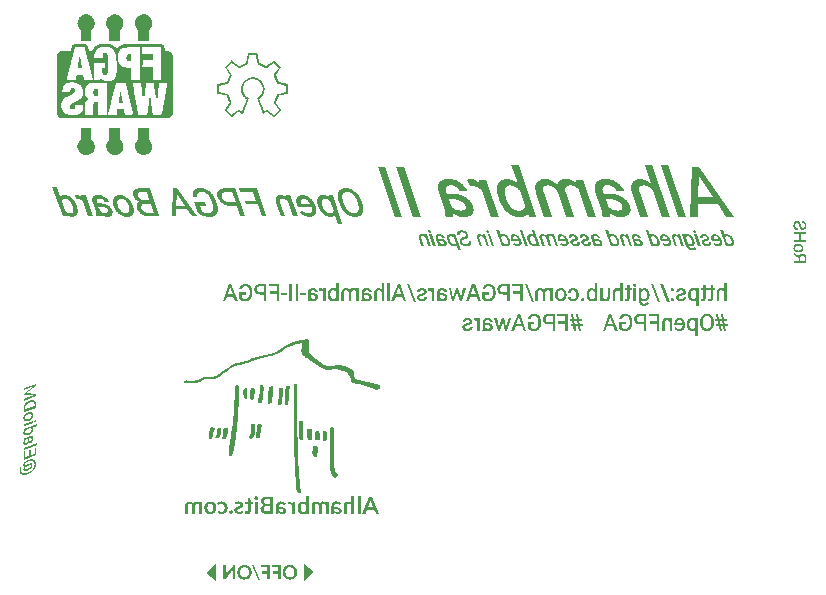
<source format=gbo>
G04*
G04 #@! TF.GenerationSoftware,Altium Limited,Altium Designer,18.0.12 (696)*
G04*
G04 Layer_Color=32896*
%FSLAX44Y44*%
%MOMM*%
G71*
G01*
G75*
G36*
X174000Y31000D02*
Y16500D01*
X165500Y23500D01*
X174000Y31000D01*
D02*
G37*
G36*
X248500Y16500D02*
Y31000D01*
X257000Y24000D01*
X248500Y16500D01*
D02*
G37*
G36*
X208277Y88063D02*
X208460Y88013D01*
X208543Y87996D01*
X208593Y87963D01*
X208626Y87946D01*
X208643D01*
X208843Y87830D01*
X208993Y87730D01*
X209060Y87680D01*
X209110Y87630D01*
X209126Y87613D01*
X209143Y87596D01*
X209276Y87430D01*
X209376Y87280D01*
X209426Y87196D01*
X209460Y87146D01*
X209476Y87113D01*
Y87096D01*
X209543Y86880D01*
X209576Y86697D01*
X209593Y86613D01*
Y86547D01*
Y86513D01*
Y86497D01*
X209576Y86263D01*
X209526Y86063D01*
X209510Y85980D01*
X209493Y85930D01*
X209476Y85897D01*
Y85880D01*
X209360Y85697D01*
X209260Y85547D01*
X209176Y85430D01*
X209143Y85414D01*
Y85397D01*
X208976Y85264D01*
X208810Y85164D01*
X208743Y85114D01*
X208693Y85080D01*
X208660Y85064D01*
X208643D01*
X208426Y84997D01*
X208243Y84964D01*
X208160Y84947D01*
X208043D01*
X207810Y84964D01*
X207610Y85014D01*
X207527Y85030D01*
X207477Y85047D01*
X207443Y85064D01*
X207427D01*
X207227Y85180D01*
X207060Y85280D01*
X206994Y85330D01*
X206944Y85364D01*
X206927Y85397D01*
X206910D01*
X206760Y85563D01*
X206660Y85714D01*
X206610Y85780D01*
X206577Y85830D01*
X206560Y85863D01*
Y85880D01*
X206477Y86097D01*
X206444Y86297D01*
X206427Y86380D01*
Y86447D01*
Y86480D01*
Y86497D01*
X206444Y86730D01*
X206494Y86913D01*
X206510Y86996D01*
X206544Y87046D01*
X206560Y87080D01*
Y87096D01*
X206677Y87296D01*
X206777Y87463D01*
X206877Y87563D01*
X206894Y87580D01*
X206910Y87596D01*
X207077Y87746D01*
X207243Y87846D01*
X207327Y87896D01*
X207377Y87930D01*
X207410Y87946D01*
X207427D01*
X207643Y88029D01*
X207843Y88063D01*
X207927Y88080D01*
X208043D01*
X208277Y88063D01*
D02*
G37*
G36*
X291139Y73250D02*
X288673D01*
Y80665D01*
X288489Y80848D01*
X288289Y80998D01*
X288123Y81131D01*
X287956Y81248D01*
X287823Y81331D01*
X287723Y81398D01*
X287640Y81431D01*
X287623Y81448D01*
X287406Y81548D01*
X287190Y81615D01*
X286990Y81681D01*
X286806Y81714D01*
X286656Y81731D01*
X286523Y81748D01*
X286423D01*
X286123Y81731D01*
X285857Y81664D01*
X285623Y81581D01*
X285440Y81498D01*
X285307Y81398D01*
X285207Y81315D01*
X285140Y81248D01*
X285124Y81231D01*
X284974Y81015D01*
X284857Y80781D01*
X284790Y80548D01*
X284724Y80298D01*
X284690Y80098D01*
X284674Y79915D01*
Y79848D01*
Y79815D01*
Y79782D01*
Y79765D01*
Y73250D01*
X282208D01*
Y79765D01*
X282224Y80082D01*
X282241Y80381D01*
X282274Y80648D01*
X282324Y80881D01*
X282374Y81081D01*
X282408Y81231D01*
X282424Y81315D01*
X282441Y81348D01*
X282524Y81615D01*
X282641Y81848D01*
X282741Y82048D01*
X282857Y82231D01*
X282957Y82364D01*
X283041Y82481D01*
X283091Y82548D01*
X283107Y82564D01*
X283274Y82748D01*
X283457Y82914D01*
X283641Y83048D01*
X283807Y83164D01*
X283957Y83247D01*
X284074Y83314D01*
X284157Y83347D01*
X284190Y83364D01*
X284440Y83464D01*
X284690Y83531D01*
X284940Y83597D01*
X285173Y83631D01*
X285373Y83647D01*
X285540Y83664D01*
X285673D01*
X286023Y83647D01*
X286340Y83614D01*
X286623Y83547D01*
X286873Y83497D01*
X287073Y83431D01*
X287223Y83364D01*
X287323Y83331D01*
X287340Y83314D01*
X287356D01*
X287623Y83181D01*
X287856Y83014D01*
X288089Y82864D01*
X288289Y82714D01*
X288439Y82581D01*
X288573Y82481D01*
X288639Y82414D01*
X288673Y82381D01*
Y88113D01*
X291139D01*
Y73250D01*
D02*
G37*
G36*
X252449D02*
X250832D01*
X250666Y73267D01*
X250549Y73300D01*
X250466Y73333D01*
X250449Y73350D01*
X250349Y73450D01*
X250282Y73583D01*
X250249Y73683D01*
X250233Y73700D01*
Y73717D01*
X250116Y74416D01*
X249932Y74200D01*
X249766Y74033D01*
X249699Y73966D01*
X249649Y73917D01*
X249616Y73883D01*
X249599Y73867D01*
X249383Y73700D01*
X249199Y73567D01*
X249116Y73517D01*
X249049Y73483D01*
X249016Y73450D01*
X249000D01*
X248750Y73333D01*
X248533Y73267D01*
X248433Y73233D01*
X248366Y73217D01*
X248316Y73200D01*
X248300D01*
X248000Y73150D01*
X247850Y73117D01*
X247716D01*
X247600Y73100D01*
X247433D01*
X247067Y73117D01*
X246717Y73167D01*
X246417Y73233D01*
X246150Y73300D01*
X245917Y73367D01*
X245750Y73433D01*
X245700Y73467D01*
X245650Y73483D01*
X245634Y73500D01*
X245617D01*
X245317Y73667D01*
X245051Y73850D01*
X244817Y74033D01*
X244617Y74216D01*
X244451Y74366D01*
X244334Y74500D01*
X244267Y74583D01*
X244234Y74616D01*
X244034Y74900D01*
X243851Y75183D01*
X243701Y75466D01*
X243568Y75733D01*
X243468Y75966D01*
X243384Y76149D01*
X243368Y76216D01*
X243351Y76266D01*
X243334Y76299D01*
Y76316D01*
X243234Y76683D01*
X243151Y77066D01*
X243101Y77416D01*
X243051Y77749D01*
X243034Y78032D01*
Y78149D01*
X243018Y78249D01*
Y78332D01*
Y78399D01*
Y78432D01*
Y78449D01*
X243034Y78915D01*
X243068Y79332D01*
X243101Y79715D01*
X243151Y80048D01*
X243184Y80182D01*
X243218Y80315D01*
X243234Y80415D01*
X243251Y80515D01*
X243268Y80582D01*
X243284Y80632D01*
X243301Y80665D01*
Y80681D01*
X243417Y81031D01*
X243534Y81348D01*
X243668Y81615D01*
X243784Y81848D01*
X243901Y82048D01*
X244001Y82181D01*
X244067Y82264D01*
X244084Y82298D01*
X244284Y82531D01*
X244484Y82731D01*
X244684Y82914D01*
X244867Y83064D01*
X245034Y83164D01*
X245167Y83247D01*
X245250Y83297D01*
X245284Y83314D01*
X245550Y83431D01*
X245817Y83514D01*
X246067Y83581D01*
X246300Y83614D01*
X246517Y83647D01*
X246667Y83664D01*
X246817D01*
X247183Y83647D01*
X247533Y83597D01*
X247833Y83531D01*
X248100Y83464D01*
X248316Y83397D01*
X248483Y83331D01*
X248533Y83297D01*
X248583Y83281D01*
X248600Y83264D01*
X248616D01*
X248899Y83114D01*
X249149Y82948D01*
X249383Y82764D01*
X249583Y82598D01*
X249749Y82464D01*
X249883Y82331D01*
X249949Y82264D01*
X249982Y82231D01*
Y88113D01*
X252449D01*
Y73250D01*
D02*
G37*
G36*
X264596Y83647D02*
X264729Y83631D01*
X264862Y83614D01*
X264962Y83581D01*
X265045Y83564D01*
X265095Y83547D01*
X265112D01*
X265379Y83464D01*
X265512Y83414D01*
X265612Y83364D01*
X265695Y83331D01*
X265762Y83297D01*
X265812Y83281D01*
X265828Y83264D01*
X266062Y83114D01*
X266262Y82981D01*
X266345Y82914D01*
X266412Y82881D01*
X266445Y82848D01*
X266462Y82831D01*
X266662Y82648D01*
X266845Y82464D01*
X266928Y82398D01*
X266978Y82331D01*
X267012Y82298D01*
X267028Y82281D01*
X267178Y83048D01*
X267245Y83197D01*
X267345Y83314D01*
X267445Y83381D01*
X267545Y83447D01*
X267645Y83481D01*
X267728Y83497D01*
X269311D01*
Y73250D01*
X266845D01*
Y80748D01*
X266695Y80915D01*
X266545Y81065D01*
X266395Y81181D01*
X266262Y81298D01*
X266162Y81365D01*
X266078Y81431D01*
X266012Y81465D01*
X265995Y81481D01*
X265812Y81565D01*
X265645Y81631D01*
X265479Y81681D01*
X265312Y81714D01*
X265195Y81731D01*
X265079Y81748D01*
X264995D01*
X264712Y81731D01*
X264462Y81681D01*
X264245Y81598D01*
X264079Y81515D01*
X263929Y81415D01*
X263846Y81348D01*
X263779Y81281D01*
X263762Y81265D01*
X263629Y81065D01*
X263529Y80831D01*
X263446Y80582D01*
X263396Y80348D01*
X263362Y80115D01*
X263346Y79932D01*
Y79865D01*
Y79815D01*
Y79782D01*
Y79765D01*
Y73250D01*
X260863D01*
Y79765D01*
Y79948D01*
X260846Y80098D01*
X260813Y80248D01*
X260796Y80365D01*
X260763Y80482D01*
X260746Y80548D01*
X260730Y80598D01*
Y80615D01*
X260613Y80881D01*
X260546Y80981D01*
X260480Y81065D01*
X260430Y81131D01*
X260380Y81181D01*
X260363Y81215D01*
X260347Y81231D01*
X260147Y81398D01*
X259963Y81515D01*
X259897Y81565D01*
X259830Y81598D01*
X259797Y81615D01*
X259780D01*
X259530Y81698D01*
X259297Y81731D01*
X259197Y81748D01*
X259063D01*
X258764Y81731D01*
X258514Y81664D01*
X258297Y81598D01*
X258114Y81498D01*
X257980Y81415D01*
X257880Y81331D01*
X257814Y81265D01*
X257797Y81248D01*
X257647Y81048D01*
X257547Y80798D01*
X257464Y80565D01*
X257414Y80315D01*
X257381Y80098D01*
X257364Y79932D01*
Y79865D01*
Y79815D01*
Y79782D01*
Y79765D01*
Y73250D01*
X254898D01*
Y79765D01*
X254915Y80098D01*
X254931Y80415D01*
X254981Y80698D01*
X255015Y80948D01*
X255065Y81131D01*
X255115Y81281D01*
X255131Y81381D01*
X255148Y81415D01*
X255248Y81681D01*
X255348Y81915D01*
X255464Y82114D01*
X255581Y82298D01*
X255681Y82431D01*
X255764Y82548D01*
X255814Y82614D01*
X255831Y82631D01*
X256014Y82814D01*
X256198Y82964D01*
X256381Y83097D01*
X256564Y83197D01*
X256714Y83281D01*
X256831Y83347D01*
X256914Y83381D01*
X256947Y83397D01*
X257197Y83481D01*
X257447Y83547D01*
X257714Y83597D01*
X257947Y83631D01*
X258147Y83647D01*
X258297Y83664D01*
X258447D01*
X258814Y83647D01*
X258980Y83631D01*
X259130Y83614D01*
X259247Y83581D01*
X259347Y83564D01*
X259414Y83547D01*
X259430D01*
X259780Y83447D01*
X259930Y83381D01*
X260063Y83331D01*
X260180Y83281D01*
X260263Y83231D01*
X260330Y83214D01*
X260347Y83197D01*
X260646Y83014D01*
X260780Y82914D01*
X260896Y82831D01*
X260996Y82748D01*
X261063Y82681D01*
X261113Y82631D01*
X261130Y82614D01*
X261380Y82314D01*
X261480Y82181D01*
X261563Y82031D01*
X261630Y81915D01*
X261679Y81814D01*
X261713Y81748D01*
X261730Y81731D01*
X261863Y82048D01*
X262013Y82331D01*
X262163Y82564D01*
X262329Y82764D01*
X262463Y82914D01*
X262579Y83031D01*
X262646Y83114D01*
X262679Y83131D01*
X262929Y83314D01*
X263179Y83447D01*
X263446Y83531D01*
X263696Y83597D01*
X263929Y83631D01*
X264096Y83664D01*
X264262D01*
X264596Y83647D01*
D02*
G37*
G36*
X157440Y83647D02*
X157573Y83631D01*
X157706Y83614D01*
X157806Y83581D01*
X157889Y83564D01*
X157939Y83547D01*
X157956D01*
X158223Y83464D01*
X158356Y83414D01*
X158456Y83364D01*
X158539Y83331D01*
X158606Y83297D01*
X158656Y83281D01*
X158673Y83264D01*
X158906Y83114D01*
X159106Y82981D01*
X159189Y82914D01*
X159256Y82881D01*
X159289Y82847D01*
X159306Y82831D01*
X159506Y82648D01*
X159689Y82464D01*
X159772Y82398D01*
X159822Y82331D01*
X159856Y82298D01*
X159872Y82281D01*
X160022Y83048D01*
X160089Y83197D01*
X160189Y83314D01*
X160289Y83381D01*
X160389Y83447D01*
X160489Y83481D01*
X160572Y83497D01*
X162155D01*
Y73250D01*
X159689D01*
Y80748D01*
X159539Y80915D01*
X159389Y81065D01*
X159239Y81181D01*
X159106Y81298D01*
X159006Y81365D01*
X158923Y81431D01*
X158856Y81465D01*
X158839Y81481D01*
X158656Y81565D01*
X158489Y81631D01*
X158323Y81681D01*
X158156Y81714D01*
X158039Y81731D01*
X157923Y81748D01*
X157839D01*
X157556Y81731D01*
X157306Y81681D01*
X157090Y81598D01*
X156923Y81515D01*
X156773Y81415D01*
X156690Y81348D01*
X156623Y81281D01*
X156606Y81265D01*
X156473Y81065D01*
X156373Y80831D01*
X156290Y80581D01*
X156240Y80348D01*
X156207Y80115D01*
X156190Y79932D01*
Y79865D01*
Y79815D01*
Y79782D01*
Y79765D01*
Y73250D01*
X153707D01*
Y79765D01*
Y79948D01*
X153691Y80098D01*
X153657Y80248D01*
X153640Y80365D01*
X153607Y80482D01*
X153590Y80548D01*
X153574Y80598D01*
Y80615D01*
X153457Y80881D01*
X153391Y80981D01*
X153324Y81065D01*
X153274Y81131D01*
X153224Y81181D01*
X153207Y81215D01*
X153191Y81231D01*
X152991Y81398D01*
X152807Y81515D01*
X152741Y81565D01*
X152674Y81598D01*
X152641Y81615D01*
X152624D01*
X152374Y81698D01*
X152141Y81731D01*
X152041Y81748D01*
X151908D01*
X151608Y81731D01*
X151358Y81664D01*
X151141Y81598D01*
X150958Y81498D01*
X150825Y81415D01*
X150725Y81331D01*
X150658Y81265D01*
X150641Y81248D01*
X150491Y81048D01*
X150391Y80798D01*
X150308Y80565D01*
X150258Y80315D01*
X150225Y80098D01*
X150208Y79932D01*
Y79865D01*
Y79815D01*
Y79782D01*
Y79765D01*
Y73250D01*
X147742D01*
Y79765D01*
X147759Y80098D01*
X147775Y80415D01*
X147825Y80698D01*
X147859Y80948D01*
X147909Y81131D01*
X147959Y81281D01*
X147975Y81381D01*
X147992Y81415D01*
X148092Y81681D01*
X148192Y81914D01*
X148309Y82114D01*
X148425Y82298D01*
X148525Y82431D01*
X148609Y82548D01*
X148659Y82614D01*
X148675Y82631D01*
X148858Y82814D01*
X149042Y82964D01*
X149225Y83097D01*
X149408Y83197D01*
X149558Y83281D01*
X149675Y83347D01*
X149758Y83381D01*
X149791Y83397D01*
X150042Y83481D01*
X150291Y83547D01*
X150558Y83597D01*
X150791Y83631D01*
X150991Y83647D01*
X151141Y83664D01*
X151291D01*
X151658Y83647D01*
X151824Y83631D01*
X151974Y83614D01*
X152091Y83581D01*
X152191Y83564D01*
X152258Y83547D01*
X152274D01*
X152624Y83447D01*
X152774Y83381D01*
X152907Y83331D01*
X153024Y83281D01*
X153107Y83231D01*
X153174Y83214D01*
X153191Y83197D01*
X153491Y83014D01*
X153624Y82914D01*
X153741Y82831D01*
X153841Y82748D01*
X153907Y82681D01*
X153957Y82631D01*
X153974Y82614D01*
X154224Y82314D01*
X154324Y82181D01*
X154407Y82031D01*
X154474Y81914D01*
X154524Y81814D01*
X154557Y81748D01*
X154574Y81731D01*
X154707Y82048D01*
X154857Y82331D01*
X155007Y82564D01*
X155174Y82764D01*
X155307Y82914D01*
X155423Y83031D01*
X155490Y83114D01*
X155523Y83131D01*
X155773Y83314D01*
X156023Y83447D01*
X156290Y83531D01*
X156540Y83597D01*
X156773Y83631D01*
X156940Y83664D01*
X157106D01*
X157440Y83647D01*
D02*
G37*
G36*
X276026Y83681D02*
X276459Y83631D01*
X276876Y83547D01*
X277276Y83447D01*
X277659Y83314D01*
X278009Y83181D01*
X278325Y83031D01*
X278625Y82881D01*
X278892Y82731D01*
X279142Y82581D01*
X279342Y82448D01*
X279508Y82314D01*
X279642Y82214D01*
X279742Y82131D01*
X279808Y82081D01*
X279825Y82064D01*
X279375Y81281D01*
X279275Y81148D01*
X279192Y81048D01*
X279125Y80965D01*
X279092Y80948D01*
X278942Y80881D01*
X278808Y80848D01*
X278692Y80831D01*
X278659D01*
X278442Y80848D01*
X278275Y80898D01*
X278209Y80931D01*
X278159Y80948D01*
X278125Y80965D01*
X278109D01*
X277909Y81065D01*
X277742Y81181D01*
X277659Y81215D01*
X277609Y81248D01*
X277575Y81281D01*
X277559D01*
X277325Y81415D01*
X277092Y81515D01*
X277009Y81548D01*
X276926Y81581D01*
X276876Y81598D01*
X276859D01*
X276692Y81648D01*
X276526Y81681D01*
X276359Y81714D01*
X276209Y81731D01*
X276076Y81748D01*
X275859D01*
X275576Y81731D01*
X275326Y81664D01*
X275109Y81598D01*
X274926Y81498D01*
X274793Y81415D01*
X274693Y81331D01*
X274626Y81265D01*
X274610Y81248D01*
X274460Y81031D01*
X274343Y80798D01*
X274276Y80548D01*
X274210Y80298D01*
X274176Y80065D01*
X274160Y79882D01*
Y79815D01*
Y79765D01*
Y79732D01*
Y79715D01*
Y79132D01*
X274793Y79099D01*
X275076Y79082D01*
X275359Y79049D01*
X275609Y79032D01*
X275859Y78998D01*
X276076Y78965D01*
X276276Y78932D01*
X276459Y78915D01*
X276626Y78882D01*
X276759Y78849D01*
X276876Y78832D01*
X276976Y78815D01*
X277042Y78799D01*
X277076Y78782D01*
X277092D01*
X277509Y78665D01*
X277875Y78532D01*
X278192Y78415D01*
X278475Y78282D01*
X278692Y78182D01*
X278842Y78099D01*
X278942Y78032D01*
X278958Y78015D01*
X278975D01*
X279225Y77849D01*
X279425Y77666D01*
X279592Y77499D01*
X279742Y77332D01*
X279842Y77199D01*
X279908Y77099D01*
X279958Y77032D01*
X279975Y76999D01*
X280075Y76782D01*
X280142Y76582D01*
X280208Y76399D01*
X280242Y76216D01*
X280258Y76083D01*
X280275Y75966D01*
Y75899D01*
Y75866D01*
X280258Y75616D01*
X280242Y75383D01*
X280208Y75166D01*
X280158Y75000D01*
X280125Y74850D01*
X280091Y74750D01*
X280075Y74666D01*
X280058Y74650D01*
X279975Y74466D01*
X279875Y74300D01*
X279775Y74150D01*
X279675Y74016D01*
X279592Y73917D01*
X279525Y73850D01*
X279475Y73800D01*
X279458Y73783D01*
X279142Y73550D01*
X278975Y73467D01*
X278825Y73383D01*
X278708Y73333D01*
X278592Y73283D01*
X278525Y73267D01*
X278509Y73250D01*
X278092Y73150D01*
X277892Y73117D01*
X277709Y73100D01*
X277542D01*
X277425Y73083D01*
X277109D01*
X276926Y73100D01*
X276759Y73117D01*
X276609Y73133D01*
X276492D01*
X276409Y73150D01*
X276342Y73167D01*
X276326D01*
X276009Y73250D01*
X275859Y73283D01*
X275726Y73333D01*
X275626Y73367D01*
X275543Y73400D01*
X275493Y73433D01*
X275476D01*
X275193Y73583D01*
X275059Y73650D01*
X274943Y73733D01*
X274843Y73783D01*
X274776Y73833D01*
X274726Y73867D01*
X274709Y73883D01*
X274426Y74100D01*
X274293Y74200D01*
X274176Y74300D01*
X274076Y74383D01*
X274010Y74450D01*
X273960Y74483D01*
X273943Y74500D01*
X273710Y73767D01*
X273660Y73667D01*
X273626Y73567D01*
X273577Y73500D01*
X273526Y73433D01*
X273443Y73367D01*
X273410Y73350D01*
X273243Y73300D01*
X273060Y73267D01*
X272977Y73250D01*
X271744D01*
Y79715D01*
X271760Y80032D01*
X271777Y80331D01*
X271827Y80615D01*
X271877Y80848D01*
X271927Y81048D01*
X271960Y81181D01*
X271994Y81281D01*
X272010Y81315D01*
X272110Y81581D01*
X272227Y81814D01*
X272360Y82031D01*
X272477Y82214D01*
X272593Y82364D01*
X272677Y82481D01*
X272743Y82548D01*
X272760Y82564D01*
X272943Y82748D01*
X273143Y82914D01*
X273343Y83064D01*
X273543Y83181D01*
X273710Y83281D01*
X273843Y83347D01*
X273926Y83381D01*
X273943Y83397D01*
X273960D01*
X274226Y83497D01*
X274510Y83564D01*
X274776Y83631D01*
X275026Y83664D01*
X275243Y83681D01*
X275409Y83697D01*
X275559D01*
X276026Y83681D01*
D02*
G37*
G36*
X229171Y83681D02*
X229604Y83631D01*
X230021Y83547D01*
X230421Y83447D01*
X230804Y83314D01*
X231154Y83181D01*
X231471Y83031D01*
X231770Y82881D01*
X232037Y82731D01*
X232287Y82581D01*
X232487Y82448D01*
X232654Y82314D01*
X232787Y82214D01*
X232887Y82131D01*
X232954Y82081D01*
X232970Y82064D01*
X232520Y81281D01*
X232420Y81148D01*
X232337Y81048D01*
X232270Y80965D01*
X232237Y80948D01*
X232087Y80881D01*
X231954Y80848D01*
X231837Y80831D01*
X231804D01*
X231587Y80848D01*
X231421Y80898D01*
X231354Y80931D01*
X231304Y80948D01*
X231271Y80965D01*
X231254D01*
X231054Y81065D01*
X230887Y81181D01*
X230804Y81215D01*
X230754Y81248D01*
X230721Y81281D01*
X230704D01*
X230471Y81415D01*
X230238Y81515D01*
X230154Y81548D01*
X230071Y81581D01*
X230021Y81598D01*
X230004D01*
X229838Y81648D01*
X229671Y81681D01*
X229504Y81714D01*
X229354Y81731D01*
X229221Y81748D01*
X229005D01*
X228721Y81731D01*
X228471Y81664D01*
X228255Y81598D01*
X228071Y81498D01*
X227938Y81415D01*
X227838Y81331D01*
X227772Y81265D01*
X227755Y81248D01*
X227605Y81031D01*
X227488Y80798D01*
X227422Y80548D01*
X227355Y80298D01*
X227322Y80065D01*
X227305Y79882D01*
Y79815D01*
Y79765D01*
Y79732D01*
Y79715D01*
Y79132D01*
X227938Y79099D01*
X228221Y79082D01*
X228505Y79049D01*
X228755Y79032D01*
X229005Y78998D01*
X229221Y78965D01*
X229421Y78932D01*
X229604Y78915D01*
X229771Y78882D01*
X229904Y78849D01*
X230021Y78832D01*
X230121Y78815D01*
X230188Y78799D01*
X230221Y78782D01*
X230238D01*
X230654Y78665D01*
X231021Y78532D01*
X231337Y78415D01*
X231621Y78282D01*
X231837Y78182D01*
X231987Y78099D01*
X232087Y78032D01*
X232104Y78015D01*
X232120D01*
X232370Y77849D01*
X232570Y77666D01*
X232737Y77499D01*
X232887Y77332D01*
X232987Y77199D01*
X233053Y77099D01*
X233104Y77032D01*
X233120Y76999D01*
X233220Y76782D01*
X233287Y76582D01*
X233354Y76399D01*
X233387Y76216D01*
X233403Y76083D01*
X233420Y75966D01*
Y75899D01*
Y75866D01*
X233403Y75616D01*
X233387Y75383D01*
X233354Y75166D01*
X233304Y74999D01*
X233270Y74850D01*
X233237Y74750D01*
X233220Y74666D01*
X233204Y74650D01*
X233120Y74466D01*
X233020Y74300D01*
X232920Y74150D01*
X232820Y74016D01*
X232737Y73917D01*
X232670Y73850D01*
X232620Y73800D01*
X232604Y73783D01*
X232287Y73550D01*
X232120Y73467D01*
X231971Y73383D01*
X231854Y73333D01*
X231737Y73283D01*
X231671Y73267D01*
X231654Y73250D01*
X231237Y73150D01*
X231037Y73117D01*
X230854Y73100D01*
X230688D01*
X230571Y73083D01*
X230254D01*
X230071Y73100D01*
X229904Y73117D01*
X229754Y73133D01*
X229638D01*
X229554Y73150D01*
X229488Y73167D01*
X229471D01*
X229154Y73250D01*
X229005Y73283D01*
X228871Y73333D01*
X228771Y73367D01*
X228688Y73400D01*
X228638Y73433D01*
X228621D01*
X228338Y73583D01*
X228205Y73650D01*
X228088Y73733D01*
X227988Y73783D01*
X227922Y73833D01*
X227871Y73867D01*
X227855Y73883D01*
X227572Y74100D01*
X227438Y74200D01*
X227322Y74300D01*
X227222Y74383D01*
X227155Y74450D01*
X227105Y74483D01*
X227088Y74500D01*
X226855Y73766D01*
X226805Y73667D01*
X226772Y73567D01*
X226722Y73500D01*
X226672Y73433D01*
X226588Y73367D01*
X226555Y73350D01*
X226389Y73300D01*
X226205Y73267D01*
X226122Y73250D01*
X224889D01*
Y79715D01*
X224906Y80032D01*
X224922Y80331D01*
X224972Y80615D01*
X225022Y80848D01*
X225072Y81048D01*
X225106Y81181D01*
X225139Y81281D01*
X225156Y81315D01*
X225256Y81581D01*
X225372Y81814D01*
X225506Y82031D01*
X225622Y82214D01*
X225739Y82364D01*
X225822Y82481D01*
X225889Y82548D01*
X225905Y82564D01*
X226089Y82748D01*
X226289Y82914D01*
X226488Y83064D01*
X226688Y83181D01*
X226855Y83281D01*
X226988Y83347D01*
X227072Y83381D01*
X227088Y83397D01*
X227105D01*
X227372Y83497D01*
X227655Y83564D01*
X227922Y83631D01*
X228172Y83664D01*
X228388Y83681D01*
X228555Y83697D01*
X228705D01*
X229171Y83681D01*
D02*
G37*
G36*
X202378Y86630D02*
X202495Y86597D01*
X202561Y86547D01*
X202595Y86530D01*
X202678Y86430D01*
X202745Y86330D01*
X202778Y86247D01*
Y86230D01*
Y86213D01*
X203295Y83431D01*
X204944Y83147D01*
Y82164D01*
X204927Y81998D01*
X204877Y81865D01*
X204827Y81798D01*
X204811Y81764D01*
X204694Y81698D01*
X204578Y81664D01*
X204494Y81648D01*
X203411D01*
Y75916D01*
X203395Y75666D01*
X203378Y75449D01*
X203295Y75033D01*
X203178Y74666D01*
X203045Y74383D01*
X202928Y74133D01*
X202811Y73966D01*
X202761Y73917D01*
X202728Y73867D01*
X202695Y73850D01*
Y73833D01*
X202561Y73700D01*
X202395Y73583D01*
X202078Y73400D01*
X201728Y73267D01*
X201395Y73183D01*
X201112Y73117D01*
X200978Y73100D01*
X200862D01*
X200779Y73083D01*
X200645D01*
X200362Y73100D01*
X200095Y73117D01*
X199862Y73150D01*
X199645Y73200D01*
X199462Y73233D01*
X199312Y73267D01*
X199229Y73283D01*
X199195Y73300D01*
X198946Y73400D01*
X198712Y73500D01*
X198496Y73617D01*
X198312Y73733D01*
X198162Y73833D01*
X198062Y73917D01*
X197979Y73966D01*
X197962Y73983D01*
X198696Y75183D01*
X198762Y75250D01*
X198812Y75300D01*
X198846Y75316D01*
X198862Y75333D01*
X198912Y75366D01*
X198962Y75399D01*
X199029D01*
X199096Y75383D01*
X199162Y75366D01*
X199195Y75349D01*
X199212Y75333D01*
X199345Y75250D01*
X199396Y75233D01*
X199412Y75216D01*
X199512Y75183D01*
X199595Y75149D01*
X199662Y75133D01*
X199695Y75116D01*
X199812Y75083D01*
X199945Y75066D01*
X200079D01*
X200212Y75083D01*
X200345Y75116D01*
X200462Y75149D01*
X200545Y75199D01*
X200612Y75250D01*
X200662Y75300D01*
X200695Y75316D01*
X200712Y75333D01*
X200795Y75449D01*
X200845Y75566D01*
X200912Y75816D01*
X200928Y75916D01*
X200945Y75999D01*
Y76066D01*
Y76083D01*
Y81648D01*
X198246D01*
Y83414D01*
X200945D01*
Y86647D01*
X202228D01*
X202378Y86630D01*
D02*
G37*
G36*
X179184Y83647D02*
X179601Y83597D01*
X179967Y83531D01*
X180284Y83464D01*
X180534Y83397D01*
X180650Y83364D01*
X180734Y83331D01*
X180800Y83297D01*
X180850Y83281D01*
X180884Y83264D01*
X180900D01*
X181234Y83097D01*
X181533Y82914D01*
X181800Y82731D01*
X182033Y82564D01*
X182217Y82398D01*
X182350Y82264D01*
X182433Y82181D01*
X182467Y82164D01*
Y82148D01*
X182683Y81881D01*
X182866Y81598D01*
X183033Y81315D01*
X183166Y81048D01*
X183283Y80831D01*
X183350Y80648D01*
X183383Y80581D01*
X183400Y80532D01*
X183416Y80498D01*
Y80482D01*
X183516Y80115D01*
X183599Y79748D01*
X183650Y79398D01*
X183699Y79065D01*
X183716Y78799D01*
Y78682D01*
X183733Y78582D01*
Y78499D01*
Y78432D01*
Y78399D01*
Y78382D01*
X183716Y77932D01*
X183683Y77499D01*
X183616Y77132D01*
X183549Y76799D01*
X183533Y76649D01*
X183500Y76533D01*
X183466Y76416D01*
X183433Y76316D01*
X183416Y76249D01*
X183400Y76199D01*
X183383Y76166D01*
Y76149D01*
X183233Y75799D01*
X183066Y75483D01*
X182916Y75183D01*
X182750Y74950D01*
X182616Y74750D01*
X182500Y74600D01*
X182433Y74516D01*
X182400Y74483D01*
X182150Y74250D01*
X181900Y74033D01*
X181650Y73850D01*
X181433Y73717D01*
X181234Y73600D01*
X181067Y73517D01*
X180967Y73467D01*
X180950Y73450D01*
X180933D01*
X180617Y73333D01*
X180300Y73250D01*
X179984Y73183D01*
X179717Y73150D01*
X179484Y73117D01*
X179301Y73100D01*
X179134D01*
X178734Y73117D01*
X178551Y73133D01*
X178384Y73150D01*
X178234D01*
X178134Y73167D01*
X178051Y73183D01*
X178034D01*
X177634Y73250D01*
X177451Y73300D01*
X177301Y73350D01*
X177168Y73383D01*
X177051Y73417D01*
X176985Y73450D01*
X176968D01*
X176601Y73617D01*
X176435Y73700D01*
X176285Y73783D01*
X176151Y73850D01*
X176068Y73917D01*
X176001Y73950D01*
X175985Y73966D01*
X175635Y74233D01*
X175485Y74366D01*
X175352Y74500D01*
X175235Y74616D01*
X175152Y74700D01*
X175102Y74766D01*
X175085Y74783D01*
X175802Y75683D01*
X175868Y75766D01*
X175935Y75816D01*
X176085Y75883D01*
X176151Y75899D01*
X176201Y75916D01*
X176251D01*
X176418Y75899D01*
X176551Y75849D01*
X176635Y75783D01*
X176651Y75766D01*
X176668D01*
X176818Y75649D01*
X176951Y75549D01*
X177051Y75466D01*
X177085Y75449D01*
X177101Y75433D01*
X177301Y75316D01*
X177501Y75216D01*
X177584Y75166D01*
X177651Y75149D01*
X177701Y75116D01*
X177718D01*
X177868Y75066D01*
X178018Y75033D01*
X178184Y75016D01*
X178334Y74999D01*
X178468Y74983D01*
X178668D01*
X178884Y74999D01*
X179084Y75016D01*
X179267Y75050D01*
X179417Y75100D01*
X179551Y75133D01*
X179650Y75166D01*
X179717Y75183D01*
X179734Y75199D01*
X179900Y75283D01*
X180050Y75399D01*
X180184Y75499D01*
X180300Y75599D01*
X180400Y75699D01*
X180467Y75783D01*
X180517Y75833D01*
X180534Y75849D01*
X180650Y76033D01*
X180750Y76216D01*
X180834Y76382D01*
X180900Y76566D01*
X180950Y76716D01*
X181000Y76832D01*
X181017Y76899D01*
X181033Y76932D01*
X181084Y77182D01*
X181133Y77432D01*
X181167Y77666D01*
X181183Y77899D01*
Y78099D01*
X181200Y78249D01*
Y78349D01*
Y78365D01*
Y78382D01*
Y78665D01*
X181183Y78948D01*
X181150Y79182D01*
X181117Y79398D01*
X181100Y79565D01*
X181067Y79698D01*
X181050Y79765D01*
Y79798D01*
X180984Y80032D01*
X180900Y80232D01*
X180817Y80415D01*
X180750Y80565D01*
X180684Y80698D01*
X180617Y80781D01*
X180584Y80848D01*
X180567Y80865D01*
X180434Y81015D01*
X180300Y81148D01*
X180167Y81265D01*
X180034Y81365D01*
X179917Y81431D01*
X179834Y81481D01*
X179767Y81515D01*
X179750Y81531D01*
X179551Y81615D01*
X179367Y81681D01*
X179167Y81714D01*
X178984Y81748D01*
X178834Y81764D01*
X178717Y81781D01*
X178417D01*
X178251Y81764D01*
X178118Y81748D01*
X177984Y81731D01*
X177884Y81698D01*
X177818Y81681D01*
X177768Y81664D01*
X177751D01*
X177501Y81581D01*
X177318Y81481D01*
X177251Y81448D01*
X177201Y81431D01*
X177168Y81398D01*
X177151D01*
X176985Y81298D01*
X176851Y81215D01*
X176768Y81148D01*
X176735Y81131D01*
X176601Y81081D01*
X176468Y81048D01*
X176385Y81031D01*
X176351D01*
X176218Y81048D01*
X176118Y81065D01*
X176068Y81081D01*
X176052Y81098D01*
X175968Y81165D01*
X175902Y81248D01*
X175851Y81315D01*
X175835Y81331D01*
X175185Y82231D01*
X175452Y82481D01*
X175718Y82681D01*
X175985Y82864D01*
X176235Y83014D01*
X176435Y83131D01*
X176601Y83214D01*
X176668Y83247D01*
X176718Y83264D01*
X176735Y83281D01*
X176751D01*
X177085Y83414D01*
X177418Y83497D01*
X177751Y83564D01*
X178068Y83614D01*
X178334Y83647D01*
X178451D01*
X178551Y83664D01*
X178751D01*
X179184Y83647D01*
D02*
G37*
G36*
X312017Y73250D02*
X309917D01*
X309800Y73267D01*
X309684Y73283D01*
X309501Y73350D01*
X309434Y73383D01*
X309384Y73400D01*
X309367Y73433D01*
X309351D01*
X309201Y73583D01*
X309101Y73717D01*
X309051Y73816D01*
X309034Y73833D01*
Y73850D01*
X307951Y76816D01*
X301969D01*
X300886Y73850D01*
X300786Y73683D01*
X300686Y73533D01*
X300603Y73450D01*
X300586Y73433D01*
X300570Y73417D01*
X300386Y73317D01*
X300186Y73267D01*
X300103D01*
X300036Y73250D01*
X297904D01*
X303585Y87713D01*
X306335D01*
X312017Y73250D01*
D02*
G37*
G36*
X296387D02*
X293921D01*
Y88113D01*
X296387D01*
Y73250D01*
D02*
G37*
G36*
X236153Y83681D02*
X236469Y83614D01*
X236753Y83514D01*
X237003Y83414D01*
X237202Y83314D01*
X237352Y83214D01*
X237452Y83147D01*
X237469Y83131D01*
X237486D01*
X237752Y82914D01*
X237986Y82664D01*
X238202Y82414D01*
X238386Y82181D01*
X238552Y81964D01*
X238652Y81781D01*
X238702Y81731D01*
X238735Y81681D01*
X238752Y81648D01*
Y81631D01*
X238919Y82881D01*
X238935Y82998D01*
X238969Y83097D01*
X239002Y83181D01*
X239035Y83247D01*
X239102Y83314D01*
X239119Y83347D01*
X239185Y83397D01*
X239269Y83431D01*
X239435Y83481D01*
X239519Y83497D01*
X241085D01*
Y73250D01*
X238619Y73250D01*
Y79632D01*
X238469Y79915D01*
X238319Y80165D01*
X238169Y80381D01*
X238019Y80548D01*
X237902Y80698D01*
X237786Y80781D01*
X237719Y80848D01*
X237702Y80865D01*
X237486Y81015D01*
X237269Y81115D01*
X237036Y81198D01*
X236836Y81248D01*
X236653Y81281D01*
X236503Y81298D01*
X236219D01*
X236086Y81281D01*
X235970D01*
X235870Y81265D01*
X235786Y81248D01*
X235736D01*
X235703Y81231D01*
X235686D01*
X235503Y81198D01*
X235370Y81181D01*
X235303Y81165D01*
X235270D01*
X235153Y81181D01*
X235070Y81198D01*
X235020Y81215D01*
X235003Y81231D01*
X234936Y81298D01*
X234903Y81381D01*
X234870Y81448D01*
Y81481D01*
X234553Y83331D01*
X234753Y83447D01*
X234953Y83547D01*
X235170Y83614D01*
X235370Y83647D01*
X235553Y83681D01*
X235686Y83697D01*
X235819D01*
X236153Y83681D01*
D02*
G37*
G36*
X222306Y73250D02*
X216858D01*
X216391Y73267D01*
X215975Y73300D01*
X215591Y73350D01*
X215258Y73417D01*
X215125Y73433D01*
X214991Y73467D01*
X214891Y73500D01*
X214792Y73517D01*
X214725Y73533D01*
X214675Y73550D01*
X214642Y73567D01*
X214625D01*
X214275Y73700D01*
X213958Y73833D01*
X213675Y73983D01*
X213425Y74133D01*
X213242Y74250D01*
X213092Y74350D01*
X213009Y74433D01*
X212975Y74450D01*
X212742Y74666D01*
X212526Y74900D01*
X212342Y75116D01*
X212209Y75333D01*
X212092Y75516D01*
X212009Y75649D01*
X211959Y75749D01*
X211942Y75783D01*
X211826Y76083D01*
X211742Y76382D01*
X211676Y76666D01*
X211642Y76932D01*
X211609Y77149D01*
X211592Y77332D01*
Y77399D01*
Y77449D01*
Y77466D01*
Y77482D01*
Y77716D01*
X211626Y77932D01*
X211726Y78349D01*
X211876Y78732D01*
X212059Y79065D01*
X212292Y79365D01*
X212542Y79632D01*
X212809Y79848D01*
X213092Y80048D01*
X213375Y80232D01*
X213642Y80365D01*
X213892Y80482D01*
X214125Y80565D01*
X214308Y80631D01*
X214458Y80681D01*
X214558Y80715D01*
X214592D01*
X214358Y80798D01*
X214125Y80898D01*
X213942Y80981D01*
X213759Y81065D01*
X213625Y81148D01*
X213525Y81215D01*
X213459Y81248D01*
X213442Y81265D01*
X213259Y81398D01*
X213109Y81515D01*
X212975Y81648D01*
X212859Y81764D01*
X212759Y81848D01*
X212692Y81931D01*
X212659Y81981D01*
X212642Y81998D01*
X212442Y82314D01*
X212359Y82464D01*
X212292Y82598D01*
X212242Y82714D01*
X212209Y82797D01*
X212176Y82864D01*
Y82881D01*
X212076Y83231D01*
X212042Y83397D01*
X212026Y83547D01*
X212009Y83664D01*
Y83764D01*
Y83831D01*
Y83847D01*
X212026Y84180D01*
X212059Y84480D01*
X212109Y84747D01*
X212159Y84980D01*
X212209Y85180D01*
X212259Y85330D01*
X212292Y85414D01*
X212309Y85447D01*
X212442Y85714D01*
X212575Y85947D01*
X212742Y86147D01*
X212892Y86330D01*
X213042Y86463D01*
X213159Y86580D01*
X213225Y86647D01*
X213259Y86663D01*
X213508Y86847D01*
X213792Y86996D01*
X214058Y87130D01*
X214325Y87230D01*
X214558Y87313D01*
X214742Y87380D01*
X214808Y87396D01*
X214858Y87413D01*
X214891Y87430D01*
X214908D01*
X215291Y87530D01*
X215708Y87596D01*
X216108Y87646D01*
X216491Y87680D01*
X216658Y87696D01*
X216824D01*
X216958Y87713D01*
X222306D01*
Y73250D01*
D02*
G37*
G36*
X209276D02*
X206810D01*
Y83497D01*
X209276D01*
Y73250D01*
D02*
G37*
G36*
X186849Y76116D02*
X187032Y76066D01*
X187115Y76049D01*
X187165Y76016D01*
X187199Y75999D01*
X187215D01*
X187415Y75899D01*
X187565Y75799D01*
X187632Y75749D01*
X187682Y75716D01*
X187698Y75699D01*
X187715Y75683D01*
X187848Y75516D01*
X187948Y75366D01*
X187982Y75300D01*
X188015Y75250D01*
X188032Y75216D01*
Y75199D01*
X188082Y74983D01*
X188115Y74800D01*
X188132Y74733D01*
Y74666D01*
Y74633D01*
Y74616D01*
X188115Y74383D01*
X188082Y74183D01*
X188065Y74100D01*
X188048Y74050D01*
X188032Y74016D01*
Y74000D01*
X187932Y73816D01*
X187832Y73667D01*
X187749Y73567D01*
X187715Y73550D01*
Y73533D01*
X187549Y73400D01*
X187382Y73317D01*
X187315Y73283D01*
X187265Y73250D01*
X187232Y73233D01*
X187215D01*
X186999Y73167D01*
X186815Y73133D01*
X186732Y73117D01*
X186615D01*
X186399Y73133D01*
X186215Y73183D01*
X186132Y73200D01*
X186082Y73217D01*
X186049Y73233D01*
X186032D01*
X185832Y73317D01*
X185682Y73417D01*
X185582Y73500D01*
X185566Y73533D01*
X185549D01*
X185416Y73683D01*
X185316Y73850D01*
X185282Y73900D01*
X185249Y73950D01*
X185232Y73983D01*
Y74000D01*
X185149Y74216D01*
X185116Y74416D01*
X185099Y74500D01*
Y74566D01*
Y74600D01*
Y74616D01*
X185116Y74833D01*
X185166Y75016D01*
X185182Y75100D01*
X185216Y75149D01*
X185232Y75183D01*
Y75199D01*
X185332Y75399D01*
X185432Y75549D01*
X185516Y75649D01*
X185532Y75666D01*
X185549Y75683D01*
X185716Y75816D01*
X185866Y75916D01*
X185932Y75949D01*
X185982Y75983D01*
X186016Y75999D01*
X186032D01*
X186249Y76083D01*
X186432Y76116D01*
X186499Y76133D01*
X186615D01*
X186849Y76116D01*
D02*
G37*
G36*
X169570Y83647D02*
X169953Y83597D01*
X170303Y83547D01*
X170620Y83481D01*
X170870Y83397D01*
X170986Y83364D01*
X171069Y83347D01*
X171136Y83314D01*
X171186Y83297D01*
X171219Y83281D01*
X171236D01*
X171569Y83131D01*
X171886Y82964D01*
X172153Y82781D01*
X172386Y82614D01*
X172569Y82464D01*
X172719Y82348D01*
X172802Y82264D01*
X172836Y82231D01*
X173069Y81964D01*
X173286Y81698D01*
X173452Y81415D01*
X173602Y81165D01*
X173719Y80931D01*
X173802Y80748D01*
X173835Y80681D01*
X173852Y80631D01*
X173869Y80598D01*
Y80581D01*
X173985Y80198D01*
X174069Y79832D01*
X174135Y79448D01*
X174169Y79115D01*
X174202Y78815D01*
Y78699D01*
X174219Y78582D01*
Y78499D01*
Y78432D01*
Y78399D01*
Y78382D01*
X174202Y77932D01*
X174169Y77532D01*
X174102Y77149D01*
X174035Y76832D01*
X173985Y76566D01*
X173952Y76449D01*
X173919Y76349D01*
X173902Y76283D01*
X173885Y76233D01*
X173869Y76199D01*
Y76183D01*
X173719Y75833D01*
X173552Y75516D01*
X173386Y75233D01*
X173219Y74983D01*
X173069Y74783D01*
X172952Y74650D01*
X172869Y74550D01*
X172836Y74516D01*
X172569Y74283D01*
X172302Y74067D01*
X172036Y73883D01*
X171786Y73733D01*
X171569Y73617D01*
X171386Y73533D01*
X171319Y73500D01*
X171269Y73483D01*
X171253Y73467D01*
X171236D01*
X170870Y73350D01*
X170503Y73250D01*
X170153Y73183D01*
X169836Y73150D01*
X169553Y73117D01*
X169436D01*
X169336Y73100D01*
X169153D01*
X168737Y73117D01*
X168337Y73150D01*
X167987Y73217D01*
X167687Y73283D01*
X167420Y73350D01*
X167320Y73383D01*
X167237Y73417D01*
X167170Y73433D01*
X167120Y73450D01*
X167087Y73467D01*
X167070D01*
X166737Y73617D01*
X166421Y73783D01*
X166154Y73966D01*
X165921Y74133D01*
X165737Y74283D01*
X165604Y74400D01*
X165521Y74483D01*
X165487Y74516D01*
X165254Y74783D01*
X165038Y75066D01*
X164871Y75349D01*
X164721Y75616D01*
X164604Y75833D01*
X164521Y76016D01*
X164488Y76083D01*
X164471Y76133D01*
X164454Y76166D01*
Y76183D01*
X164338Y76566D01*
X164238Y76949D01*
X164171Y77316D01*
X164138Y77649D01*
X164104Y77949D01*
Y78065D01*
X164088Y78182D01*
Y78265D01*
Y78332D01*
Y78365D01*
Y78382D01*
X164104Y78832D01*
X164138Y79232D01*
X164205Y79615D01*
X164271Y79932D01*
X164338Y80215D01*
X164371Y80315D01*
X164404Y80415D01*
X164421Y80482D01*
X164438Y80532D01*
X164454Y80565D01*
Y80581D01*
X164604Y80931D01*
X164771Y81248D01*
X164938Y81531D01*
X165104Y81781D01*
X165254Y81964D01*
X165371Y82114D01*
X165454Y82198D01*
X165487Y82231D01*
X165737Y82481D01*
X166004Y82681D01*
X166271Y82864D01*
X166521Y83014D01*
X166737Y83131D01*
X166921Y83214D01*
X166987Y83247D01*
X167020Y83264D01*
X167054Y83281D01*
X167070D01*
X167420Y83414D01*
X167787Y83497D01*
X168137Y83564D01*
X168453Y83614D01*
X168737Y83647D01*
X168853D01*
X168953Y83664D01*
X169153D01*
X169570Y83647D01*
D02*
G37*
G36*
X193380D02*
X193697Y83631D01*
X193980Y83581D01*
X194214Y83531D01*
X194413Y83481D01*
X194563Y83447D01*
X194663Y83414D01*
X194680Y83397D01*
X194697D01*
X194947Y83297D01*
X195197Y83181D01*
X195396Y83064D01*
X195580Y82964D01*
X195713Y82864D01*
X195830Y82781D01*
X195896Y82731D01*
X195913Y82714D01*
X196080Y82548D01*
X196230Y82381D01*
X196363Y82214D01*
X196463Y82064D01*
X196546Y81931D01*
X196596Y81831D01*
X196630Y81764D01*
X196646Y81731D01*
X196730Y81515D01*
X196779Y81298D01*
X196829Y81098D01*
X196846Y80915D01*
X196863Y80765D01*
X196880Y80648D01*
Y80565D01*
Y80532D01*
X196863Y80281D01*
X196846Y80065D01*
X196813Y79865D01*
X196779Y79698D01*
X196746Y79548D01*
X196713Y79448D01*
X196679Y79382D01*
Y79365D01*
X196596Y79198D01*
X196496Y79032D01*
X196396Y78899D01*
X196313Y78782D01*
X196230Y78682D01*
X196163Y78615D01*
X196130Y78565D01*
X196113Y78549D01*
X195830Y78332D01*
X195696Y78249D01*
X195563Y78165D01*
X195463Y78099D01*
X195380Y78049D01*
X195313Y78032D01*
X195296Y78015D01*
X194963Y77866D01*
X194813Y77799D01*
X194663Y77749D01*
X194547Y77699D01*
X194463Y77666D01*
X194397Y77632D01*
X194380D01*
X194030Y77532D01*
X193880Y77482D01*
X193730Y77432D01*
X193614Y77399D01*
X193530Y77366D01*
X193464Y77349D01*
X193447D01*
X193130Y77249D01*
X192997Y77199D01*
X192880Y77149D01*
X192780Y77099D01*
X192714Y77066D01*
X192664Y77049D01*
X192647Y77032D01*
X192397Y76899D01*
X192297Y76832D01*
X192214Y76766D01*
X192147Y76716D01*
X192097Y76666D01*
X192081Y76649D01*
X192064Y76632D01*
X191997Y76549D01*
X191931Y76449D01*
X191881Y76266D01*
X191864Y76183D01*
X191847Y76116D01*
Y76066D01*
Y76049D01*
X191864Y75883D01*
X191897Y75733D01*
X191931Y75616D01*
X191947Y75599D01*
Y75583D01*
X192031Y75433D01*
X192131Y75300D01*
X192214Y75216D01*
X192231Y75199D01*
X192247Y75183D01*
X192414Y75066D01*
X192581Y74983D01*
X192647Y74950D01*
X192714Y74933D01*
X192747Y74916D01*
X192764D01*
X193014Y74866D01*
X193264Y74833D01*
X193364Y74816D01*
X193730D01*
X193897Y74833D01*
X194063Y74850D01*
X194197Y74883D01*
X194297Y74900D01*
X194380Y74916D01*
X194430Y74933D01*
X194447D01*
X194697Y75033D01*
X194813Y75083D01*
X194897Y75133D01*
X194980Y75166D01*
X195030Y75199D01*
X195063Y75216D01*
X195080D01*
X195263Y75316D01*
X195413Y75416D01*
X195530Y75483D01*
X195546Y75499D01*
X195563D01*
X195713Y75583D01*
X195846Y75616D01*
X195963Y75633D01*
X195996D01*
X196146Y75616D01*
X196280Y75583D01*
X196346Y75549D01*
X196380Y75533D01*
X196480Y75466D01*
X196563Y75383D01*
X196613Y75316D01*
X196630Y75283D01*
X197196Y74333D01*
X196963Y74150D01*
X196746Y73983D01*
X196646Y73917D01*
X196579Y73867D01*
X196530Y73850D01*
X196513Y73833D01*
X196213Y73667D01*
X196063Y73600D01*
X195930Y73550D01*
X195813Y73500D01*
X195730Y73467D01*
X195663Y73433D01*
X195646D01*
X195296Y73317D01*
X195130Y73283D01*
X194980Y73250D01*
X194863Y73217D01*
X194763Y73200D01*
X194697Y73183D01*
X194680D01*
X194314Y73133D01*
X194130Y73100D01*
X193980D01*
X193847Y73083D01*
X193647D01*
X193280Y73100D01*
X192947Y73117D01*
X192647Y73167D01*
X192397Y73217D01*
X192181Y73250D01*
X192031Y73300D01*
X191931Y73317D01*
X191897Y73333D01*
X191614Y73433D01*
X191381Y73550D01*
X191148Y73667D01*
X190964Y73783D01*
X190814Y73883D01*
X190714Y73966D01*
X190631Y74016D01*
X190614Y74033D01*
X190431Y74216D01*
X190264Y74400D01*
X190131Y74583D01*
X190015Y74750D01*
X189931Y74900D01*
X189865Y75016D01*
X189831Y75083D01*
X189815Y75116D01*
X189715Y75349D01*
X189648Y75599D01*
X189598Y75833D01*
X189565Y76033D01*
X189548Y76216D01*
X189531Y76366D01*
Y76449D01*
Y76483D01*
X189548Y76699D01*
X189565Y76899D01*
X189598Y77082D01*
X189631Y77232D01*
X189681Y77366D01*
X189715Y77449D01*
X189731Y77516D01*
X189748Y77532D01*
X189831Y77699D01*
X189931Y77849D01*
X190031Y77965D01*
X190114Y78082D01*
X190198Y78182D01*
X190264Y78249D01*
X190315Y78282D01*
X190331Y78299D01*
X190598Y78515D01*
X190864Y78682D01*
X190964Y78732D01*
X191048Y78782D01*
X191114Y78799D01*
X191131Y78815D01*
X191464Y78965D01*
X191614Y79032D01*
X191764Y79082D01*
X191881Y79115D01*
X191964Y79149D01*
X192031Y79182D01*
X192047D01*
X192381Y79298D01*
X192547Y79348D01*
X192680Y79398D01*
X192797Y79432D01*
X192880Y79465D01*
X192947Y79482D01*
X192964D01*
X193280Y79582D01*
X193414Y79632D01*
X193547Y79682D01*
X193647Y79715D01*
X193714Y79748D01*
X193764Y79782D01*
X193780D01*
X194014Y79915D01*
X194197Y80032D01*
X194263Y80082D01*
X194314Y80132D01*
X194330Y80148D01*
X194347Y80165D01*
X194413Y80265D01*
X194463Y80348D01*
X194513Y80532D01*
X194530Y80615D01*
X194547Y80681D01*
Y80715D01*
Y80731D01*
X194530Y80915D01*
X194480Y81065D01*
X194413Y81215D01*
X194330Y81331D01*
X194263Y81415D01*
X194197Y81498D01*
X194147Y81531D01*
X194130Y81548D01*
X193964Y81648D01*
X193780Y81731D01*
X193580Y81781D01*
X193397Y81831D01*
X193230Y81848D01*
X193097Y81865D01*
X192814D01*
X192664Y81848D01*
X192514Y81831D01*
X192397Y81814D01*
X192314Y81798D01*
X192247Y81781D01*
X192197Y81764D01*
X192181D01*
X191931Y81681D01*
X191747Y81615D01*
X191664Y81581D01*
X191614Y81548D01*
X191581Y81531D01*
X191564D01*
X191381Y81448D01*
X191231Y81381D01*
X191131Y81331D01*
X191114Y81315D01*
X191098D01*
X190948Y81265D01*
X190814Y81231D01*
X190731Y81215D01*
X190698D01*
X190581Y81231D01*
X190498Y81248D01*
X190448Y81265D01*
X190431D01*
X190348Y81331D01*
X190281Y81415D01*
X190231Y81465D01*
X190215Y81498D01*
X189648Y82381D01*
X189881Y82581D01*
X190114Y82781D01*
X190364Y82931D01*
X190598Y83064D01*
X190798Y83181D01*
X190948Y83247D01*
X191014Y83281D01*
X191064Y83297D01*
X191081Y83314D01*
X191098D01*
X191431Y83431D01*
X191764Y83514D01*
X192097Y83581D01*
X192381Y83614D01*
X192647Y83647D01*
X192764D01*
X192847Y83664D01*
X193030D01*
X193380Y83647D01*
D02*
G37*
G36*
X251705Y220830D02*
X252247Y220740D01*
X252518Y220559D01*
X252789Y220288D01*
X252879Y220018D01*
Y219837D01*
Y219747D01*
Y219657D01*
X252698Y218664D01*
X252518Y217761D01*
Y217400D01*
X252428Y217129D01*
Y216948D01*
Y216858D01*
X252337Y215955D01*
Y215053D01*
X252428Y214060D01*
Y213247D01*
X252518Y212435D01*
Y211803D01*
X252608Y211442D01*
Y211261D01*
X252879Y210449D01*
X253240Y209636D01*
X253692Y208914D01*
X254143Y208282D01*
X254594Y207831D01*
X254955Y207470D01*
X255226Y207199D01*
X255316Y207109D01*
X256761Y205935D01*
X257393Y205484D01*
X257934Y205033D01*
X258295Y204671D01*
X258657Y204401D01*
X258837Y204310D01*
X258927Y204220D01*
X260191Y203227D01*
X261455Y202324D01*
X261906Y201873D01*
X262358Y201602D01*
X262628Y201422D01*
X262719Y201331D01*
X264253Y200338D01*
X264885Y199977D01*
X265517Y199616D01*
X265968Y199345D01*
X266329Y199255D01*
X266600Y199075D01*
X266691D01*
X267954Y198533D01*
X269128Y198172D01*
X270031Y198082D01*
X270843Y197991D01*
X271385D01*
X271836Y198082D01*
X272107Y198172D01*
X272197D01*
X272919Y198443D01*
X273732Y198713D01*
X275447Y198984D01*
X276169Y199075D01*
X278516D01*
X279599Y198984D01*
X280592Y198894D01*
X281405Y198713D01*
X282127Y198533D01*
X282578Y198443D01*
X282939Y198352D01*
X283030Y198262D01*
X284745Y197630D01*
X285557Y197269D01*
X286189Y196998D01*
X286731Y196818D01*
X287182Y196637D01*
X287453Y196457D01*
X287543D01*
X288175Y196186D01*
X288717Y195825D01*
X289620Y195193D01*
X290252Y194471D01*
X290613Y193839D01*
X290883Y193207D01*
X290974Y192756D01*
Y192395D01*
Y192304D01*
X290883Y191402D01*
X290974Y190499D01*
X291064Y189686D01*
X291245Y188964D01*
X291425Y188332D01*
X291606Y187881D01*
X291696Y187610D01*
X291786Y187520D01*
X312549Y182465D01*
X313090Y181742D01*
Y181020D01*
X312910Y180388D01*
X312819Y179847D01*
X312549Y179395D01*
X312007Y178854D01*
X311375Y178493D01*
X310833Y178312D01*
X310292D01*
X309931Y178402D01*
X309750D01*
X308577Y178764D01*
X307493Y179125D01*
X306500Y179486D01*
X305778Y179847D01*
X305146Y180118D01*
X304605Y180298D01*
X304334Y180388D01*
X304244Y180479D01*
X304063Y180569D01*
X303792D01*
X303070Y180840D01*
X302258Y181020D01*
X301265Y181291D01*
X300452Y181562D01*
X299640Y181833D01*
X299098Y181923D01*
X299008Y182013D01*
X298918D01*
X297293Y182465D01*
X296029Y182826D01*
X295036Y183097D01*
X294314Y183277D01*
X293772Y183367D01*
X293411Y183458D01*
X293230D01*
X292328Y183548D01*
X291515Y183728D01*
X290793Y183909D01*
X290161Y183999D01*
X289710Y184180D01*
X289349Y184451D01*
X288717Y184812D01*
X288446Y185173D01*
X288265Y185444D01*
Y185624D01*
Y185714D01*
Y186437D01*
X288175Y187249D01*
X287904Y188152D01*
X287543Y188964D01*
X287182Y189686D01*
X286821Y190318D01*
X286641Y190679D01*
X286550Y190860D01*
X286099Y191492D01*
X285467Y192124D01*
X284203Y193026D01*
X283571Y193388D01*
X283120Y193658D01*
X282759Y193749D01*
X282669Y193839D01*
X280592Y194561D01*
X279690Y194832D01*
X278787Y195103D01*
X278065Y195283D01*
X277523Y195373D01*
X277162Y195464D01*
X277072D01*
X275718Y195644D01*
X274634Y195735D01*
X273641D01*
X272829Y195554D01*
X272197Y195464D01*
X271746Y195283D01*
X271475Y195193D01*
X271385Y195103D01*
X270572Y194832D01*
X269579Y194742D01*
X268677Y194922D01*
X267684Y195103D01*
X266871Y195373D01*
X266239Y195644D01*
X265788Y195825D01*
X265607Y195915D01*
X264614Y196367D01*
X263802Y196818D01*
X262990Y197269D01*
X262358Y197630D01*
X261726Y197901D01*
X261365Y198172D01*
X261094Y198262D01*
X261003Y198352D01*
X259469Y199345D01*
X258747Y199797D01*
X258025Y200248D01*
X257483Y200700D01*
X257032Y200970D01*
X256761Y201151D01*
X256670Y201241D01*
X256219Y201512D01*
X255587Y201963D01*
X254865Y202415D01*
X254143Y202866D01*
X253511Y203317D01*
X252879Y203769D01*
X252518Y204039D01*
X252337Y204130D01*
X251164Y204942D01*
X250261Y205574D01*
X249539Y206116D01*
X248997Y206477D01*
X248636Y206748D01*
X248365Y206928D01*
X248185Y207019D01*
X247463Y207831D01*
X247011Y208643D01*
X246650Y209456D01*
X246380Y210178D01*
X246289Y210810D01*
X246199Y211261D01*
Y211622D01*
Y211713D01*
X246380Y213789D01*
X246470Y214782D01*
X246650Y215685D01*
X246741Y216407D01*
X246921Y217039D01*
X247011Y217400D01*
Y217580D01*
X245387D01*
X243942Y217400D01*
X242769Y217219D01*
X241776Y217039D01*
X241054Y216858D01*
X240512Y216678D01*
X240151Y216587D01*
X240061Y216497D01*
X238165Y215685D01*
X237262Y215324D01*
X236450Y215053D01*
X235637Y214782D01*
X235096Y214601D01*
X234734Y214511D01*
X234554Y214421D01*
X233922Y214150D01*
X233200Y213699D01*
X231846Y212706D01*
X231214Y212254D01*
X230763Y211803D01*
X230401Y211532D01*
X230311Y211442D01*
X229318Y210629D01*
X228416Y209997D01*
X227513Y209456D01*
X226791Y209004D01*
X226068Y208643D01*
X225617Y208463D01*
X225256Y208282D01*
X225166D01*
X222999Y207560D01*
X221916Y207289D01*
X221013Y207019D01*
X220201Y206838D01*
X219659Y206657D01*
X219208Y206567D01*
X219118D01*
X216770Y206116D01*
X215687Y205935D01*
X214694Y205664D01*
X213792Y205574D01*
X213160Y205394D01*
X212708Y205303D01*
X212528D01*
X211354Y205033D01*
X210271Y204671D01*
X209278Y204401D01*
X208375Y204130D01*
X207653Y203859D01*
X207111Y203588D01*
X206750Y203498D01*
X206660Y203408D01*
X204584Y202595D01*
X203681Y202234D01*
X202778Y201873D01*
X202056Y201602D01*
X201514Y201422D01*
X201063Y201331D01*
X200973Y201241D01*
X200070Y200880D01*
X199077Y200519D01*
X197994Y200158D01*
X196911Y199977D01*
X196008Y199706D01*
X195286Y199526D01*
X194744Y199436D01*
X194564D01*
X193029Y199165D01*
X191856Y198894D01*
X190772Y198713D01*
X189960Y198443D01*
X189418Y198262D01*
X188967Y198082D01*
X188786Y197901D01*
X188696D01*
X185356Y195735D01*
X183821Y194651D01*
X182377Y193658D01*
X181113Y192846D01*
X180120Y192214D01*
X179759Y191943D01*
X179488Y191763D01*
X179398Y191582D01*
X179308D01*
X178225Y190679D01*
X177322Y189957D01*
X176600Y189415D01*
X175968Y188964D01*
X175516Y188603D01*
X175155Y188423D01*
X174975Y188242D01*
X174884D01*
X174162Y187971D01*
X173169Y187791D01*
X172086Y187610D01*
X170912Y187520D01*
X169829Y187430D01*
X168927Y187339D01*
X168114D01*
X167031Y187249D01*
X166218Y187159D01*
X164142D01*
X163781Y187069D01*
X162788Y186617D01*
X162337Y186346D01*
X161976Y186166D01*
X161705Y185985D01*
X161614Y185895D01*
X161344Y185714D01*
X160983Y185534D01*
X160080Y185082D01*
X159719Y184902D01*
X159358Y184812D01*
X159087Y184631D01*
X158997D01*
X158274Y184360D01*
X157552Y184180D01*
X157011Y183999D01*
X156559Y183909D01*
X156288D01*
X156018Y183819D01*
X153039D01*
X146810Y184180D01*
X146629Y183999D01*
X146449Y184360D01*
Y184721D01*
X146539Y185263D01*
X146810Y185714D01*
X147261Y185895D01*
X147713Y186075D01*
X148164Y186166D01*
X149699D01*
X150601Y186075D01*
X155657D01*
X156650Y186166D01*
X157552Y186346D01*
X158365Y186527D01*
X158997Y186888D01*
X159538Y187159D01*
X159899Y187339D01*
X160170Y187520D01*
X160260Y187610D01*
X160983Y188152D01*
X161795Y188513D01*
X162607Y188874D01*
X163420Y189054D01*
X164142Y189145D01*
X164774Y189235D01*
X167843D01*
X168927Y189325D01*
X170642D01*
X171183Y189415D01*
X171635D01*
X172537Y189596D01*
X173440Y189777D01*
X174252Y190138D01*
X174884Y190499D01*
X175426Y190860D01*
X175787Y191131D01*
X176058Y191311D01*
X176148Y191402D01*
X177232Y192214D01*
X178495Y193207D01*
X179849Y194110D01*
X181113Y195012D01*
X182196Y195825D01*
X183189Y196457D01*
X183550Y196728D01*
X183731Y196908D01*
X183912Y197089D01*
X184002D01*
X185807Y198262D01*
X187432Y199255D01*
X188876Y199977D01*
X190140Y200519D01*
X191133Y200880D01*
X191856Y201061D01*
X192307Y201241D01*
X192487D01*
X194744Y201602D01*
X196820Y201963D01*
X198626Y202415D01*
X200161Y202956D01*
X201424Y203317D01*
X202327Y203678D01*
X202688Y203859D01*
X202959Y203949D01*
X203049Y204039D01*
X203139D01*
X204764Y204762D01*
X206479Y205394D01*
X208104Y205935D01*
X209549Y206387D01*
X210812Y206748D01*
X211805Y207019D01*
X212167Y207109D01*
X212437D01*
X212618Y207199D01*
X212708D01*
X214062Y207470D01*
X215326Y207650D01*
X216409Y207921D01*
X217493Y208102D01*
X218395Y208282D01*
X219298Y208463D01*
X220742Y208824D01*
X221916Y209095D01*
X222638Y209275D01*
X223089Y209456D01*
X223270D01*
X224534Y209997D01*
X225888Y210720D01*
X227242Y211622D01*
X228506Y212525D01*
X229679Y213428D01*
X230582Y214150D01*
X230943Y214421D01*
X231214Y214601D01*
X231304Y214782D01*
X231394D01*
X231846Y215053D01*
X232387Y215414D01*
X233741Y216136D01*
X234373Y216497D01*
X234915Y216768D01*
X235276Y216948D01*
X235366Y217039D01*
X236450Y217580D01*
X237352Y218122D01*
X238074Y218483D01*
X238706Y218754D01*
X239158Y218934D01*
X239519Y219025D01*
X239699Y219115D01*
X239790D01*
X241776Y219566D01*
X242769Y219747D01*
X243581Y219927D01*
X244394Y220108D01*
X244935Y220198D01*
X245296Y220288D01*
X245477D01*
X246560Y220469D01*
X247643Y220650D01*
X248636Y220740D01*
X249449Y220830D01*
X250081Y220920D01*
X251074D01*
X251705Y220830D01*
D02*
G37*
G36*
X200070Y179395D02*
X200251D01*
Y179215D01*
X200431Y178944D01*
X200612Y178041D01*
Y171903D01*
X200431Y171542D01*
X200251Y171361D01*
Y171181D01*
X199890Y171000D01*
X199348Y170820D01*
X198806D01*
X198355Y171000D01*
X198174Y171181D01*
Y171361D01*
X197994Y171722D01*
X197813Y171903D01*
X197633Y172444D01*
X197452Y173257D01*
X197272Y173979D01*
X197091Y174882D01*
Y178041D01*
X197272Y178583D01*
X197452Y178764D01*
X197633Y178944D01*
X197813Y179215D01*
X198174Y179395D01*
X198355D01*
X198806Y179576D01*
X199890D01*
X200070Y179395D01*
D02*
G37*
G36*
X206028D02*
X206389D01*
X206570Y179215D01*
X206750Y178583D01*
Y178041D01*
X206570Y175423D01*
X206389Y174160D01*
X206209Y173076D01*
X206028Y172083D01*
X205848Y171181D01*
Y170278D01*
X205667Y170097D01*
X205396Y169917D01*
X203952D01*
X203591Y170097D01*
X203230Y170278D01*
X203049D01*
X202869Y170459D01*
Y173437D01*
X203049Y177861D01*
X203230Y179125D01*
X203410Y179215D01*
X203591Y179395D01*
X203952Y179576D01*
X205487D01*
X206028Y179395D01*
D02*
G37*
G36*
X213611Y182104D02*
Y181923D01*
X213792Y181562D01*
X213972D01*
X214153Y181381D01*
X214333Y180659D01*
Y177861D01*
X214153Y175243D01*
X213972Y173799D01*
X213792Y172625D01*
X213611Y171361D01*
Y170639D01*
X213430Y170097D01*
X213250Y169375D01*
X213069Y169104D01*
X212889Y168563D01*
X212708Y167841D01*
X212528Y167479D01*
X212347Y167299D01*
X210090D01*
X209910Y167479D01*
X209729Y167660D01*
X209549Y167841D01*
X209368Y168021D01*
Y169375D01*
X209549Y169917D01*
X209729Y170278D01*
X209910Y170820D01*
X210090Y171903D01*
X210271Y172625D01*
Y173076D01*
X210451Y173799D01*
X210632Y174340D01*
X210812Y175875D01*
X210993Y179757D01*
X211174Y181201D01*
X211354Y181562D01*
Y181742D01*
X211535Y181923D01*
X211715Y182104D01*
X211896Y182284D01*
X213430D01*
X213611Y182104D01*
D02*
G37*
G36*
X222367Y179576D02*
X222187Y177319D01*
X222006Y175243D01*
X221826Y173076D01*
X221735Y171181D01*
X221555Y168382D01*
X221374Y168021D01*
X221194Y167841D01*
Y167660D01*
X221013Y167479D01*
X220652Y167299D01*
X220472D01*
X220110Y167118D01*
X219749Y166938D01*
X219388Y166757D01*
X218847Y166577D01*
X218034D01*
X217854Y166757D01*
X217673Y167118D01*
Y168021D01*
X217854Y169736D01*
X218034Y172625D01*
Y173979D01*
X218215Y175423D01*
X218395Y176777D01*
X218486Y177861D01*
X218666Y178764D01*
X218847Y179757D01*
Y180117D01*
X219027Y180298D01*
X219208Y180479D01*
X219388Y180659D01*
X219569Y180840D01*
X219749Y181020D01*
X220833Y181201D01*
X222367D01*
Y179576D01*
D02*
G37*
G36*
X236269Y181742D02*
Y179395D01*
X236089Y177680D01*
X235908Y176055D01*
X235728Y174340D01*
X235547Y171181D01*
X235366Y169285D01*
X235186Y167299D01*
X235005Y165945D01*
X234734Y165764D01*
X232929D01*
X232568Y165945D01*
X232387Y166216D01*
Y170459D01*
X232568Y173257D01*
X232749Y177500D01*
X232929Y179937D01*
Y180840D01*
X233110Y181020D01*
X233290Y181201D01*
X233651Y181381D01*
X234193Y181562D01*
X234734D01*
X235186Y181742D01*
X235728Y181923D01*
X236089D01*
X236269Y181742D01*
D02*
G37*
G36*
X230853Y179395D02*
Y178764D01*
X230672Y176055D01*
X230492Y174882D01*
X230311Y173076D01*
X230131Y172083D01*
Y170639D01*
X229950Y168924D01*
X229769Y167299D01*
X229589Y166216D01*
X229408Y165945D01*
X229228Y165764D01*
X228867Y165584D01*
X226791D01*
X226610Y165764D01*
Y165945D01*
Y166216D01*
Y167299D01*
X226791Y168743D01*
X226971Y172444D01*
X227152Y174160D01*
X227332Y175875D01*
X227513Y177139D01*
X227693Y179576D01*
X230672D01*
X230853Y179395D01*
D02*
G37*
G36*
X212347Y148703D02*
X212528Y148342D01*
Y147259D01*
X212347Y146446D01*
Y145905D01*
X212167Y145363D01*
X211986Y144641D01*
X211896Y143558D01*
X211715Y142745D01*
X211535Y141842D01*
X211354Y139947D01*
Y138322D01*
X211174Y138141D01*
X210993Y137961D01*
X210632Y137780D01*
X210271D01*
X210090Y137600D01*
X209549Y137419D01*
X208556D01*
X208375Y137600D01*
X208195Y137961D01*
Y141481D01*
X208375Y143738D01*
X208556Y145182D01*
X208646Y146085D01*
X208827Y146898D01*
X209007Y147439D01*
Y148342D01*
X209188Y148703D01*
X209368Y148884D01*
X212347D01*
Y148703D01*
D02*
G37*
G36*
X177051Y145905D02*
X177412Y145724D01*
X177593D01*
X177954Y145543D01*
X178134Y145363D01*
X178315Y145002D01*
X178315Y143196D01*
X178134Y142384D01*
X177954Y141842D01*
Y141120D01*
X177773Y140759D01*
X177593Y139947D01*
X177412Y139405D01*
X177232Y139044D01*
X177051Y138683D01*
Y138322D01*
X176870Y137961D01*
X176690Y137600D01*
X176509Y137419D01*
X176329Y137239D01*
X176148Y137058D01*
X175336D01*
X173891Y137239D01*
X173350Y137419D01*
Y137961D01*
X173530Y138322D01*
X173711Y138683D01*
X173891Y138863D01*
Y139225D01*
X174072Y139405D01*
X174252Y139766D01*
X174433Y139947D01*
X174614Y140037D01*
X174794Y140759D01*
Y142204D01*
X174975Y143377D01*
X175155Y144641D01*
X175336Y145543D01*
X175516Y145724D01*
X175697Y145905D01*
X175877Y146085D01*
X176509D01*
X177051Y145905D01*
D02*
G37*
G36*
X183731Y145543D02*
X183912Y145363D01*
Y145002D01*
Y144280D01*
X183912Y142384D01*
X183731Y141481D01*
X183550Y140759D01*
X183370Y139947D01*
X183189Y139405D01*
X183009Y138863D01*
X182828Y138322D01*
X182648Y137780D01*
X182467Y137600D01*
Y137419D01*
X182377Y137058D01*
X182196Y136877D01*
X180210D01*
X179308Y137058D01*
Y137780D01*
Y138141D01*
X179488Y138502D01*
X179669Y138863D01*
X179849Y139225D01*
X180030Y139586D01*
X180210Y141481D01*
X180210Y144641D01*
X180391Y145363D01*
X180933Y145543D01*
X181474Y145724D01*
X183009D01*
X183731Y145543D01*
D02*
G37*
G36*
X171635Y146266D02*
X171815Y146085D01*
X172176Y145905D01*
X172357Y145724D01*
X172537D01*
X172718Y145543D01*
Y145002D01*
X172537Y144460D01*
X172357Y143558D01*
X172176Y143196D01*
X171996Y142745D01*
X171815Y142204D01*
X171635Y141842D01*
Y140940D01*
X171454Y140218D01*
X171274Y139766D01*
X171093Y139225D01*
X170912Y138502D01*
X170732Y137780D01*
X170551Y137239D01*
X170371Y137058D01*
X170010Y136877D01*
X167934D01*
X167753Y137058D01*
Y140398D01*
X167934Y141301D01*
X168114Y142023D01*
Y142926D01*
X168295Y143377D01*
X168475Y143919D01*
X168656Y144641D01*
X168836Y145182D01*
X169017Y145543D01*
X169197Y145724D01*
X169378Y145905D01*
X169468Y146085D01*
Y146266D01*
X169649Y146446D01*
X171093D01*
X171635Y146266D01*
D02*
G37*
G36*
X207111Y144460D02*
X206931Y142204D01*
X206750Y141301D01*
Y140759D01*
X206570Y140037D01*
X206389Y139766D01*
X206209Y139405D01*
X206028Y139044D01*
X205848Y138863D01*
Y138502D01*
X205667Y138322D01*
X205487Y137961D01*
X205396Y137780D01*
X205216D01*
X205035Y137600D01*
X204855Y137419D01*
X204674Y137239D01*
X204494Y137058D01*
Y136877D01*
X204132Y136697D01*
X203771D01*
X203410Y136877D01*
X203049Y137058D01*
X202688Y137239D01*
X202327Y137419D01*
X202146Y137600D01*
X202056Y137780D01*
Y138141D01*
X202146Y138863D01*
X202327Y139044D01*
Y139405D01*
X202507Y139947D01*
X202688Y140037D01*
X202869Y140759D01*
X203049Y141120D01*
X203230Y141662D01*
X203410Y142023D01*
X203591Y142384D01*
Y142926D01*
X203771Y144099D01*
X203952Y145724D01*
Y147259D01*
Y149696D01*
X207111D01*
Y144460D01*
D02*
G37*
G36*
X261545Y143558D02*
Y142926D01*
X261726Y141120D01*
X261906Y137419D01*
Y136246D01*
X261726Y135885D01*
X261545Y135704D01*
X258386D01*
X258025Y135885D01*
Y140398D01*
X258205Y143558D01*
X258566Y143738D01*
X261184D01*
X261545Y143558D01*
D02*
G37*
G36*
X254685Y144821D02*
X254865Y144641D01*
Y143919D01*
X255046Y143196D01*
Y138863D01*
X254865Y137058D01*
Y136065D01*
X254053Y135885D01*
X252789Y135704D01*
X251706D01*
Y136065D01*
X251525Y136877D01*
X251345Y138141D01*
X251164Y139947D01*
X251074Y143377D01*
X251074Y145002D01*
X254233D01*
X254685Y144821D01*
D02*
G37*
G36*
X247553Y151682D02*
X247734Y151502D01*
X247914Y149425D01*
X248004Y139044D01*
Y135704D01*
X247734D01*
X246650Y135523D01*
X246109Y135343D01*
X245026D01*
X244845Y135704D01*
X244664Y135885D01*
X244574Y137780D01*
X244394Y142204D01*
X244394Y151682D01*
X244664Y151863D01*
X247372D01*
X247553Y151682D01*
D02*
G37*
G36*
X267232Y143377D02*
X267413D01*
X267503Y143106D01*
X267684Y142384D01*
X267864Y141120D01*
X268045Y138863D01*
Y136426D01*
X267864Y135704D01*
X267684D01*
X267503Y135523D01*
X267052Y135343D01*
X266510Y135162D01*
X265788Y134982D01*
X264885D01*
X264705Y135162D01*
Y135885D01*
X264524Y138863D01*
Y139405D01*
X264705Y143558D01*
X267052D01*
X267232Y143377D01*
D02*
G37*
G36*
X192217Y182104D02*
X192307Y181923D01*
Y181742D01*
X192487Y181562D01*
X192668D01*
X193029Y181381D01*
X193209Y181201D01*
X193390Y181020D01*
X193571Y180659D01*
X193751Y180479D01*
Y177861D01*
X193571Y175062D01*
X193390Y169736D01*
X193209Y167299D01*
X193029Y164862D01*
X192848Y162605D01*
X192668Y160438D01*
X192487Y156737D01*
X192307Y154841D01*
Y153217D01*
X192217Y151501D01*
X192036Y149877D01*
X191856Y148342D01*
X191675Y145724D01*
X191494Y144280D01*
X191494Y143106D01*
X191314Y141842D01*
X191133Y140579D01*
X190953Y139586D01*
X190772Y137600D01*
X190592Y136607D01*
X190411Y135704D01*
X190231Y134801D01*
X190050Y133898D01*
Y133267D01*
X189869Y131642D01*
X189689Y131100D01*
X189508Y130197D01*
X189328Y129565D01*
X189147Y129024D01*
Y128482D01*
X189057Y127399D01*
X188876Y126767D01*
X188696Y126406D01*
X188515Y125864D01*
X188335Y125503D01*
X188154Y124600D01*
Y124239D01*
X187974Y123698D01*
X187793Y123608D01*
X187613Y123246D01*
X187432Y122885D01*
X187252Y122705D01*
X187071Y122524D01*
Y122344D01*
X185717D01*
X185536Y122524D01*
X185356Y123066D01*
Y131100D01*
X185536Y132183D01*
X185717Y133267D01*
X185807Y133898D01*
X185988Y134801D01*
Y135704D01*
X186168Y136877D01*
X186349Y137780D01*
X186530Y138683D01*
X186710Y139586D01*
X186891Y140218D01*
X187071Y141120D01*
Y143106D01*
X187252Y144099D01*
X187432Y145002D01*
X187613Y146085D01*
X187793Y147078D01*
X187974Y148161D01*
X188154Y150418D01*
Y151682D01*
X188335Y153036D01*
X188515Y154119D01*
X188696Y155564D01*
X188876Y157098D01*
X189057Y159716D01*
X189147Y161522D01*
Y163056D01*
X189328Y165042D01*
X189508Y166938D01*
X189689Y171542D01*
X189869Y175423D01*
X190050Y181020D01*
Y181562D01*
X190231D01*
X190411Y181742D01*
X190592Y181923D01*
X190772Y182104D01*
X190953Y182284D01*
X191856D01*
X192217Y182104D01*
D02*
G37*
G36*
X258566Y130739D02*
X258927Y130559D01*
X259469Y130378D01*
Y130197D01*
X259650Y130107D01*
X259830Y129927D01*
X260011Y129385D01*
Y125323D01*
X259830Y123066D01*
X259650Y121622D01*
X257393D01*
X256670Y121802D01*
X256309Y121983D01*
Y122163D01*
X256129Y122344D01*
X255948Y122524D01*
X255768Y123066D01*
X255587Y124600D01*
Y125503D01*
X255768Y127579D01*
X255948Y128663D01*
X256129Y129565D01*
X256309Y129927D01*
Y130197D01*
X256490Y130559D01*
X256670Y130739D01*
X257212Y130920D01*
X258025D01*
X258566Y130739D01*
D02*
G37*
G36*
X273551Y146266D02*
X273732Y146085D01*
X273912Y145724D01*
X273912Y132544D01*
Y121983D01*
Y116927D01*
X274093Y114400D01*
X274183Y112504D01*
X274364Y111240D01*
X274544Y110518D01*
X274725Y110247D01*
Y110067D01*
X274905Y109706D01*
X275086Y109164D01*
X275266Y108803D01*
X275447Y108442D01*
X275627Y108261D01*
X275808Y108081D01*
X275989Y107900D01*
Y107539D01*
X276169Y107359D01*
X276350Y107088D01*
X276530D01*
X276711Y106907D01*
X276891Y106727D01*
X277072Y106366D01*
Y106005D01*
Y105463D01*
Y105282D01*
X276891Y105102D01*
X276711Y104921D01*
X276530Y104741D01*
X276169D01*
X275989Y104560D01*
X275808Y104380D01*
X275627Y104199D01*
X275447Y104019D01*
X274905Y103928D01*
X274725Y103748D01*
Y103567D01*
X274183D01*
X274093Y103748D01*
X273912Y103928D01*
X273732Y104019D01*
X273551Y104199D01*
X273371Y104560D01*
X273190Y104741D01*
X273010Y104921D01*
X272829Y105102D01*
Y105463D01*
X272649Y105644D01*
X272468Y105824D01*
X272288Y106005D01*
X272107Y106727D01*
X271926Y106907D01*
X271746Y107088D01*
X271565Y107359D01*
Y107720D01*
X271385Y108081D01*
X271204Y108623D01*
X271024Y109164D01*
X270843Y109345D01*
X270753Y110067D01*
Y110428D01*
X270572Y111421D01*
X270392Y112685D01*
X270211Y118462D01*
Y130920D01*
X270392Y139586D01*
X270572Y143738D01*
X270753Y145543D01*
Y145724D01*
X270843Y145905D01*
X271024Y146085D01*
X271385Y146266D01*
X271565Y146446D01*
X273190D01*
X273551Y146266D01*
D02*
G37*
G36*
X242769Y181201D02*
Y160077D01*
X242949Y143558D01*
X243130Y133086D01*
X243310Y126225D01*
X243491Y121260D01*
X243671Y115122D01*
X243852Y112865D01*
X244032Y110699D01*
X244213Y108984D01*
Y107178D01*
X244394Y105644D01*
X244574Y103206D01*
X244664Y101942D01*
X244845Y100588D01*
X245026Y99505D01*
Y98241D01*
X245206Y96346D01*
X245387Y95262D01*
X245567Y94179D01*
X245748Y93006D01*
Y90839D01*
X244032D01*
X243852Y91019D01*
X243671Y91200D01*
X243491Y91381D01*
X243310D01*
X243130Y91561D01*
X242949Y91742D01*
X242769Y92103D01*
Y92283D01*
X242588Y92644D01*
X242408D01*
X242227Y93547D01*
X242047Y94179D01*
X241866Y95082D01*
Y96346D01*
X241685Y97880D01*
X241505Y99505D01*
X241415Y103387D01*
X241234Y105644D01*
X241054Y107900D01*
X240873Y110247D01*
X240692Y112865D01*
X240512Y116025D01*
Y120267D01*
X240331Y122885D01*
X240151Y125864D01*
X239970Y129385D01*
Y139044D01*
X240151Y145724D01*
X240331Y160619D01*
Y163778D01*
Y182916D01*
X242588Y182916D01*
X242769Y181201D01*
D02*
G37*
G36*
X190215Y17730D02*
X188246D01*
Y25122D01*
Y25288D01*
Y25441D01*
X188260Y25496D01*
Y25552D01*
Y25580D01*
Y25593D01*
X188274Y25788D01*
X188288Y25954D01*
Y26023D01*
X188301Y26079D01*
Y26107D01*
Y26120D01*
X182019Y18104D01*
X181894Y17966D01*
X181783Y17883D01*
X181714Y17827D01*
X181700Y17813D01*
X181686D01*
X181534Y17772D01*
X181395Y17744D01*
X181339Y17730D01*
X180077D01*
Y29768D01*
X182047D01*
Y22445D01*
Y22265D01*
Y22085D01*
Y22015D01*
Y21960D01*
Y21932D01*
Y21918D01*
X182033Y21710D01*
X182019Y21530D01*
X182005Y21461D01*
X181991Y21405D01*
Y21363D01*
Y21350D01*
X188301Y29407D01*
X188371Y29476D01*
X188426Y29546D01*
X188468Y29574D01*
X188482Y29588D01*
X188579Y29671D01*
X188620Y29685D01*
X188634Y29698D01*
X188690Y29726D01*
X188745Y29740D01*
X188801Y29754D01*
X188815D01*
X188898Y29768D01*
X190215D01*
Y17730D01*
D02*
G37*
G36*
X228658D02*
X226398D01*
Y22626D01*
X221905D01*
Y24415D01*
X226398D01*
Y27993D01*
X221072D01*
Y29768D01*
X228658D01*
Y17730D01*
D02*
G37*
G36*
X219311D02*
X217050D01*
Y22626D01*
X212557D01*
Y24415D01*
X217050D01*
Y27993D01*
X211725D01*
Y29768D01*
X219311D01*
Y17730D01*
D02*
G37*
G36*
X237007Y29879D02*
X237479Y29823D01*
X237895Y29740D01*
X238089Y29698D01*
X238269Y29657D01*
X238436Y29615D01*
X238574Y29574D01*
X238699Y29532D01*
X238810Y29490D01*
X238893Y29463D01*
X238949Y29435D01*
X238990Y29421D01*
X239004D01*
X239406Y29241D01*
X239781Y29033D01*
X240114Y28811D01*
X240391Y28603D01*
X240516Y28506D01*
X240613Y28423D01*
X240710Y28339D01*
X240793Y28270D01*
X240849Y28214D01*
X240890Y28173D01*
X240918Y28145D01*
X240932Y28131D01*
X241209Y27812D01*
X241459Y27480D01*
X241681Y27147D01*
X241861Y26842D01*
X242000Y26578D01*
X242055Y26467D01*
X242097Y26370D01*
X242139Y26287D01*
X242152Y26231D01*
X242180Y26190D01*
Y26176D01*
X242319Y25746D01*
X242430Y25316D01*
X242499Y24914D01*
X242554Y24539D01*
X242568Y24359D01*
X242582Y24207D01*
X242596Y24082D01*
Y23957D01*
X242610Y23860D01*
Y23791D01*
Y23749D01*
Y23735D01*
X242596Y23250D01*
X242541Y22792D01*
X242471Y22376D01*
X242430Y22196D01*
X242388Y22015D01*
X242360Y21849D01*
X242319Y21710D01*
X242277Y21585D01*
X242249Y21474D01*
X242222Y21391D01*
X242194Y21336D01*
X242180Y21294D01*
Y21280D01*
X242000Y20878D01*
X241792Y20504D01*
X241584Y20171D01*
X241390Y19880D01*
X241292Y19755D01*
X241209Y19644D01*
X241126Y19547D01*
X241071Y19477D01*
X241015Y19408D01*
X240973Y19367D01*
X240946Y19339D01*
X240932Y19325D01*
X240613Y19034D01*
X240294Y18784D01*
X239961Y18562D01*
X239670Y18382D01*
X239406Y18243D01*
X239296Y18174D01*
X239198Y18132D01*
X239115Y18091D01*
X239060Y18077D01*
X239018Y18049D01*
X239004D01*
X238574Y17896D01*
X238144Y17786D01*
X237715Y17702D01*
X237340Y17647D01*
X237160Y17633D01*
X237007Y17619D01*
X236855Y17605D01*
X236744D01*
X236647Y17591D01*
X236508D01*
X236009Y17605D01*
X235551Y17661D01*
X235121Y17730D01*
X234927Y17772D01*
X234760Y17827D01*
X234594Y17869D01*
X234455Y17910D01*
X234331Y17938D01*
X234220Y17980D01*
X234136Y18007D01*
X234081Y18035D01*
X234039Y18049D01*
X234025D01*
X233623Y18229D01*
X233249Y18437D01*
X232930Y18659D01*
X232652Y18853D01*
X232528Y18950D01*
X232417Y19047D01*
X232334Y19117D01*
X232250Y19186D01*
X232195Y19242D01*
X232153Y19283D01*
X232125Y19311D01*
X232112Y19325D01*
X231820Y19644D01*
X231571Y19977D01*
X231363Y20310D01*
X231182Y20615D01*
X231113Y20753D01*
X231044Y20878D01*
X230988Y20989D01*
X230947Y21086D01*
X230905Y21169D01*
X230877Y21225D01*
X230863Y21267D01*
Y21280D01*
X230711Y21710D01*
X230600Y22140D01*
X230531Y22556D01*
X230475Y22931D01*
X230461Y23111D01*
X230447Y23263D01*
X230434Y23388D01*
X230420Y23513D01*
Y23610D01*
Y23680D01*
Y23721D01*
Y23735D01*
X230434Y24220D01*
X230489Y24678D01*
X230558Y25080D01*
X230600Y25274D01*
X230642Y25455D01*
X230683Y25607D01*
X230725Y25746D01*
X230766Y25871D01*
X230794Y25982D01*
X230822Y26065D01*
X230850Y26120D01*
X230863Y26162D01*
Y26176D01*
X231044Y26592D01*
X231252Y26966D01*
X231460Y27299D01*
X231654Y27577D01*
X231751Y27701D01*
X231834Y27812D01*
X231917Y27909D01*
X231973Y27993D01*
X232028Y28048D01*
X232070Y28090D01*
X232098Y28117D01*
X232112Y28131D01*
X232417Y28423D01*
X232750Y28672D01*
X233069Y28894D01*
X233360Y29088D01*
X233623Y29227D01*
X233734Y29282D01*
X233831Y29338D01*
X233915Y29379D01*
X233970Y29393D01*
X234012Y29421D01*
X234025D01*
X234455Y29574D01*
X234885Y29698D01*
X235301Y29782D01*
X235690Y29837D01*
X235856Y29851D01*
X236022Y29865D01*
X236161Y29879D01*
X236272Y29893D01*
X236508D01*
X237007Y29879D01*
D02*
G37*
G36*
X198578D02*
X199049Y29823D01*
X199465Y29740D01*
X199660Y29698D01*
X199840Y29657D01*
X200006Y29615D01*
X200145Y29574D01*
X200270Y29532D01*
X200381Y29490D01*
X200464Y29463D01*
X200519Y29435D01*
X200561Y29421D01*
X200575D01*
X200977Y29241D01*
X201352Y29033D01*
X201684Y28811D01*
X201962Y28603D01*
X202087Y28506D01*
X202184Y28423D01*
X202281Y28339D01*
X202364Y28270D01*
X202419Y28214D01*
X202461Y28173D01*
X202489Y28145D01*
X202503Y28131D01*
X202780Y27812D01*
X203030Y27480D01*
X203251Y27147D01*
X203432Y26842D01*
X203570Y26578D01*
X203626Y26467D01*
X203668Y26370D01*
X203709Y26287D01*
X203723Y26231D01*
X203751Y26190D01*
Y26176D01*
X203889Y25746D01*
X204000Y25316D01*
X204070Y24914D01*
X204125Y24539D01*
X204139Y24359D01*
X204153Y24207D01*
X204167Y24082D01*
Y23957D01*
X204181Y23860D01*
Y23791D01*
Y23749D01*
Y23735D01*
X204167Y23250D01*
X204111Y22792D01*
X204042Y22376D01*
X204000Y22196D01*
X203959Y22015D01*
X203931Y21849D01*
X203889Y21710D01*
X203848Y21585D01*
X203820Y21474D01*
X203792Y21391D01*
X203765Y21336D01*
X203751Y21294D01*
Y21280D01*
X203570Y20878D01*
X203362Y20504D01*
X203154Y20171D01*
X202960Y19880D01*
X202863Y19755D01*
X202780Y19644D01*
X202697Y19547D01*
X202641Y19477D01*
X202586Y19408D01*
X202544Y19367D01*
X202516Y19339D01*
X202503Y19325D01*
X202184Y19034D01*
X201865Y18784D01*
X201532Y18562D01*
X201241Y18382D01*
X200977Y18243D01*
X200866Y18174D01*
X200769Y18132D01*
X200686Y18091D01*
X200630Y18077D01*
X200589Y18049D01*
X200575D01*
X200145Y17896D01*
X199715Y17786D01*
X199285Y17702D01*
X198911Y17647D01*
X198730Y17633D01*
X198578Y17619D01*
X198425Y17605D01*
X198314D01*
X198217Y17591D01*
X198079D01*
X197579Y17605D01*
X197122Y17661D01*
X196692Y17730D01*
X196498Y17772D01*
X196331Y17827D01*
X196165Y17869D01*
X196026Y17910D01*
X195901Y17938D01*
X195790Y17980D01*
X195707Y18007D01*
X195652Y18035D01*
X195610Y18049D01*
X195596D01*
X195194Y18229D01*
X194820Y18437D01*
X194501Y18659D01*
X194223Y18853D01*
X194098Y18950D01*
X193987Y19047D01*
X193904Y19117D01*
X193821Y19186D01*
X193766Y19242D01*
X193724Y19283D01*
X193696Y19311D01*
X193682Y19325D01*
X193391Y19644D01*
X193141Y19977D01*
X192933Y20310D01*
X192753Y20615D01*
X192684Y20753D01*
X192614Y20878D01*
X192559Y20989D01*
X192517Y21086D01*
X192476Y21169D01*
X192448Y21225D01*
X192434Y21267D01*
Y21280D01*
X192282Y21710D01*
X192171Y22140D01*
X192101Y22556D01*
X192046Y22931D01*
X192032Y23111D01*
X192018Y23263D01*
X192004Y23388D01*
X191990Y23513D01*
Y23610D01*
Y23680D01*
Y23721D01*
Y23735D01*
X192004Y24220D01*
X192060Y24678D01*
X192129Y25080D01*
X192171Y25274D01*
X192212Y25455D01*
X192254Y25607D01*
X192295Y25746D01*
X192337Y25871D01*
X192365Y25982D01*
X192393Y26065D01*
X192420Y26120D01*
X192434Y26162D01*
Y26176D01*
X192614Y26592D01*
X192822Y26966D01*
X193030Y27299D01*
X193225Y27577D01*
X193322Y27701D01*
X193405Y27812D01*
X193488Y27909D01*
X193544Y27993D01*
X193599Y28048D01*
X193641Y28090D01*
X193668Y28117D01*
X193682Y28131D01*
X193987Y28423D01*
X194320Y28672D01*
X194639Y28894D01*
X194930Y29088D01*
X195194Y29227D01*
X195305Y29282D01*
X195402Y29338D01*
X195485Y29379D01*
X195541Y29393D01*
X195582Y29421D01*
X195596D01*
X196026Y29574D01*
X196456Y29698D01*
X196872Y29782D01*
X197260Y29837D01*
X197427Y29851D01*
X197593Y29865D01*
X197732Y29879D01*
X197843Y29893D01*
X198079D01*
X198578Y29879D01*
D02*
G37*
G36*
X205554Y30087D02*
X205679Y30073D01*
X205789Y30045D01*
X205886Y30003D01*
X205956Y29962D01*
X206011Y29934D01*
X206053Y29920D01*
X206067Y29906D01*
X206164Y29823D01*
X206247Y29740D01*
X206372Y29560D01*
X206413Y29490D01*
X206441Y29421D01*
X206469Y29379D01*
Y29366D01*
X211309Y16940D01*
X210463D01*
X210338Y16953D01*
X210227Y16967D01*
X210158Y16981D01*
X210144Y16995D01*
X210130D01*
X210005Y17037D01*
X209908Y17092D01*
X209853Y17134D01*
X209825Y17148D01*
X209714Y17231D01*
X209631Y17300D01*
X209576Y17356D01*
X209562Y17383D01*
X209478Y17494D01*
X209423Y17605D01*
X209381Y17688D01*
X209368Y17702D01*
Y17716D01*
X204541Y30101D01*
X205415D01*
X205554Y30087D01*
D02*
G37*
G36*
X445266Y324948D02*
X439386D01*
X438074Y328398D01*
X437832Y327669D01*
X437491Y327086D01*
X437054Y326551D01*
X436520Y326065D01*
X435985Y325677D01*
X435402Y325337D01*
X434770Y325094D01*
X434187Y324851D01*
X432972Y324559D01*
X432438Y324511D01*
X432001Y324413D01*
X431612D01*
X431272Y324365D01*
X431029D01*
X429960Y324413D01*
X428940Y324559D01*
X427968Y324753D01*
X426996Y325045D01*
X426121Y325385D01*
X425247Y325774D01*
X424421Y326163D01*
X423692Y326551D01*
X423012Y326940D01*
X422380Y327377D01*
X421845Y327718D01*
X421408Y328058D01*
X421068Y328349D01*
X420776Y328544D01*
X420631Y328689D01*
X420582Y328738D01*
X419707Y329613D01*
X418881Y330487D01*
X418104Y331410D01*
X417375Y332382D01*
X416743Y333354D01*
X416160Y334326D01*
X415626Y335249D01*
X415140Y336124D01*
X414703Y336998D01*
X414362Y337776D01*
X414022Y338456D01*
X413779Y339088D01*
X413585Y339574D01*
X413439Y339962D01*
X413391Y340157D01*
X413342Y340254D01*
X413148Y340691D01*
X412710Y342052D01*
X412419Y343315D01*
X412176Y344530D01*
X411982Y345647D01*
X411884Y346716D01*
X411836Y347688D01*
Y348563D01*
X411884Y349340D01*
X411933Y350069D01*
X412030Y350701D01*
X412127Y351235D01*
X412225Y351673D01*
X412322Y352013D01*
X412370Y352256D01*
X412467Y352401D01*
Y352450D01*
X412856Y353227D01*
X413293Y353908D01*
X413828Y354491D01*
X414411Y354977D01*
X415043Y355414D01*
X415674Y355754D01*
X416306Y356046D01*
X416938Y356289D01*
X417569Y356434D01*
X418153Y356580D01*
X418687Y356677D01*
X419173Y356774D01*
X419562D01*
X419853Y356823D01*
X420096D01*
X421165Y356774D01*
X422137Y356677D01*
X423109Y356483D01*
X423983Y356240D01*
X424809Y355948D01*
X425587Y355608D01*
X426267Y355268D01*
X426947Y354928D01*
X427482Y354539D01*
X428016Y354199D01*
X428405Y353859D01*
X428794Y353568D01*
X429037Y353325D01*
X429280Y353130D01*
X429377Y353033D01*
X429426Y352984D01*
X423983Y368971D01*
X430300D01*
X445266Y324948D01*
D02*
G37*
G36*
X558141Y324948D02*
X551824D01*
X544341Y346911D01*
X543710Y347591D01*
X543078Y348223D01*
X542495Y348757D01*
X541863Y349194D01*
X541377Y349583D01*
X540940Y349826D01*
X540697Y350020D01*
X540600Y350069D01*
X539774Y350506D01*
X538948Y350798D01*
X538219Y351041D01*
X537539Y351187D01*
X536956Y351284D01*
X536470Y351332D01*
X536081D01*
X535109Y351284D01*
X534283Y351138D01*
X533651Y350895D01*
X533166Y350652D01*
X532777Y350361D01*
X532583Y350166D01*
X532437Y349972D01*
X532388Y349923D01*
X532145Y349340D01*
X532048Y348660D01*
X532096Y347882D01*
X532194Y347202D01*
X532291Y346522D01*
X532437Y345987D01*
X532485Y345793D01*
X532534Y345647D01*
X532583Y345550D01*
Y345502D01*
X539531Y324948D01*
X533214D01*
X526266Y345453D01*
X525926Y346473D01*
X525731Y347445D01*
X525537Y348368D01*
X525440Y349194D01*
Y349972D01*
Y350749D01*
X525537Y351381D01*
X525683Y352013D01*
X525828Y352596D01*
X526071Y353130D01*
X526606Y354053D01*
X527286Y354782D01*
X528015Y355414D01*
X528792Y355851D01*
X529618Y356240D01*
X530396Y356483D01*
X531125Y356629D01*
X531708Y356726D01*
X532194Y356823D01*
X532631D01*
X533700Y356774D01*
X534720Y356629D01*
X535692Y356434D01*
X536615Y356191D01*
X537441Y355851D01*
X538268Y355511D01*
X538996Y355122D01*
X539677Y354734D01*
X540308Y354345D01*
X540843Y353956D01*
X541280Y353616D01*
X541669Y353276D01*
X542009Y353033D01*
X542203Y352839D01*
X542349Y352693D01*
X542398Y352644D01*
X536858Y368971D01*
X543175Y368971D01*
X558141Y324948D01*
D02*
G37*
G36*
X471164Y356774D02*
X472233Y356677D01*
X473205Y356483D01*
X474128Y356240D01*
X475003Y355900D01*
X475780Y355608D01*
X476509Y355220D01*
X477190Y354879D01*
X477821Y354539D01*
X478356Y354151D01*
X478793Y353859D01*
X479182Y353568D01*
X479473Y353276D01*
X479668Y353082D01*
X479813Y352984D01*
X479862Y352936D01*
X478793Y356289D01*
X484818D01*
X495460Y324948D01*
X489143D01*
X481514Y347445D01*
X480931Y348125D01*
X480299Y348708D01*
X479668Y349243D01*
X479036Y349680D01*
X478404Y350069D01*
X477773Y350409D01*
X477141Y350652D01*
X476558Y350846D01*
X475975Y350992D01*
X475489Y351138D01*
X475003Y351235D01*
X474614Y351284D01*
X474274Y351332D01*
X473837D01*
X472817Y351284D01*
X471991Y351089D01*
X471310Y350798D01*
X470776Y350409D01*
X470338Y349923D01*
X470047Y349437D01*
X469852Y348903D01*
X469707Y348320D01*
X469658Y347737D01*
Y347202D01*
X469707Y346716D01*
X469755Y346230D01*
X469852Y345842D01*
X469901Y345550D01*
X469998Y345356D01*
Y345307D01*
X476898Y324948D01*
X470533D01*
X463536Y345599D01*
X463050Y346522D01*
X462515Y347348D01*
X461932Y348028D01*
X461398Y348611D01*
X460912Y349097D01*
X460523Y349437D01*
X460232Y349680D01*
X460135Y349729D01*
X459260Y350263D01*
X458385Y350652D01*
X457559Y350944D01*
X456782Y351138D01*
X456150Y351235D01*
X455616Y351332D01*
X454595D01*
X454061Y351284D01*
X453623Y351187D01*
X453186Y351089D01*
X452506Y350895D01*
X451971Y350603D01*
X451583Y350361D01*
X451340Y350118D01*
X451194Y349923D01*
X451145Y349875D01*
X450902Y349292D01*
X450805Y348563D01*
Y347834D01*
X450902Y347105D01*
X451048Y346473D01*
X451145Y345939D01*
X451194Y345745D01*
X451242Y345599D01*
X451291Y345502D01*
Y345453D01*
X458288Y324948D01*
X451971D01*
X445071Y345161D01*
X444780Y346230D01*
X444537Y347202D01*
X444391Y348125D01*
X444294Y349000D01*
X444245Y349826D01*
X444294Y350555D01*
X444391Y351284D01*
X444537Y351916D01*
X444731Y352499D01*
X444974Y353033D01*
X445557Y353956D01*
X446286Y354734D01*
X447064Y355365D01*
X447890Y355851D01*
X448716Y356191D01*
X449493Y356483D01*
X450222Y356629D01*
X450902Y356726D01*
X451388Y356823D01*
X451825D01*
X453089Y356774D01*
X454304Y356580D01*
X455373Y356386D01*
X456344Y356094D01*
X457170Y355851D01*
X457462Y355705D01*
X457753Y355608D01*
X457996Y355511D01*
X458142Y355414D01*
X458239Y355365D01*
X458288D01*
X459357Y354831D01*
X460280Y354248D01*
X461106Y353665D01*
X461786Y353179D01*
X462321Y352693D01*
X462710Y352353D01*
X462904Y352110D01*
X463001Y352013D01*
X463147Y352839D01*
X463390Y353616D01*
X463779Y354248D01*
X464265Y354782D01*
X464799Y355268D01*
X465382Y355657D01*
X466014Y355948D01*
X466694Y356240D01*
X467326Y356434D01*
X467957Y356580D01*
X468541Y356677D01*
X469026Y356726D01*
X469464Y356774D01*
X469804Y356823D01*
X470095D01*
X471164Y356774D01*
D02*
G37*
G36*
X504692D02*
X505955Y356629D01*
X507073Y356386D01*
X508093Y356191D01*
X508530Y356046D01*
X508968Y355948D01*
X509308Y355803D01*
X509599Y355705D01*
X509842Y355657D01*
X510037Y355560D01*
X510134Y355511D01*
X510182D01*
X511397Y354977D01*
X512466Y354442D01*
X513487Y353859D01*
X514313Y353276D01*
X514993Y352790D01*
X515527Y352401D01*
X515722Y352207D01*
X515867Y352110D01*
X515916Y352061D01*
X515965Y352013D01*
X516839Y351138D01*
X517568Y350263D01*
X518151Y349389D01*
X518637Y348563D01*
X519026Y347834D01*
X519269Y347251D01*
X519366Y347056D01*
X519414Y346911D01*
X519463Y346814D01*
Y346765D01*
X513098D01*
X512758Y347542D01*
X512320Y348271D01*
X511834Y348854D01*
X511348Y349340D01*
X510911Y349729D01*
X510571Y350020D01*
X510328Y350215D01*
X510231Y350263D01*
X509405Y350701D01*
X508628Y350992D01*
X507850Y351235D01*
X507121Y351381D01*
X506489Y351478D01*
X506004Y351527D01*
X505566D01*
X504546Y351478D01*
X503720Y351284D01*
X503040Y351089D01*
X502505Y350798D01*
X502116Y350555D01*
X501873Y350312D01*
X501728Y350118D01*
X501679Y350069D01*
X501387Y349486D01*
X501242Y348854D01*
X501193Y348223D01*
X501242Y347591D01*
X501339Y347056D01*
X501436Y346571D01*
X501485Y346279D01*
X501533Y346230D01*
Y346182D01*
X502165Y344384D01*
X506587D01*
X507801Y344335D01*
X509016Y344287D01*
X510134Y344141D01*
X511203Y343947D01*
X512223Y343752D01*
X513146Y343509D01*
X514021Y343266D01*
X514847Y343023D01*
X515576Y342732D01*
X516208Y342489D01*
X516742Y342246D01*
X517179Y342052D01*
X517568Y341857D01*
X517811Y341712D01*
X518005Y341663D01*
X518054Y341614D01*
X518880Y341080D01*
X519658Y340497D01*
X520386Y339865D01*
X521018Y339233D01*
X521601Y338602D01*
X522136Y337970D01*
X522621Y337338D01*
X523010Y336707D01*
X523350Y336124D01*
X523642Y335589D01*
X523885Y335103D01*
X524079Y334715D01*
X524225Y334374D01*
X524322Y334131D01*
X524419Y333937D01*
Y333889D01*
X524662Y333111D01*
X524808Y332382D01*
X524857Y331702D01*
X524905Y331070D01*
Y330439D01*
X524808Y329904D01*
X524711Y329370D01*
X524614Y328884D01*
X524468Y328495D01*
X524322Y328106D01*
X524176Y327766D01*
X524031Y327523D01*
X523933Y327329D01*
X523836Y327183D01*
X523739Y327086D01*
Y327037D01*
X523302Y326551D01*
X522816Y326163D01*
X522330Y325822D01*
X521747Y325482D01*
X520629Y324996D01*
X519512Y324705D01*
X518491Y324511D01*
X518054Y324462D01*
X517665Y324413D01*
X517325Y324365D01*
X516888D01*
X515916Y324413D01*
X514993Y324511D01*
X514070Y324705D01*
X513195Y324948D01*
X512369Y325239D01*
X511591Y325531D01*
X510863Y325871D01*
X510182Y326260D01*
X509599Y326600D01*
X509065Y326940D01*
X508579Y327232D01*
X508190Y327523D01*
X507899Y327766D01*
X507656Y327961D01*
X507510Y328058D01*
X507461Y328106D01*
X507607Y327426D01*
X507704Y326794D01*
X507753Y326260D01*
X507801Y325822D01*
Y325434D01*
X507753Y325191D01*
Y324996D01*
Y324948D01*
X501387D01*
X500999Y326017D01*
Y326989D01*
X500902Y328106D01*
X500756Y329175D01*
X500513Y330244D01*
X500270Y331167D01*
X500173Y331556D01*
X500027Y331896D01*
X499978Y332188D01*
X499881Y332382D01*
X499833Y332528D01*
Y332577D01*
X495265Y346085D01*
X494974Y347056D01*
X494828Y347931D01*
X494682Y348757D01*
X494633Y349534D01*
Y350215D01*
X494731Y350895D01*
X494779Y351478D01*
X494925Y352013D01*
X495071Y352499D01*
X495217Y352887D01*
X495362Y353276D01*
X495460Y353519D01*
X495605Y353762D01*
X495703Y353908D01*
X495751Y354005D01*
X495800Y354053D01*
X496237Y354539D01*
X496772Y354977D01*
X497306Y355317D01*
X497889Y355657D01*
X498521Y355948D01*
X499152Y356143D01*
X500416Y356483D01*
X501047Y356580D01*
X501582Y356677D01*
X502116Y356726D01*
X502554Y356774D01*
X502894Y356823D01*
X503428D01*
X504692Y356774D01*
D02*
G37*
G36*
X371846Y356774D02*
X373109Y356629D01*
X374227Y356386D01*
X375247Y356191D01*
X375685Y356046D01*
X376122Y355948D01*
X376462Y355803D01*
X376754Y355705D01*
X376997Y355657D01*
X377191Y355560D01*
X377288Y355511D01*
X377337D01*
X378551Y354977D01*
X379621Y354442D01*
X380641Y353859D01*
X381467Y353276D01*
X382147Y352790D01*
X382682Y352401D01*
X382876Y352207D01*
X383022Y352110D01*
X383070Y352061D01*
X383119Y352013D01*
X383994Y351138D01*
X384723Y350263D01*
X385306Y349389D01*
X385792Y348563D01*
X386180Y347834D01*
X386423Y347251D01*
X386520Y347056D01*
X386569Y346911D01*
X386618Y346814D01*
Y346765D01*
X380252D01*
X379912Y347542D01*
X379475Y348271D01*
X378989Y348854D01*
X378503Y349340D01*
X378066Y349729D01*
X377725Y350020D01*
X377482Y350215D01*
X377385Y350263D01*
X376559Y350701D01*
X375782Y350992D01*
X375004Y351235D01*
X374276Y351381D01*
X373644Y351478D01*
X373158Y351527D01*
X372721D01*
X371700Y351478D01*
X370874Y351284D01*
X370194Y351089D01*
X369660Y350798D01*
X369271Y350555D01*
X369028Y350312D01*
X368882Y350118D01*
X368834Y350069D01*
X368542Y349486D01*
X368396Y348854D01*
X368348Y348223D01*
X368396Y347591D01*
X368493Y347056D01*
X368591Y346571D01*
X368639Y346279D01*
X368688Y346230D01*
Y346182D01*
X369319Y344384D01*
X373741D01*
X374956Y344335D01*
X376171Y344287D01*
X377288Y344141D01*
X378357Y343947D01*
X379378Y343752D01*
X380301Y343509D01*
X381175Y343266D01*
X382001Y343023D01*
X382730Y342732D01*
X383362Y342489D01*
X383896Y342246D01*
X384334Y342052D01*
X384723Y341857D01*
X384965Y341712D01*
X385160Y341663D01*
X385208Y341614D01*
X386034Y341080D01*
X386812Y340497D01*
X387541Y339865D01*
X388172Y339233D01*
X388755Y338602D01*
X389290Y337970D01*
X389776Y337338D01*
X390165Y336707D01*
X390505Y336124D01*
X390796Y335589D01*
X391039Y335103D01*
X391234Y334715D01*
X391379Y334374D01*
X391477Y334131D01*
X391574Y333937D01*
Y333889D01*
X391817Y333111D01*
X391962Y332382D01*
X392011Y331702D01*
X392060Y331070D01*
Y330439D01*
X391962Y329904D01*
X391865Y329370D01*
X391768Y328884D01*
X391622Y328495D01*
X391477Y328106D01*
X391331Y327766D01*
X391185Y327523D01*
X391088Y327329D01*
X390991Y327183D01*
X390893Y327086D01*
Y327037D01*
X390456Y326551D01*
X389970Y326163D01*
X389484Y325822D01*
X388901Y325482D01*
X387784Y324996D01*
X386666Y324705D01*
X385646Y324511D01*
X385208Y324462D01*
X384820Y324413D01*
X384479Y324365D01*
X384042D01*
X383070Y324413D01*
X382147Y324511D01*
X381224Y324705D01*
X380349Y324948D01*
X379523Y325239D01*
X378746Y325531D01*
X378017Y325871D01*
X377337Y326260D01*
X376754Y326600D01*
X376219Y326940D01*
X375733Y327232D01*
X375345Y327523D01*
X375053Y327766D01*
X374810Y327961D01*
X374664Y328058D01*
X374616Y328106D01*
X374762Y327426D01*
X374859Y326794D01*
X374907Y326260D01*
X374956Y325822D01*
Y325434D01*
X374907Y325191D01*
Y324996D01*
Y324948D01*
X368542D01*
X368153Y326017D01*
Y326989D01*
X368056Y328106D01*
X367910Y329175D01*
X367667Y330244D01*
X367424Y331167D01*
X367327Y331556D01*
X367181Y331896D01*
X367133Y332188D01*
X367036Y332382D01*
X366987Y332528D01*
Y332576D01*
X362420Y346085D01*
X362128Y347056D01*
X361982Y347931D01*
X361837Y348757D01*
X361788Y349534D01*
Y350215D01*
X361885Y350895D01*
X361934Y351478D01*
X362079Y352013D01*
X362225Y352499D01*
X362371Y352887D01*
X362517Y353276D01*
X362614Y353519D01*
X362760Y353762D01*
X362857Y353908D01*
X362906Y354005D01*
X362954Y354053D01*
X363391Y354539D01*
X363926Y354977D01*
X364460Y355317D01*
X365043Y355657D01*
X365675Y355948D01*
X366307Y356143D01*
X367570Y356483D01*
X368202Y356580D01*
X368736Y356677D01*
X369271Y356726D01*
X369708Y356774D01*
X370048Y356823D01*
X370583D01*
X371846Y356774D01*
D02*
G37*
G36*
X612562Y324948D02*
X606051D01*
X598616Y335589D01*
X582387D01*
X582145Y324948D01*
X575633D01*
X577188Y366735D01*
X582679D01*
X612562Y324948D01*
D02*
G37*
G36*
X571649D02*
X565332D01*
X550367Y368971D01*
X556683D01*
X571649Y324948D01*
D02*
G37*
G36*
X390359Y356774D02*
X391234Y356629D01*
X392011Y356434D01*
X392788Y356191D01*
X393517Y355900D01*
X394149Y355560D01*
X394781Y355171D01*
X395315Y354831D01*
X395801Y354442D01*
X396238Y354053D01*
X396578Y353713D01*
X396919Y353422D01*
X397162Y353179D01*
X397307Y352984D01*
X397405Y352839D01*
X397453Y352790D01*
X396335Y356289D01*
X402506D01*
X413148Y324948D01*
X406831D01*
X399397Y346814D01*
X398814Y347494D01*
X398231Y348077D01*
X397599Y348611D01*
X396967Y349049D01*
X396335Y349437D01*
X395655Y349777D01*
X395072Y350020D01*
X394489Y350215D01*
X393906Y350360D01*
X393420Y350506D01*
X392934Y350603D01*
X392546Y350652D01*
X392205Y350701D01*
X391282D01*
X390748Y350652D01*
X390262Y350603D01*
X389776D01*
X389338Y350555D01*
X388998Y350506D01*
X388804Y350458D01*
X388707D01*
X386763Y356191D01*
X387152Y356386D01*
X387589Y356580D01*
X388464Y356726D01*
X388853Y356774D01*
X389144Y356823D01*
X389436D01*
X390359Y356774D01*
D02*
G37*
G36*
X347211Y324948D02*
X340700D01*
X326511Y366735D01*
X333022D01*
X347211Y324948D01*
D02*
G37*
G36*
X331613D02*
X325102D01*
X310914Y366735D01*
X317425D01*
X331613Y324948D01*
D02*
G37*
G36*
X579065Y313296D02*
X579248Y313266D01*
X579416Y313205D01*
X579553Y313144D01*
X579676Y313083D01*
X579752Y313021D01*
X579813Y312991D01*
X579828Y312976D01*
X579966Y312854D01*
X580088Y312716D01*
X580179Y312594D01*
X580256Y312472D01*
X580302Y312365D01*
X580347Y312273D01*
X580363Y312212D01*
X580378Y312197D01*
X580424Y312029D01*
X580439Y311877D01*
Y311739D01*
X580424Y311617D01*
X580393Y311525D01*
X580378Y311464D01*
X580347Y311418D01*
Y311403D01*
X580256Y311296D01*
X580149Y311220D01*
X580042Y311174D01*
X579905Y311144D01*
X579798Y311113D01*
X579706Y311098D01*
X579615D01*
X579416Y311113D01*
X579233Y311144D01*
X579065Y311189D01*
X578928Y311251D01*
X578806Y311312D01*
X578729Y311357D01*
X578668Y311388D01*
X578653Y311403D01*
X578516Y311525D01*
X578393Y311663D01*
X578287Y311785D01*
X578210Y311907D01*
X578164Y312014D01*
X578119Y312106D01*
X578088Y312167D01*
Y312182D01*
X578042Y312350D01*
X578027Y312502D01*
Y312640D01*
X578042Y312762D01*
X578073Y312854D01*
X578088Y312915D01*
X578103Y312960D01*
X578119Y312976D01*
X578210Y313083D01*
X578317Y313174D01*
X578439Y313235D01*
X578561Y313266D01*
X578683Y313296D01*
X578775Y313311D01*
X578867D01*
X579065Y313296D01*
D02*
G37*
G36*
X403925Y313296D02*
X404108Y313266D01*
X404276Y313205D01*
X404414Y313144D01*
X404536Y313082D01*
X404612Y313021D01*
X404673Y312991D01*
X404688Y312976D01*
X404826Y312854D01*
X404948Y312716D01*
X405039Y312594D01*
X405116Y312472D01*
X405162Y312365D01*
X405207Y312273D01*
X405223Y312212D01*
X405238Y312197D01*
X405284Y312029D01*
X405299Y311877D01*
Y311739D01*
X405284Y311617D01*
X405253Y311525D01*
X405238Y311464D01*
X405207Y311418D01*
Y311403D01*
X405116Y311296D01*
X405009Y311220D01*
X404902Y311174D01*
X404765Y311144D01*
X404658Y311113D01*
X404566Y311098D01*
X404475D01*
X404276Y311113D01*
X404093Y311144D01*
X403925Y311189D01*
X403788Y311251D01*
X403666Y311312D01*
X403589Y311357D01*
X403528Y311388D01*
X403513Y311403D01*
X403376Y311525D01*
X403253Y311663D01*
X403147Y311785D01*
X403070Y311907D01*
X403024Y312014D01*
X402979Y312105D01*
X402948Y312167D01*
Y312182D01*
X402902Y312350D01*
X402887Y312502D01*
Y312640D01*
X402902Y312762D01*
X402933Y312854D01*
X402948Y312915D01*
X402963Y312960D01*
X402979Y312976D01*
X403070Y313082D01*
X403177Y313174D01*
X403299Y313235D01*
X403421Y313266D01*
X403543Y313296D01*
X403635Y313311D01*
X403727D01*
X403925Y313296D01*
D02*
G37*
G36*
X354618Y313296D02*
X354801Y313266D01*
X354969Y313204D01*
X355106Y313144D01*
X355228Y313082D01*
X355305Y313021D01*
X355366Y312991D01*
X355381Y312976D01*
X355518Y312853D01*
X355641Y312716D01*
X355732Y312594D01*
X355808Y312472D01*
X355854Y312365D01*
X355900Y312273D01*
X355915Y312212D01*
X355931Y312197D01*
X355976Y312029D01*
X355992Y311876D01*
Y311739D01*
X355976Y311617D01*
X355946Y311525D01*
X355931Y311464D01*
X355900Y311418D01*
Y311403D01*
X355808Y311296D01*
X355702Y311220D01*
X355595Y311174D01*
X355457Y311144D01*
X355351Y311113D01*
X355259Y311098D01*
X355167D01*
X354969Y311113D01*
X354786Y311144D01*
X354618Y311189D01*
X354480Y311251D01*
X354358Y311312D01*
X354282Y311357D01*
X354221Y311388D01*
X354206Y311403D01*
X354068Y311525D01*
X353946Y311663D01*
X353839Y311785D01*
X353763Y311907D01*
X353717Y312014D01*
X353671Y312105D01*
X353641Y312167D01*
Y312182D01*
X353595Y312350D01*
X353580Y312502D01*
Y312640D01*
X353595Y312762D01*
X353626Y312853D01*
X353641Y312915D01*
X353656Y312960D01*
X353671Y312976D01*
X353763Y313082D01*
X353870Y313174D01*
X353992Y313235D01*
X354114Y313266D01*
X354236Y313296D01*
X354328Y313311D01*
X354419D01*
X354618Y313296D01*
D02*
G37*
G36*
X448012Y300000D02*
X446164D01*
X445752Y301084D01*
X445676Y300855D01*
X445569Y300672D01*
X445432Y300504D01*
X445264Y300351D01*
X445096Y300229D01*
X444913Y300122D01*
X444714Y300046D01*
X444531Y299970D01*
X444149Y299878D01*
X443982Y299863D01*
X443844Y299832D01*
X443722D01*
X443615Y299817D01*
X443539D01*
X443203Y299832D01*
X442882Y299878D01*
X442577Y299939D01*
X442272Y300030D01*
X441997Y300137D01*
X441722Y300259D01*
X441463Y300382D01*
X441234Y300504D01*
X441020Y300626D01*
X440821Y300763D01*
X440654Y300870D01*
X440516Y300977D01*
X440409Y301069D01*
X440318Y301130D01*
X440272Y301175D01*
X440257Y301191D01*
X439982Y301465D01*
X439722Y301740D01*
X439478Y302030D01*
X439249Y302336D01*
X439051Y302641D01*
X438868Y302946D01*
X438700Y303236D01*
X438547Y303511D01*
X438410Y303786D01*
X438303Y304030D01*
X438196Y304244D01*
X438120Y304442D01*
X438059Y304595D01*
X438013Y304717D01*
X437997Y304778D01*
X437982Y304809D01*
X437921Y304946D01*
X437784Y305373D01*
X437692Y305770D01*
X437616Y306152D01*
X437555Y306503D01*
X437524Y306839D01*
X437509Y307144D01*
Y307419D01*
X437524Y307663D01*
X437539Y307892D01*
X437570Y308091D01*
X437601Y308259D01*
X437631Y308396D01*
X437662Y308503D01*
X437677Y308579D01*
X437707Y308625D01*
Y308640D01*
X437830Y308884D01*
X437967Y309098D01*
X438135Y309281D01*
X438318Y309434D01*
X438517Y309571D01*
X438715Y309678D01*
X438913Y309770D01*
X439112Y309846D01*
X439310Y309892D01*
X439493Y309938D01*
X439661Y309968D01*
X439814Y309999D01*
X439936D01*
X440028Y310014D01*
X440104D01*
X440440Y309999D01*
X440745Y309968D01*
X441050Y309907D01*
X441325Y309831D01*
X441585Y309739D01*
X441829Y309632D01*
X442043Y309526D01*
X442257Y309419D01*
X442424Y309297D01*
X442592Y309190D01*
X442715Y309083D01*
X442837Y308991D01*
X442913Y308915D01*
X442989Y308854D01*
X443020Y308823D01*
X443035Y308808D01*
X441325Y313830D01*
X443310D01*
X448012Y300000D01*
D02*
G37*
G36*
X573539Y309999D02*
X573859Y309953D01*
X574180Y309892D01*
X574470Y309800D01*
X574760Y309694D01*
X575035Y309587D01*
X575294Y309449D01*
X575539Y309327D01*
X575752Y309205D01*
X575951Y309083D01*
X576119Y308961D01*
X576256Y308854D01*
X576378Y308762D01*
X576455Y308701D01*
X576516Y308655D01*
X576531Y308640D01*
X576806Y308381D01*
X577065Y308091D01*
X577309Y307801D01*
X577538Y307495D01*
X577752Y307190D01*
X577935Y306885D01*
X578103Y306579D01*
X578256Y306305D01*
X578393Y306030D01*
X578516Y305786D01*
X578607Y305557D01*
X578699Y305373D01*
X578760Y305205D01*
X578806Y305099D01*
X578821Y305022D01*
X578836Y304992D01*
X578973Y304564D01*
X579080Y304152D01*
X579157Y303755D01*
X579218Y303389D01*
X579248Y303053D01*
X579263Y302748D01*
Y302458D01*
X579248Y302213D01*
X579218Y301985D01*
X579202Y301771D01*
X579157Y301603D01*
X579126Y301465D01*
X579095Y301359D01*
X579080Y301267D01*
X579050Y301221D01*
Y301206D01*
X578928Y300962D01*
X578775Y300748D01*
X578607Y300565D01*
X578424Y300397D01*
X578225Y300275D01*
X578027Y300153D01*
X577828Y300061D01*
X577630Y299985D01*
X577447Y299939D01*
X577264Y299893D01*
X577111Y299863D01*
X576974Y299832D01*
X576852D01*
X576760Y299817D01*
X576684D01*
X576363Y299832D01*
X576058Y299863D01*
X575768Y299924D01*
X575493Y299985D01*
X575249Y300076D01*
X575004Y300168D01*
X574791Y300275D01*
X574592Y300382D01*
X574424Y300473D01*
X574272Y300580D01*
X574134Y300672D01*
X574027Y300763D01*
X573936Y300824D01*
X573875Y300885D01*
X573844Y300916D01*
X573829Y300931D01*
X574043Y300305D01*
X574211Y299908D01*
X574394Y299557D01*
X574608Y299252D01*
X574806Y299008D01*
X574989Y298825D01*
X575126Y298672D01*
X575188Y298626D01*
X575233Y298596D01*
X575249Y298565D01*
X575264D01*
X575584Y298351D01*
X575905Y298199D01*
X576226Y298092D01*
X576516Y298015D01*
X576775Y297970D01*
X576897Y297954D01*
X576989D01*
X577065Y297939D01*
X577172D01*
X577432Y297954D01*
X577676Y298000D01*
X577890Y298061D01*
X578103Y298138D01*
X578287Y298244D01*
X578470Y298351D01*
X578622Y298473D01*
X578760Y298596D01*
X578882Y298718D01*
X578989Y298840D01*
X579080Y298947D01*
X579141Y299054D01*
X579202Y299130D01*
X579248Y299191D01*
X579263Y299237D01*
X579279Y299252D01*
X580698Y298092D01*
X580576Y297771D01*
X580408Y297496D01*
X580225Y297252D01*
X580042Y297069D01*
X579859Y296916D01*
X579706Y296810D01*
X579645Y296764D01*
X579599Y296733D01*
X579584Y296718D01*
X579569D01*
X579233Y296565D01*
X578897Y296458D01*
X578577Y296367D01*
X578271Y296321D01*
X578012Y296290D01*
X577905Y296275D01*
X577813D01*
X577737Y296260D01*
X577630D01*
X577279Y296275D01*
X576928Y296306D01*
X576607Y296367D01*
X576287Y296443D01*
X575981Y296520D01*
X575707Y296611D01*
X575447Y296718D01*
X575203Y296825D01*
X574974Y296932D01*
X574775Y297038D01*
X574608Y297130D01*
X574470Y297206D01*
X574348Y297283D01*
X574272Y297344D01*
X574211Y297374D01*
X574195Y297390D01*
X573921Y297603D01*
X573661Y297832D01*
X573432Y298077D01*
X573203Y298336D01*
X573005Y298580D01*
X572837Y298825D01*
X572669Y299069D01*
X572531Y299313D01*
X572409Y299527D01*
X572302Y299741D01*
X572211Y299924D01*
X572135Y300092D01*
X572089Y300214D01*
X572043Y300321D01*
X572012Y300382D01*
Y300397D01*
X568807Y309846D01*
X570639D01*
X571051Y308793D01*
X571127Y309007D01*
X571234Y309190D01*
X571371Y309358D01*
X571524Y309495D01*
X571692Y309617D01*
X571875Y309724D01*
X572058Y309800D01*
X572241Y309862D01*
X572608Y309953D01*
X572760Y309984D01*
X572913Y309999D01*
X573035Y310014D01*
X573203D01*
X573539Y309999D01*
D02*
G37*
G36*
X456148Y309999D02*
X456484Y309968D01*
X456789Y309907D01*
X457079Y309831D01*
X457354Y309724D01*
X457598Y309632D01*
X457827Y309510D01*
X458041Y309403D01*
X458239Y309297D01*
X458407Y309174D01*
X458545Y309083D01*
X458667Y308991D01*
X458758Y308900D01*
X458820Y308839D01*
X458865Y308808D01*
X458881Y308793D01*
X458545Y309846D01*
X460438D01*
X463781Y300000D01*
X461796D01*
X459399Y307068D01*
X459216Y307282D01*
X459018Y307465D01*
X458820Y307633D01*
X458621Y307770D01*
X458423Y307892D01*
X458224Y307999D01*
X458026Y308075D01*
X457842Y308136D01*
X457659Y308182D01*
X457507Y308228D01*
X457354Y308259D01*
X457232Y308274D01*
X457125Y308289D01*
X456988D01*
X456667Y308274D01*
X456408Y308213D01*
X456194Y308121D01*
X456026Y307999D01*
X455888Y307846D01*
X455797Y307694D01*
X455736Y307526D01*
X455690Y307343D01*
X455675Y307160D01*
Y306992D01*
X455690Y306839D01*
X455705Y306686D01*
X455736Y306564D01*
X455751Y306472D01*
X455782Y306411D01*
Y306396D01*
X457949Y300000D01*
X455950D01*
X453751Y306488D01*
X453599Y306778D01*
X453431Y307037D01*
X453248Y307251D01*
X453080Y307434D01*
X452927Y307587D01*
X452805Y307694D01*
X452713Y307770D01*
X452683Y307785D01*
X452408Y307953D01*
X452133Y308075D01*
X451874Y308167D01*
X451629Y308228D01*
X451431Y308259D01*
X451263Y308289D01*
X450942D01*
X450775Y308274D01*
X450637Y308243D01*
X450500Y308213D01*
X450286Y308152D01*
X450118Y308060D01*
X449996Y307984D01*
X449920Y307908D01*
X449874Y307846D01*
X449859Y307831D01*
X449782Y307648D01*
X449752Y307419D01*
Y307190D01*
X449782Y306961D01*
X449828Y306763D01*
X449859Y306595D01*
X449874Y306534D01*
X449889Y306488D01*
X449905Y306457D01*
Y306442D01*
X452103Y300000D01*
X450118D01*
X447951Y306350D01*
X447859Y306686D01*
X447783Y306992D01*
X447737Y307282D01*
X447706Y307556D01*
X447691Y307816D01*
X447706Y308045D01*
X447737Y308274D01*
X447783Y308472D01*
X447844Y308655D01*
X447920Y308823D01*
X448103Y309113D01*
X448332Y309358D01*
X448576Y309556D01*
X448836Y309709D01*
X449095Y309816D01*
X449340Y309907D01*
X449569Y309953D01*
X449782Y309984D01*
X449935Y310014D01*
X450072D01*
X450469Y309999D01*
X450851Y309938D01*
X451187Y309877D01*
X451492Y309785D01*
X451752Y309709D01*
X451843Y309663D01*
X451935Y309632D01*
X452011Y309602D01*
X452057Y309571D01*
X452087Y309556D01*
X452103D01*
X452439Y309388D01*
X452729Y309205D01*
X452988Y309022D01*
X453202Y308869D01*
X453370Y308717D01*
X453492Y308610D01*
X453553Y308533D01*
X453583Y308503D01*
X453629Y308762D01*
X453705Y309007D01*
X453828Y309205D01*
X453980Y309373D01*
X454148Y309526D01*
X454331Y309648D01*
X454530Y309739D01*
X454744Y309831D01*
X454942Y309892D01*
X455140Y309938D01*
X455324Y309968D01*
X455476Y309984D01*
X455614Y309999D01*
X455721Y310014D01*
X455812D01*
X456148Y309999D01*
D02*
G37*
G36*
X529101D02*
X529498Y309953D01*
X529849Y309877D01*
X530170Y309816D01*
X530307Y309770D01*
X530445Y309739D01*
X530552Y309694D01*
X530643Y309663D01*
X530719Y309648D01*
X530780Y309617D01*
X530811Y309602D01*
X530826D01*
X531208Y309434D01*
X531544Y309266D01*
X531864Y309083D01*
X532124Y308900D01*
X532338Y308747D01*
X532505Y308625D01*
X532567Y308564D01*
X532612Y308533D01*
X532628Y308518D01*
X532643Y308503D01*
X532918Y308228D01*
X533147Y307953D01*
X533330Y307679D01*
X533483Y307419D01*
X533605Y307190D01*
X533681Y307007D01*
X533712Y306946D01*
X533727Y306900D01*
X533742Y306869D01*
Y306854D01*
X531742D01*
X531635Y307098D01*
X531498Y307327D01*
X531345Y307511D01*
X531193Y307663D01*
X531055Y307785D01*
X530948Y307877D01*
X530872Y307938D01*
X530842Y307953D01*
X530582Y308091D01*
X530338Y308182D01*
X530094Y308259D01*
X529865Y308304D01*
X529666Y308335D01*
X529514Y308350D01*
X529376D01*
X529056Y308335D01*
X528796Y308274D01*
X528582Y308213D01*
X528414Y308121D01*
X528292Y308045D01*
X528216Y307969D01*
X528170Y307908D01*
X528155Y307892D01*
X528063Y307709D01*
X528018Y307511D01*
X528002Y307312D01*
X528018Y307114D01*
X528048Y306946D01*
X528079Y306793D01*
X528094Y306702D01*
X528109Y306686D01*
Y306671D01*
X528308Y306106D01*
X529697D01*
X530078Y306091D01*
X530460Y306076D01*
X530811Y306030D01*
X531147Y305969D01*
X531468Y305908D01*
X531758Y305831D01*
X532032Y305755D01*
X532292Y305679D01*
X532521Y305587D01*
X532719Y305511D01*
X532887Y305434D01*
X533025Y305373D01*
X533147Y305312D01*
X533223Y305266D01*
X533284Y305251D01*
X533299Y305236D01*
X533559Y305068D01*
X533803Y304885D01*
X534032Y304687D01*
X534230Y304488D01*
X534414Y304290D01*
X534582Y304091D01*
X534734Y303893D01*
X534856Y303694D01*
X534963Y303511D01*
X535055Y303343D01*
X535131Y303190D01*
X535192Y303068D01*
X535238Y302962D01*
X535269Y302885D01*
X535299Y302824D01*
Y302809D01*
X535375Y302565D01*
X535421Y302336D01*
X535437Y302122D01*
X535452Y301923D01*
Y301725D01*
X535421Y301557D01*
X535391Y301389D01*
X535360Y301236D01*
X535314Y301114D01*
X535269Y300992D01*
X535223Y300885D01*
X535177Y300809D01*
X535146Y300748D01*
X535116Y300702D01*
X535085Y300672D01*
Y300656D01*
X534948Y300504D01*
X534795Y300382D01*
X534643Y300275D01*
X534459Y300168D01*
X534108Y300015D01*
X533757Y299924D01*
X533437Y299863D01*
X533299Y299847D01*
X533177Y299832D01*
X533070Y299817D01*
X532933D01*
X532628Y299832D01*
X532338Y299863D01*
X532048Y299924D01*
X531773Y300000D01*
X531513Y300092D01*
X531269Y300183D01*
X531040Y300290D01*
X530826Y300412D01*
X530643Y300519D01*
X530475Y300626D01*
X530323Y300718D01*
X530201Y300809D01*
X530109Y300885D01*
X530033Y300946D01*
X529987Y300977D01*
X529972Y300992D01*
X530017Y300779D01*
X530048Y300580D01*
X530063Y300412D01*
X530078Y300275D01*
Y300153D01*
X530063Y300076D01*
Y300015D01*
Y300000D01*
X528063D01*
X527941Y300336D01*
Y300641D01*
X527911Y300992D01*
X527865Y301328D01*
X527789Y301664D01*
X527712Y301954D01*
X527682Y302076D01*
X527636Y302183D01*
X527621Y302274D01*
X527590Y302336D01*
X527575Y302381D01*
Y302397D01*
X526140Y306640D01*
X526048Y306946D01*
X526003Y307220D01*
X525957Y307480D01*
X525941Y307724D01*
Y307938D01*
X525972Y308152D01*
X525987Y308335D01*
X526033Y308503D01*
X526079Y308655D01*
X526125Y308778D01*
X526170Y308900D01*
X526201Y308976D01*
X526247Y309052D01*
X526277Y309098D01*
X526292Y309129D01*
X526308Y309144D01*
X526445Y309297D01*
X526613Y309434D01*
X526781Y309541D01*
X526964Y309648D01*
X527163Y309739D01*
X527361Y309800D01*
X527758Y309907D01*
X527956Y309938D01*
X528124Y309968D01*
X528292Y309984D01*
X528430Y309999D01*
X528536Y310014D01*
X528704D01*
X529101Y309999D01*
D02*
G37*
G36*
X494785D02*
X495182Y309953D01*
X495533Y309877D01*
X495853Y309816D01*
X495991Y309770D01*
X496128Y309739D01*
X496235Y309694D01*
X496326Y309663D01*
X496403Y309648D01*
X496464Y309617D01*
X496494Y309602D01*
X496510D01*
X496891Y309434D01*
X497227Y309266D01*
X497548Y309083D01*
X497807Y308900D01*
X498021Y308747D01*
X498189Y308625D01*
X498250Y308564D01*
X498296Y308533D01*
X498311Y308518D01*
X498326Y308503D01*
X498601Y308228D01*
X498830Y307953D01*
X499013Y307679D01*
X499166Y307419D01*
X499288Y307190D01*
X499364Y307007D01*
X499395Y306946D01*
X499410Y306900D01*
X499425Y306869D01*
Y306854D01*
X497426D01*
X497319Y307098D01*
X497181Y307327D01*
X497029Y307511D01*
X496876Y307663D01*
X496739Y307785D01*
X496632Y307877D01*
X496555Y307938D01*
X496525Y307953D01*
X496265Y308091D01*
X496021Y308182D01*
X495777Y308259D01*
X495548Y308304D01*
X495350Y308335D01*
X495197Y308350D01*
X495060D01*
X494739Y308335D01*
X494479Y308274D01*
X494266Y308213D01*
X494098Y308121D01*
X493976Y308045D01*
X493899Y307969D01*
X493853Y307908D01*
X493838Y307892D01*
X493747Y307709D01*
X493701Y307511D01*
X493686Y307312D01*
X493701Y307114D01*
X493731Y306946D01*
X493762Y306793D01*
X493777Y306702D01*
X493792Y306686D01*
Y306671D01*
X493991Y306106D01*
X495380D01*
X495762Y306091D01*
X496143Y306076D01*
X496494Y306030D01*
X496830Y305969D01*
X497151Y305908D01*
X497441Y305831D01*
X497716Y305755D01*
X497975Y305679D01*
X498204Y305587D01*
X498403Y305511D01*
X498571Y305434D01*
X498708Y305373D01*
X498830Y305312D01*
X498906Y305266D01*
X498968Y305251D01*
X498983Y305236D01*
X499242Y305068D01*
X499487Y304885D01*
X499715Y304687D01*
X499914Y304488D01*
X500097Y304290D01*
X500265Y304091D01*
X500418Y303893D01*
X500540Y303694D01*
X500647Y303511D01*
X500738Y303343D01*
X500815Y303190D01*
X500876Y303068D01*
X500921Y302962D01*
X500952Y302885D01*
X500983Y302824D01*
Y302809D01*
X501059Y302565D01*
X501105Y302336D01*
X501120Y302122D01*
X501135Y301923D01*
Y301725D01*
X501105Y301557D01*
X501074Y301389D01*
X501044Y301236D01*
X500998Y301114D01*
X500952Y300992D01*
X500906Y300885D01*
X500860Y300809D01*
X500830Y300748D01*
X500799Y300702D01*
X500769Y300672D01*
Y300656D01*
X500631Y300504D01*
X500479Y300382D01*
X500326Y300275D01*
X500143Y300168D01*
X499792Y300015D01*
X499441Y299924D01*
X499120Y299863D01*
X498983Y299847D01*
X498861Y299832D01*
X498754Y299817D01*
X498616D01*
X498311Y299832D01*
X498021Y299863D01*
X497731Y299924D01*
X497456Y300000D01*
X497197Y300092D01*
X496952Y300183D01*
X496723Y300290D01*
X496510Y300412D01*
X496326Y300519D01*
X496159Y300626D01*
X496006Y300718D01*
X495884Y300809D01*
X495792Y300885D01*
X495716Y300946D01*
X495670Y300977D01*
X495655Y300992D01*
X495701Y300779D01*
X495731Y300580D01*
X495746Y300412D01*
X495762Y300275D01*
Y300153D01*
X495746Y300076D01*
Y300015D01*
Y300000D01*
X493747D01*
X493625Y300336D01*
Y300641D01*
X493594Y300992D01*
X493548Y301328D01*
X493472Y301664D01*
X493396Y301954D01*
X493365Y302076D01*
X493319Y302183D01*
X493304Y302274D01*
X493274Y302336D01*
X493258Y302381D01*
Y302397D01*
X491823Y306640D01*
X491732Y306946D01*
X491686Y307220D01*
X491640Y307480D01*
X491625Y307724D01*
Y307938D01*
X491655Y308152D01*
X491671Y308335D01*
X491716Y308503D01*
X491762Y308655D01*
X491808Y308778D01*
X491854Y308900D01*
X491884Y308976D01*
X491930Y309052D01*
X491961Y309098D01*
X491976Y309129D01*
X491991Y309144D01*
X492129Y309297D01*
X492296Y309434D01*
X492464Y309541D01*
X492648Y309648D01*
X492846Y309739D01*
X493045Y309800D01*
X493441Y309907D01*
X493640Y309938D01*
X493808Y309968D01*
X493976Y309984D01*
X494113Y309999D01*
X494220Y310014D01*
X494388D01*
X494785Y309999D01*
D02*
G37*
G36*
X362983Y309999D02*
X363380Y309953D01*
X363731Y309877D01*
X364052Y309816D01*
X364189Y309770D01*
X364327Y309739D01*
X364434Y309694D01*
X364525Y309663D01*
X364601Y309648D01*
X364663Y309617D01*
X364693Y309602D01*
X364708D01*
X365090Y309434D01*
X365426Y309266D01*
X365746Y309083D01*
X366006Y308900D01*
X366219Y308747D01*
X366387Y308625D01*
X366449Y308564D01*
X366494Y308533D01*
X366510Y308518D01*
X366525Y308503D01*
X366800Y308228D01*
X367029Y307953D01*
X367212Y307679D01*
X367364Y307419D01*
X367487Y307190D01*
X367563Y307007D01*
X367593Y306946D01*
X367609Y306900D01*
X367624Y306869D01*
Y306854D01*
X365624D01*
X365517Y307098D01*
X365380Y307327D01*
X365227Y307511D01*
X365075Y307663D01*
X364937Y307785D01*
X364830Y307877D01*
X364754Y307938D01*
X364724Y307953D01*
X364464Y308091D01*
X364220Y308182D01*
X363975Y308258D01*
X363746Y308304D01*
X363548Y308335D01*
X363395Y308350D01*
X363258D01*
X362938Y308335D01*
X362678Y308274D01*
X362464Y308213D01*
X362296Y308121D01*
X362174Y308045D01*
X362098Y307969D01*
X362052Y307907D01*
X362037Y307892D01*
X361945Y307709D01*
X361899Y307511D01*
X361884Y307312D01*
X361899Y307114D01*
X361930Y306946D01*
X361960Y306793D01*
X361976Y306702D01*
X361991Y306686D01*
Y306671D01*
X362189Y306106D01*
X363579D01*
X363960Y306091D01*
X364342Y306076D01*
X364693Y306030D01*
X365029Y305969D01*
X365349Y305908D01*
X365639Y305831D01*
X365914Y305755D01*
X366174Y305679D01*
X366403Y305587D01*
X366601Y305511D01*
X366769Y305434D01*
X366907Y305373D01*
X367029Y305312D01*
X367105Y305266D01*
X367166Y305251D01*
X367181Y305236D01*
X367441Y305068D01*
X367685Y304885D01*
X367914Y304686D01*
X368112Y304488D01*
X368296Y304289D01*
X368464Y304091D01*
X368616Y303893D01*
X368738Y303694D01*
X368845Y303511D01*
X368937Y303343D01*
X369013Y303190D01*
X369074Y303068D01*
X369120Y302961D01*
X369151Y302885D01*
X369181Y302824D01*
Y302809D01*
X369257Y302565D01*
X369303Y302336D01*
X369318Y302122D01*
X369334Y301923D01*
Y301725D01*
X369303Y301557D01*
X369273Y301389D01*
X369242Y301236D01*
X369196Y301114D01*
X369151Y300992D01*
X369105Y300885D01*
X369059Y300809D01*
X369028Y300748D01*
X368998Y300702D01*
X368967Y300672D01*
Y300656D01*
X368830Y300504D01*
X368677Y300382D01*
X368525Y300275D01*
X368341Y300168D01*
X367990Y300015D01*
X367639Y299924D01*
X367319Y299863D01*
X367181Y299847D01*
X367059Y299832D01*
X366952Y299817D01*
X366815D01*
X366510Y299832D01*
X366219Y299863D01*
X365929Y299924D01*
X365655Y300000D01*
X365395Y300092D01*
X365151Y300183D01*
X364922Y300290D01*
X364708Y300412D01*
X364525Y300519D01*
X364357Y300626D01*
X364204Y300717D01*
X364082Y300809D01*
X363991Y300885D01*
X363914Y300946D01*
X363869Y300977D01*
X363853Y300992D01*
X363899Y300779D01*
X363930Y300580D01*
X363945Y300412D01*
X363960Y300275D01*
Y300153D01*
X363945Y300076D01*
Y300015D01*
Y300000D01*
X361945D01*
X361823Y300336D01*
Y300641D01*
X361793Y300992D01*
X361747Y301328D01*
X361670Y301664D01*
X361594Y301954D01*
X361564Y302076D01*
X361518Y302183D01*
X361502Y302274D01*
X361472Y302336D01*
X361457Y302381D01*
Y302397D01*
X360022Y306640D01*
X359930Y306946D01*
X359884Y307220D01*
X359839Y307480D01*
X359823Y307724D01*
Y307938D01*
X359854Y308152D01*
X359869Y308335D01*
X359915Y308503D01*
X359961Y308655D01*
X360006Y308778D01*
X360052Y308900D01*
X360083Y308976D01*
X360129Y309052D01*
X360159Y309098D01*
X360174Y309129D01*
X360190Y309144D01*
X360327Y309297D01*
X360495Y309434D01*
X360663Y309541D01*
X360846Y309648D01*
X361045Y309739D01*
X361243Y309800D01*
X361640Y309907D01*
X361838Y309938D01*
X362006Y309968D01*
X362174Y309984D01*
X362312Y309999D01*
X362419Y310014D01*
X362586D01*
X362983Y309999D01*
D02*
G37*
G36*
X596468Y309984D02*
X596910Y309907D01*
X597322Y309800D01*
X597689Y309678D01*
X597841Y309617D01*
X597994Y309556D01*
X598131Y309495D01*
X598238Y309449D01*
X598330Y309403D01*
X598391Y309373D01*
X598437Y309358D01*
X598452Y309342D01*
X598895Y309083D01*
X599307Y308778D01*
X599689Y308488D01*
X600009Y308197D01*
X600146Y308060D01*
X600269Y307938D01*
X600376Y307831D01*
X600467Y307724D01*
X600543Y307648D01*
X600589Y307587D01*
X600620Y307556D01*
X600635Y307541D01*
X600971Y307098D01*
X601261Y306656D01*
X601505Y306213D01*
X601704Y305816D01*
X601795Y305633D01*
X601871Y305465D01*
X601933Y305312D01*
X601978Y305190D01*
X602024Y305083D01*
X602039Y305007D01*
X602070Y304961D01*
Y304946D01*
X602177Y304656D01*
X602299Y304259D01*
X602391Y303877D01*
X602452Y303511D01*
X602482Y303175D01*
X602497Y302870D01*
X602482Y302580D01*
X602467Y302305D01*
X602421Y302076D01*
X602375Y301847D01*
X602329Y301664D01*
X602284Y301511D01*
X602223Y301374D01*
X602192Y301267D01*
X602146Y301191D01*
X602131Y301145D01*
X602116Y301130D01*
X601948Y300901D01*
X601765Y300702D01*
X601551Y300519D01*
X601337Y300366D01*
X601108Y300244D01*
X600864Y300137D01*
X600635Y300046D01*
X600406Y299985D01*
X600177Y299924D01*
X599979Y299893D01*
X599780Y299863D01*
X599612Y299832D01*
X599475D01*
X599383Y299817D01*
X599292D01*
X598834Y299847D01*
X598391Y299908D01*
X597948Y300000D01*
X597551Y300137D01*
X597155Y300290D01*
X596788Y300458D01*
X596452Y300656D01*
X596132Y300840D01*
X595842Y301038D01*
X595582Y301221D01*
X595368Y301389D01*
X595185Y301542D01*
X595033Y301679D01*
X594926Y301771D01*
X594849Y301847D01*
X594834Y301862D01*
X595720Y302778D01*
X595994Y302549D01*
X596269Y302351D01*
X596513Y302198D01*
X596727Y302061D01*
X596895Y301954D01*
X597032Y301878D01*
X597124Y301832D01*
X597139Y301817D01*
X597155D01*
X597414Y301710D01*
X597673Y301633D01*
X597918Y301572D01*
X598147Y301542D01*
X598345Y301511D01*
X598498Y301496D01*
X598635D01*
X598834Y301511D01*
X599017Y301527D01*
X599353Y301618D01*
X599627Y301756D01*
X599841Y301908D01*
X600009Y302046D01*
X600131Y302183D01*
X600192Y302275D01*
X600223Y302290D01*
Y302305D01*
X600299Y302458D01*
X600360Y302626D01*
X600406Y302794D01*
X600437Y302962D01*
X600452Y303282D01*
X600437Y303587D01*
X600406Y303862D01*
X600391Y303984D01*
X600360Y304076D01*
X600345Y304167D01*
X600330Y304228D01*
X600314Y304259D01*
Y304274D01*
X593888D01*
X593598Y305129D01*
X593460Y305557D01*
X593369Y305954D01*
X593292Y306320D01*
X593231Y306671D01*
X593216Y306992D01*
X593201Y307297D01*
Y307556D01*
X593216Y307801D01*
X593247Y308014D01*
X593277Y308197D01*
X593323Y308365D01*
X593353Y308503D01*
X593384Y308594D01*
X593414Y308671D01*
X593445Y308717D01*
Y308732D01*
X593582Y308961D01*
X593735Y309159D01*
X593918Y309327D01*
X594117Y309480D01*
X594330Y309602D01*
X594544Y309709D01*
X594758Y309785D01*
X594972Y309862D01*
X595185Y309907D01*
X595384Y309953D01*
X595552Y309968D01*
X595704Y309999D01*
X595842D01*
X595933Y310014D01*
X596254D01*
X596468Y309984D01*
D02*
G37*
G36*
X553251D02*
X553694Y309907D01*
X554106Y309800D01*
X554472Y309678D01*
X554625Y309617D01*
X554778Y309556D01*
X554915Y309495D01*
X555022Y309449D01*
X555114Y309403D01*
X555175Y309373D01*
X555220Y309358D01*
X555236Y309342D01*
X555678Y309083D01*
X556091Y308778D01*
X556472Y308488D01*
X556793Y308197D01*
X556930Y308060D01*
X557052Y307938D01*
X557159Y307831D01*
X557251Y307724D01*
X557327Y307648D01*
X557373Y307587D01*
X557403Y307556D01*
X557419Y307541D01*
X557755Y307098D01*
X558045Y306656D01*
X558289Y306213D01*
X558487Y305816D01*
X558579Y305633D01*
X558655Y305465D01*
X558716Y305312D01*
X558762Y305190D01*
X558808Y305083D01*
X558823Y305007D01*
X558854Y304961D01*
Y304946D01*
X558960Y304656D01*
X559083Y304259D01*
X559174Y303877D01*
X559235Y303511D01*
X559266Y303175D01*
X559281Y302870D01*
X559266Y302580D01*
X559250Y302305D01*
X559205Y302076D01*
X559159Y301847D01*
X559113Y301664D01*
X559067Y301511D01*
X559006Y301374D01*
X558976Y301267D01*
X558930Y301191D01*
X558915Y301145D01*
X558899Y301130D01*
X558731Y300901D01*
X558548Y300702D01*
X558335Y300519D01*
X558121Y300366D01*
X557892Y300244D01*
X557648Y300137D01*
X557419Y300046D01*
X557190Y299985D01*
X556961Y299924D01*
X556762Y299893D01*
X556564Y299863D01*
X556396Y299832D01*
X556259D01*
X556167Y299817D01*
X556075D01*
X555617Y299847D01*
X555175Y299908D01*
X554732Y300000D01*
X554335Y300137D01*
X553938Y300290D01*
X553572Y300458D01*
X553236Y300656D01*
X552915Y300840D01*
X552625Y301038D01*
X552366Y301221D01*
X552152Y301389D01*
X551969Y301542D01*
X551816Y301679D01*
X551709Y301771D01*
X551633Y301847D01*
X551618Y301862D01*
X552503Y302778D01*
X552778Y302549D01*
X553053Y302351D01*
X553297Y302198D01*
X553511Y302061D01*
X553679Y301954D01*
X553816Y301878D01*
X553908Y301832D01*
X553923Y301817D01*
X553938D01*
X554198Y301710D01*
X554457Y301633D01*
X554701Y301572D01*
X554930Y301542D01*
X555129Y301511D01*
X555281Y301496D01*
X555419D01*
X555617Y301511D01*
X555801Y301527D01*
X556136Y301618D01*
X556411Y301756D01*
X556625Y301908D01*
X556793Y302046D01*
X556915Y302183D01*
X556976Y302275D01*
X557006Y302290D01*
Y302305D01*
X557083Y302458D01*
X557144Y302626D01*
X557190Y302794D01*
X557220Y302962D01*
X557235Y303282D01*
X557220Y303587D01*
X557190Y303862D01*
X557174Y303984D01*
X557144Y304076D01*
X557129Y304167D01*
X557113Y304228D01*
X557098Y304259D01*
Y304274D01*
X550671D01*
X550381Y305129D01*
X550244Y305557D01*
X550152Y305954D01*
X550076Y306320D01*
X550015Y306671D01*
X550000Y306992D01*
X549984Y307297D01*
Y307556D01*
X550000Y307801D01*
X550030Y308014D01*
X550061Y308197D01*
X550107Y308365D01*
X550137Y308503D01*
X550168Y308594D01*
X550198Y308671D01*
X550229Y308717D01*
Y308732D01*
X550366Y308961D01*
X550519Y309159D01*
X550702Y309327D01*
X550900Y309480D01*
X551114Y309602D01*
X551328Y309709D01*
X551541Y309785D01*
X551755Y309862D01*
X551969Y309907D01*
X552167Y309953D01*
X552335Y309968D01*
X552488Y309999D01*
X552625D01*
X552717Y310014D01*
X553037D01*
X553251Y309984D01*
D02*
G37*
G36*
X466437Y309984D02*
X466880Y309907D01*
X467292Y309800D01*
X467658Y309678D01*
X467811Y309617D01*
X467963Y309556D01*
X468101Y309495D01*
X468208Y309449D01*
X468299Y309403D01*
X468360Y309373D01*
X468406Y309358D01*
X468421Y309342D01*
X468864Y309083D01*
X469276Y308778D01*
X469658Y308487D01*
X469978Y308197D01*
X470116Y308060D01*
X470238Y307938D01*
X470345Y307831D01*
X470436Y307724D01*
X470513Y307648D01*
X470559Y307587D01*
X470589Y307556D01*
X470604Y307541D01*
X470940Y307098D01*
X471230Y306656D01*
X471474Y306213D01*
X471673Y305816D01*
X471764Y305633D01*
X471841Y305465D01*
X471902Y305312D01*
X471948Y305190D01*
X471993Y305083D01*
X472009Y305007D01*
X472039Y304961D01*
Y304946D01*
X472146Y304656D01*
X472268Y304259D01*
X472360Y303877D01*
X472421Y303511D01*
X472452Y303175D01*
X472467Y302870D01*
X472452Y302580D01*
X472436Y302305D01*
X472390Y302076D01*
X472345Y301847D01*
X472299Y301664D01*
X472253Y301511D01*
X472192Y301374D01*
X472161Y301267D01*
X472116Y301191D01*
X472100Y301145D01*
X472085Y301130D01*
X471917Y300901D01*
X471734Y300702D01*
X471520Y300519D01*
X471307Y300366D01*
X471078Y300244D01*
X470833Y300137D01*
X470604Y300046D01*
X470375Y299985D01*
X470146Y299924D01*
X469948Y299893D01*
X469749Y299863D01*
X469582Y299832D01*
X469444D01*
X469353Y299817D01*
X469261D01*
X468803Y299847D01*
X468360Y299908D01*
X467918Y300000D01*
X467521Y300137D01*
X467124Y300290D01*
X466758Y300458D01*
X466422Y300656D01*
X466101Y300840D01*
X465811Y301038D01*
X465551Y301221D01*
X465338Y301389D01*
X465155Y301542D01*
X465002Y301679D01*
X464895Y301771D01*
X464819Y301847D01*
X464804Y301862D01*
X465689Y302778D01*
X465964Y302549D01*
X466238Y302351D01*
X466483Y302198D01*
X466696Y302061D01*
X466864Y301954D01*
X467002Y301878D01*
X467093Y301832D01*
X467109Y301817D01*
X467124D01*
X467383Y301710D01*
X467643Y301633D01*
X467887Y301572D01*
X468116Y301542D01*
X468315Y301511D01*
X468467Y301496D01*
X468605D01*
X468803Y301511D01*
X468986Y301527D01*
X469322Y301618D01*
X469597Y301756D01*
X469810Y301908D01*
X469978Y302045D01*
X470101Y302183D01*
X470162Y302274D01*
X470192Y302290D01*
Y302305D01*
X470269Y302458D01*
X470330Y302626D01*
X470375Y302794D01*
X470406Y302962D01*
X470421Y303282D01*
X470406Y303587D01*
X470375Y303862D01*
X470360Y303984D01*
X470330Y304076D01*
X470314Y304167D01*
X470299Y304228D01*
X470284Y304259D01*
Y304274D01*
X463857D01*
X463567Y305129D01*
X463430Y305557D01*
X463338Y305954D01*
X463262Y306320D01*
X463201Y306671D01*
X463185Y306992D01*
X463170Y307297D01*
Y307556D01*
X463185Y307801D01*
X463216Y308014D01*
X463246Y308197D01*
X463292Y308365D01*
X463323Y308503D01*
X463353Y308594D01*
X463384Y308671D01*
X463414Y308717D01*
Y308732D01*
X463552Y308961D01*
X463704Y309159D01*
X463888Y309327D01*
X464086Y309480D01*
X464300Y309602D01*
X464513Y309709D01*
X464727Y309785D01*
X464941Y309861D01*
X465155Y309907D01*
X465353Y309953D01*
X465521Y309968D01*
X465674Y309999D01*
X465811D01*
X465903Y310014D01*
X466223D01*
X466437Y309984D01*
D02*
G37*
G36*
X426655D02*
X427098Y309907D01*
X427510Y309800D01*
X427877Y309678D01*
X428029Y309617D01*
X428182Y309556D01*
X428319Y309495D01*
X428426Y309449D01*
X428518Y309403D01*
X428579Y309373D01*
X428624Y309358D01*
X428640Y309342D01*
X429082Y309083D01*
X429495Y308778D01*
X429876Y308487D01*
X430197Y308197D01*
X430334Y308060D01*
X430456Y307938D01*
X430563Y307831D01*
X430655Y307724D01*
X430731Y307648D01*
X430777Y307587D01*
X430807Y307556D01*
X430823Y307541D01*
X431158Y307098D01*
X431449Y306656D01*
X431693Y306213D01*
X431891Y305816D01*
X431983Y305633D01*
X432059Y305465D01*
X432120Y305312D01*
X432166Y305190D01*
X432212Y305083D01*
X432227Y305007D01*
X432258Y304961D01*
Y304946D01*
X432365Y304656D01*
X432487Y304259D01*
X432578Y303877D01*
X432639Y303511D01*
X432670Y303175D01*
X432685Y302870D01*
X432670Y302580D01*
X432655Y302305D01*
X432609Y302076D01*
X432563Y301847D01*
X432517Y301664D01*
X432471Y301511D01*
X432410Y301374D01*
X432380Y301267D01*
X432334Y301191D01*
X432319Y301145D01*
X432304Y301130D01*
X432136Y300901D01*
X431952Y300702D01*
X431739Y300519D01*
X431525Y300366D01*
X431296Y300244D01*
X431052Y300137D01*
X430823Y300046D01*
X430594Y299985D01*
X430365Y299924D01*
X430166Y299893D01*
X429968Y299863D01*
X429800Y299832D01*
X429663D01*
X429571Y299817D01*
X429479D01*
X429021Y299847D01*
X428579Y299908D01*
X428136Y300000D01*
X427739Y300137D01*
X427342Y300290D01*
X426976Y300458D01*
X426640Y300656D01*
X426319Y300840D01*
X426029Y301038D01*
X425770Y301221D01*
X425556Y301389D01*
X425373Y301542D01*
X425220Y301679D01*
X425113Y301771D01*
X425037Y301847D01*
X425022Y301862D01*
X425907Y302778D01*
X426182Y302549D01*
X426457Y302351D01*
X426701Y302198D01*
X426915Y302061D01*
X427083Y301954D01*
X427220Y301878D01*
X427312Y301832D01*
X427327Y301817D01*
X427342D01*
X427602Y301710D01*
X427861Y301633D01*
X428106Y301572D01*
X428334Y301542D01*
X428533Y301511D01*
X428686Y301496D01*
X428823D01*
X429021Y301511D01*
X429205Y301527D01*
X429540Y301618D01*
X429815Y301756D01*
X430029Y301908D01*
X430197Y302045D01*
X430319Y302183D01*
X430380Y302274D01*
X430410Y302290D01*
Y302305D01*
X430487Y302458D01*
X430548Y302626D01*
X430594Y302794D01*
X430624Y302962D01*
X430639Y303282D01*
X430624Y303587D01*
X430594Y303862D01*
X430578Y303984D01*
X430548Y304076D01*
X430533Y304167D01*
X430517Y304228D01*
X430502Y304259D01*
Y304274D01*
X424075D01*
X423785Y305129D01*
X423648Y305557D01*
X423556Y305954D01*
X423480Y306320D01*
X423419Y306671D01*
X423404Y306992D01*
X423388Y307297D01*
Y307556D01*
X423404Y307801D01*
X423434Y308014D01*
X423465Y308197D01*
X423511Y308365D01*
X423541Y308503D01*
X423572Y308594D01*
X423602Y308671D01*
X423633Y308717D01*
Y308732D01*
X423770Y308961D01*
X423923Y309159D01*
X424106Y309327D01*
X424304Y309480D01*
X424518Y309602D01*
X424732Y309709D01*
X424945Y309785D01*
X425159Y309861D01*
X425373Y309907D01*
X425571Y309953D01*
X425739Y309968D01*
X425892Y309999D01*
X426029D01*
X426121Y310014D01*
X426441D01*
X426655Y309984D01*
D02*
G37*
G36*
X584393Y300000D02*
X582393D01*
X579050Y309846D01*
X581049D01*
X584393Y300000D01*
D02*
G37*
G36*
X562380Y309999D02*
X562716Y309953D01*
X563021Y309892D01*
X563311Y309800D01*
X563586Y309694D01*
X563845Y309587D01*
X564090Y309465D01*
X564303Y309342D01*
X564502Y309205D01*
X564685Y309083D01*
X564838Y308976D01*
X564960Y308869D01*
X565051Y308778D01*
X565128Y308717D01*
X565173Y308671D01*
X565189Y308655D01*
X564822Y309846D01*
X566715D01*
X570058Y300000D01*
X568074D01*
X565723Y306900D01*
X565525Y307114D01*
X565326Y307312D01*
X565143Y307480D01*
X564944Y307617D01*
X564792Y307740D01*
X564655Y307816D01*
X564578Y307877D01*
X564548Y307892D01*
X564288Y308030D01*
X564029Y308121D01*
X563800Y308197D01*
X563586Y308243D01*
X563403Y308274D01*
X563250Y308289D01*
X563128D01*
X562823Y308274D01*
X562563Y308228D01*
X562365Y308152D01*
X562212Y308075D01*
X562090Y307984D01*
X562029Y307923D01*
X561983Y307862D01*
X561968Y307846D01*
X561891Y307663D01*
X561861Y307449D01*
X561876Y307205D01*
X561907Y306992D01*
X561937Y306778D01*
X561983Y306610D01*
X561998Y306549D01*
X562014Y306503D01*
X562029Y306472D01*
Y306457D01*
X564212Y300000D01*
X562227D01*
X560044Y306442D01*
X559938Y306763D01*
X559876Y307068D01*
X559815Y307358D01*
X559785Y307617D01*
Y307862D01*
Y308106D01*
X559815Y308304D01*
X559861Y308503D01*
X559907Y308686D01*
X559983Y308854D01*
X560151Y309144D01*
X560365Y309373D01*
X560594Y309571D01*
X560838Y309709D01*
X561098Y309831D01*
X561342Y309907D01*
X561571Y309953D01*
X561754Y309984D01*
X561907Y310014D01*
X562044D01*
X562380Y309999D01*
D02*
G37*
G36*
X518522Y309999D02*
X518858Y309953D01*
X519164Y309892D01*
X519454Y309800D01*
X519728Y309694D01*
X519988Y309587D01*
X520232Y309464D01*
X520446Y309342D01*
X520644Y309205D01*
X520827Y309083D01*
X520980Y308976D01*
X521102Y308869D01*
X521194Y308778D01*
X521270Y308717D01*
X521316Y308671D01*
X521331Y308655D01*
X520965Y309846D01*
X522858D01*
X526201Y300000D01*
X524216D01*
X521866Y306900D01*
X521667Y307114D01*
X521469Y307312D01*
X521286Y307480D01*
X521087Y307617D01*
X520934Y307740D01*
X520797Y307816D01*
X520721Y307877D01*
X520690Y307892D01*
X520431Y308030D01*
X520171Y308121D01*
X519942Y308197D01*
X519728Y308243D01*
X519545Y308274D01*
X519393Y308289D01*
X519270D01*
X518965Y308274D01*
X518706Y308228D01*
X518507Y308152D01*
X518354Y308075D01*
X518232Y307984D01*
X518171Y307923D01*
X518125Y307862D01*
X518110Y307846D01*
X518034Y307663D01*
X518003Y307449D01*
X518019Y307205D01*
X518049Y306992D01*
X518080Y306778D01*
X518125Y306610D01*
X518141Y306549D01*
X518156Y306503D01*
X518171Y306472D01*
Y306457D01*
X520354Y300000D01*
X518370D01*
X516187Y306442D01*
X516080Y306763D01*
X516019Y307068D01*
X515958Y307358D01*
X515927Y307617D01*
Y307862D01*
Y308106D01*
X515958Y308304D01*
X516004Y308503D01*
X516049Y308686D01*
X516126Y308854D01*
X516294Y309144D01*
X516507Y309373D01*
X516736Y309571D01*
X516981Y309709D01*
X517240Y309831D01*
X517484Y309907D01*
X517713Y309953D01*
X517897Y309984D01*
X518049Y310014D01*
X518187D01*
X518522Y309999D01*
D02*
G37*
G36*
X437784Y300000D02*
X435799D01*
X431097Y313830D01*
X433082D01*
X437784Y300000D01*
D02*
G37*
G36*
X409253D02*
X407253D01*
X403910Y309846D01*
X405910D01*
X409253Y300000D01*
D02*
G37*
G36*
X397330Y309999D02*
X397666Y309953D01*
X397972Y309892D01*
X398262Y309800D01*
X398536Y309694D01*
X398796Y309587D01*
X399040Y309464D01*
X399254Y309342D01*
X399452Y309205D01*
X399636Y309083D01*
X399788Y308976D01*
X399910Y308869D01*
X400002Y308778D01*
X400078Y308717D01*
X400124Y308671D01*
X400139Y308655D01*
X399773Y309846D01*
X401666D01*
X405009Y300000D01*
X403024D01*
X400673Y306900D01*
X400475Y307114D01*
X400277Y307312D01*
X400093Y307480D01*
X399895Y307617D01*
X399742Y307740D01*
X399605Y307816D01*
X399529Y307877D01*
X399498Y307892D01*
X399239Y308030D01*
X398979Y308121D01*
X398750Y308197D01*
X398536Y308243D01*
X398353Y308274D01*
X398200Y308289D01*
X398078D01*
X397773Y308274D01*
X397514Y308228D01*
X397315Y308152D01*
X397163Y308075D01*
X397040Y307984D01*
X396979Y307923D01*
X396934Y307862D01*
X396918Y307846D01*
X396842Y307663D01*
X396811Y307449D01*
X396827Y307205D01*
X396857Y306992D01*
X396888Y306778D01*
X396934Y306610D01*
X396949Y306549D01*
X396964Y306503D01*
X396979Y306472D01*
Y306457D01*
X399162Y300000D01*
X397178D01*
X394995Y306442D01*
X394888Y306763D01*
X394827Y307068D01*
X394766Y307358D01*
X394735Y307617D01*
Y307862D01*
Y308106D01*
X394766Y308304D01*
X394812Y308503D01*
X394857Y308686D01*
X394934Y308854D01*
X395102Y309144D01*
X395315Y309373D01*
X395544Y309571D01*
X395789Y309709D01*
X396048Y309831D01*
X396292Y309907D01*
X396521Y309953D01*
X396704Y309984D01*
X396857Y310014D01*
X396995D01*
X397330Y309999D01*
D02*
G37*
G36*
X359945Y300000D02*
X357946D01*
X354603Y309846D01*
X356602D01*
X359945Y300000D01*
D02*
G37*
G36*
X348023Y309999D02*
X348359Y309953D01*
X348664Y309892D01*
X348954Y309800D01*
X349229Y309694D01*
X349489Y309587D01*
X349733Y309464D01*
X349947Y309342D01*
X350145Y309205D01*
X350328Y309083D01*
X350481Y308976D01*
X350603Y308869D01*
X350695Y308778D01*
X350771Y308717D01*
X350817Y308671D01*
X350832Y308655D01*
X350466Y309846D01*
X352359D01*
X355702Y300000D01*
X353717D01*
X351366Y306900D01*
X351168Y307114D01*
X350969Y307312D01*
X350786Y307480D01*
X350588Y307617D01*
X350435Y307740D01*
X350298Y307816D01*
X350221Y307877D01*
X350191Y307892D01*
X349931Y308030D01*
X349672Y308121D01*
X349443Y308197D01*
X349229Y308243D01*
X349046Y308274D01*
X348893Y308289D01*
X348771D01*
X348466Y308274D01*
X348206Y308228D01*
X348008Y308152D01*
X347855Y308075D01*
X347733Y307984D01*
X347672Y307923D01*
X347626Y307862D01*
X347611Y307846D01*
X347535Y307663D01*
X347504Y307449D01*
X347519Y307205D01*
X347550Y306992D01*
X347580Y306778D01*
X347626Y306610D01*
X347641Y306549D01*
X347657Y306503D01*
X347672Y306472D01*
Y306457D01*
X349855Y300000D01*
X347870D01*
X345688Y306442D01*
X345581Y306763D01*
X345520Y307068D01*
X345459Y307358D01*
X345428Y307617D01*
Y307862D01*
Y308106D01*
X345459Y308304D01*
X345504Y308503D01*
X345550Y308686D01*
X345626Y308854D01*
X345794Y309144D01*
X346008Y309373D01*
X346237Y309571D01*
X346481Y309709D01*
X346741Y309831D01*
X346985Y309907D01*
X347214Y309953D01*
X347397Y309984D01*
X347550Y310014D01*
X347687D01*
X348023Y309999D01*
D02*
G37*
G36*
X604497Y308885D02*
X604574Y309083D01*
X604680Y309251D01*
X604803Y309403D01*
X604955Y309541D01*
X605123Y309648D01*
X605291Y309739D01*
X605474Y309816D01*
X605657Y309877D01*
X605993Y309953D01*
X606161Y309984D01*
X606298Y309999D01*
X606405Y310014D01*
X606573D01*
X606909Y309999D01*
X607230Y309953D01*
X607535Y309892D01*
X607840Y309800D01*
X608130Y309694D01*
X608405Y309571D01*
X608665Y309449D01*
X608894Y309327D01*
X609123Y309190D01*
X609321Y309068D01*
X609489Y308946D01*
X609626Y308839D01*
X609748Y308747D01*
X609825Y308686D01*
X609886Y308640D01*
X609901Y308625D01*
X610176Y308350D01*
X610435Y308075D01*
X610680Y307770D01*
X610909Y307465D01*
X611122Y307175D01*
X611306Y306869D01*
X611474Y306564D01*
X611626Y306289D01*
X611763Y306015D01*
X611870Y305770D01*
X611977Y305557D01*
X612053Y305358D01*
X612115Y305205D01*
X612160Y305099D01*
X612176Y305022D01*
X612191Y304992D01*
X612237Y304870D01*
X612359Y304457D01*
X612466Y304076D01*
X612542Y303694D01*
X612588Y303358D01*
X612618Y303023D01*
Y302733D01*
Y302458D01*
X612603Y302198D01*
X612588Y301985D01*
X612557Y301786D01*
X612511Y301618D01*
X612481Y301481D01*
X612450Y301359D01*
X612435Y301282D01*
X612405Y301236D01*
Y301221D01*
X612282Y300977D01*
X612130Y300763D01*
X611962Y300565D01*
X611779Y300412D01*
X611596Y300275D01*
X611397Y300153D01*
X611199Y300061D01*
X611000Y300000D01*
X610817Y299939D01*
X610634Y299893D01*
X610481Y299863D01*
X610328Y299832D01*
X610222D01*
X610130Y299817D01*
X610054D01*
X609718Y299832D01*
X609397Y299863D01*
X609092Y299924D01*
X608817Y300000D01*
X608558Y300092D01*
X608313Y300198D01*
X608084Y300305D01*
X607871Y300412D01*
X607703Y300519D01*
X607535Y300626D01*
X607398Y300733D01*
X607291Y300824D01*
X607199Y300901D01*
X607123Y300962D01*
X607092Y300992D01*
X607077Y301007D01*
X607367Y300000D01*
X605520D01*
X600818Y313831D01*
X602818D01*
X604497Y308885D01*
D02*
G37*
G36*
X587079Y309999D02*
X587369Y309984D01*
X587919Y309877D01*
X588178Y309816D01*
X588423Y309739D01*
X588652Y309663D01*
X588865Y309587D01*
X589049Y309510D01*
X589232Y309434D01*
X589369Y309358D01*
X589506Y309297D01*
X589598Y309236D01*
X589674Y309190D01*
X589720Y309174D01*
X589735Y309159D01*
X589980Y308991D01*
X590193Y308823D01*
X590392Y308655D01*
X590560Y308472D01*
X590728Y308289D01*
X590865Y308121D01*
X590987Y307953D01*
X591109Y307785D01*
X591201Y307633D01*
X591277Y307495D01*
X591338Y307373D01*
X591384Y307266D01*
X591430Y307175D01*
X591460Y307114D01*
X591476Y307068D01*
Y307053D01*
X591552Y306778D01*
X591598Y306534D01*
X591613Y306305D01*
Y306106D01*
X591598Y305954D01*
X591583Y305831D01*
X591552Y305770D01*
Y305740D01*
X591460Y305541D01*
X591354Y305358D01*
X591216Y305205D01*
X591079Y305068D01*
X590957Y304961D01*
X590850Y304885D01*
X590774Y304824D01*
X590743Y304809D01*
X590484Y304671D01*
X590209Y304549D01*
X589919Y304442D01*
X589629Y304351D01*
X589384Y304274D01*
X589262Y304244D01*
X589171Y304213D01*
X589094Y304198D01*
X589033Y304183D01*
X589003Y304167D01*
X588988D01*
X588789Y304122D01*
X588591Y304061D01*
X588423Y304015D01*
X588270Y303969D01*
X588133Y303908D01*
X588010Y303862D01*
X587812Y303771D01*
X587675Y303694D01*
X587583Y303633D01*
X587522Y303587D01*
X587507Y303572D01*
X587400Y303450D01*
X587339Y303297D01*
X587308Y303145D01*
Y303007D01*
X587324Y302885D01*
X587339Y302778D01*
X587354Y302717D01*
X587369Y302687D01*
X587461Y302504D01*
X587568Y302320D01*
X587705Y302183D01*
X587827Y302046D01*
X587965Y301954D01*
X588072Y301878D01*
X588133Y301832D01*
X588163Y301817D01*
X588407Y301710D01*
X588652Y301633D01*
X588896Y301572D01*
X589125Y301542D01*
X589323Y301511D01*
X589491Y301496D01*
X589629D01*
X589949Y301511D01*
X590224Y301557D01*
X590468Y301633D01*
X590651Y301710D01*
X590789Y301786D01*
X590896Y301862D01*
X590957Y301908D01*
X590972Y301923D01*
X591048Y302015D01*
X591094Y302107D01*
X591171Y302305D01*
X591201Y302534D01*
Y302748D01*
X591186Y302946D01*
X591155Y303099D01*
X591140Y303160D01*
Y303206D01*
X591125Y303236D01*
Y303251D01*
X593094D01*
X593201Y302870D01*
X593262Y302519D01*
X593292Y302198D01*
X593277Y301939D01*
X593262Y301725D01*
X593231Y301557D01*
X593216Y301496D01*
Y301450D01*
X593201Y301435D01*
Y301420D01*
X593079Y301145D01*
X592926Y300916D01*
X592758Y300702D01*
X592575Y300534D01*
X592422Y300412D01*
X592285Y300305D01*
X592193Y300244D01*
X592178Y300229D01*
X592163D01*
X591857Y300092D01*
X591522Y299985D01*
X591201Y299924D01*
X590880Y299863D01*
X590606Y299832D01*
X590499D01*
X590392Y299817D01*
X590193D01*
X589888Y299832D01*
X589583Y299847D01*
X589003Y299939D01*
X588743Y300000D01*
X588499Y300076D01*
X588255Y300153D01*
X588041Y300229D01*
X587843Y300290D01*
X587675Y300366D01*
X587522Y300443D01*
X587400Y300504D01*
X587293Y300550D01*
X587217Y300595D01*
X587171Y300611D01*
X587156Y300626D01*
X586911Y300779D01*
X586682Y300947D01*
X586484Y301130D01*
X586301Y301313D01*
X586133Y301496D01*
X585980Y301679D01*
X585858Y301847D01*
X585736Y302015D01*
X585644Y302183D01*
X585553Y302336D01*
X585492Y302473D01*
X585431Y302580D01*
X585385Y302672D01*
X585354Y302748D01*
X585339Y302794D01*
Y302809D01*
X585263Y303099D01*
X585217Y303358D01*
X585186Y303587D01*
X585202Y303786D01*
X585217Y303954D01*
X585232Y304061D01*
X585247Y304137D01*
X585263Y304167D01*
X585354Y304381D01*
X585476Y304564D01*
X585614Y304732D01*
X585766Y304870D01*
X585904Y304992D01*
X586011Y305068D01*
X586087Y305129D01*
X586102Y305144D01*
X586118D01*
X586377Y305282D01*
X586667Y305419D01*
X586957Y305526D01*
X587247Y305618D01*
X587491Y305694D01*
X587614Y305725D01*
X587705Y305755D01*
X587782Y305770D01*
X587843Y305786D01*
X587873Y305801D01*
X587888D01*
X588087Y305847D01*
X588270Y305908D01*
X588438Y305954D01*
X588575Y305999D01*
X588713Y306045D01*
X588835Y306091D01*
X589018Y306167D01*
X589155Y306244D01*
X589262Y306289D01*
X589308Y306320D01*
X589323Y306335D01*
X589415Y306442D01*
X589476Y306579D01*
X589506Y306702D01*
X589522Y306824D01*
X589506Y306946D01*
X589491Y307037D01*
X589476Y307098D01*
Y307114D01*
X589384Y307312D01*
X589278Y307480D01*
X589171Y307617D01*
X589033Y307755D01*
X588927Y307846D01*
X588835Y307923D01*
X588774Y307969D01*
X588743Y307984D01*
X588514Y308106D01*
X588285Y308182D01*
X588056Y308243D01*
X587843Y308289D01*
X587644Y308320D01*
X587491Y308335D01*
X587354D01*
X587079Y308320D01*
X586835Y308274D01*
X586637Y308197D01*
X586484Y308121D01*
X586362Y308030D01*
X586270Y307969D01*
X586225Y307908D01*
X586209Y307892D01*
X586102Y307709D01*
X586041Y307511D01*
X586011Y307312D01*
Y307129D01*
X586041Y306946D01*
X586072Y306808D01*
X586087Y306717D01*
X586102Y306702D01*
Y306686D01*
X584103D01*
X584026Y306976D01*
X583965Y307236D01*
X583935Y307495D01*
X583919Y307724D01*
X583935Y307938D01*
X583950Y308137D01*
X583980Y308320D01*
X584026Y308488D01*
X584072Y308640D01*
X584133Y308762D01*
X584179Y308869D01*
X584240Y308961D01*
X584286Y309037D01*
X584316Y309083D01*
X584332Y309114D01*
X584347Y309129D01*
X584500Y309281D01*
X584667Y309419D01*
X584851Y309541D01*
X585049Y309648D01*
X585247Y309724D01*
X585461Y309800D01*
X585858Y309907D01*
X586041Y309938D01*
X586225Y309968D01*
X586377Y309984D01*
X586515Y309999D01*
X586621Y310014D01*
X586789D01*
X587079Y309999D01*
D02*
G37*
G36*
X541589Y308885D02*
X541665Y309083D01*
X541772Y309251D01*
X541894Y309403D01*
X542046Y309541D01*
X542214Y309648D01*
X542382Y309739D01*
X542565Y309816D01*
X542749Y309877D01*
X543084Y309953D01*
X543252Y309984D01*
X543390Y309999D01*
X543497Y310014D01*
X543665D01*
X544000Y309999D01*
X544321Y309953D01*
X544626Y309892D01*
X544932Y309800D01*
X545222Y309694D01*
X545496Y309571D01*
X545756Y309449D01*
X545985Y309327D01*
X546214Y309190D01*
X546412Y309068D01*
X546580Y308946D01*
X546718Y308839D01*
X546840Y308747D01*
X546916Y308686D01*
X546977Y308640D01*
X546992Y308625D01*
X547267Y308350D01*
X547527Y308075D01*
X547771Y307770D01*
X548000Y307465D01*
X548214Y307175D01*
X548397Y306869D01*
X548565Y306564D01*
X548717Y306289D01*
X548855Y306015D01*
X548962Y305770D01*
X549068Y305557D01*
X549145Y305358D01*
X549206Y305205D01*
X549252Y305099D01*
X549267Y305022D01*
X549282Y304992D01*
X549328Y304870D01*
X549450Y304457D01*
X549557Y304076D01*
X549633Y303694D01*
X549679Y303358D01*
X549710Y303023D01*
Y302733D01*
Y302458D01*
X549694Y302198D01*
X549679Y301985D01*
X549649Y301786D01*
X549603Y301618D01*
X549572Y301481D01*
X549542Y301359D01*
X549526Y301282D01*
X549496Y301236D01*
Y301221D01*
X549374Y300977D01*
X549221Y300763D01*
X549053Y300565D01*
X548870Y300412D01*
X548687Y300275D01*
X548488Y300153D01*
X548290Y300061D01*
X548092Y300000D01*
X547908Y299939D01*
X547725Y299893D01*
X547573Y299863D01*
X547420Y299832D01*
X547313D01*
X547221Y299817D01*
X547145D01*
X546809Y299832D01*
X546489Y299863D01*
X546183Y299924D01*
X545909Y300000D01*
X545649Y300092D01*
X545405Y300198D01*
X545176Y300305D01*
X544962Y300412D01*
X544794Y300519D01*
X544626Y300626D01*
X544489Y300733D01*
X544382Y300824D01*
X544290Y300901D01*
X544214Y300962D01*
X544184Y300992D01*
X544168Y301007D01*
X544458Y300000D01*
X542611D01*
X537910Y313830D01*
X539909D01*
X541589Y308885D01*
D02*
G37*
G36*
X507272Y308884D02*
X507348Y309083D01*
X507455Y309251D01*
X507577Y309403D01*
X507730Y309541D01*
X507898Y309648D01*
X508066Y309739D01*
X508249Y309816D01*
X508432Y309877D01*
X508768Y309953D01*
X508936Y309984D01*
X509073Y309999D01*
X509180Y310014D01*
X509348D01*
X509684Y309999D01*
X510004Y309953D01*
X510310Y309892D01*
X510615Y309800D01*
X510905Y309694D01*
X511180Y309571D01*
X511439Y309449D01*
X511668Y309327D01*
X511897Y309190D01*
X512096Y309068D01*
X512264Y308946D01*
X512401Y308839D01*
X512523Y308747D01*
X512599Y308686D01*
X512660Y308640D01*
X512676Y308625D01*
X512951Y308350D01*
X513210Y308075D01*
X513454Y307770D01*
X513683Y307465D01*
X513897Y307175D01*
X514080Y306869D01*
X514248Y306564D01*
X514401Y306289D01*
X514538Y306015D01*
X514645Y305770D01*
X514752Y305557D01*
X514828Y305358D01*
X514889Y305205D01*
X514935Y305099D01*
X514950Y305022D01*
X514966Y304992D01*
X515011Y304870D01*
X515134Y304457D01*
X515240Y304076D01*
X515317Y303694D01*
X515363Y303358D01*
X515393Y303022D01*
Y302733D01*
Y302458D01*
X515378Y302198D01*
X515363Y301985D01*
X515332Y301786D01*
X515286Y301618D01*
X515256Y301481D01*
X515225Y301359D01*
X515210Y301282D01*
X515179Y301236D01*
Y301221D01*
X515057Y300977D01*
X514905Y300763D01*
X514737Y300565D01*
X514553Y300412D01*
X514370Y300275D01*
X514172Y300153D01*
X513973Y300061D01*
X513775Y300000D01*
X513592Y299939D01*
X513409Y299893D01*
X513256Y299863D01*
X513103Y299832D01*
X512996D01*
X512905Y299817D01*
X512828D01*
X512493Y299832D01*
X512172Y299863D01*
X511867Y299924D01*
X511592Y300000D01*
X511332Y300092D01*
X511088Y300198D01*
X510859Y300305D01*
X510645Y300412D01*
X510478Y300519D01*
X510310Y300626D01*
X510172Y300733D01*
X510065Y300824D01*
X509974Y300901D01*
X509897Y300962D01*
X509867Y300992D01*
X509852Y301007D01*
X510142Y300000D01*
X508295D01*
X503593Y313830D01*
X505593D01*
X507272Y308884D01*
D02*
G37*
G36*
X485152Y309999D02*
X485442Y309984D01*
X485992Y309877D01*
X486251Y309816D01*
X486496Y309739D01*
X486725Y309663D01*
X486938Y309587D01*
X487122Y309510D01*
X487305Y309434D01*
X487442Y309358D01*
X487579Y309297D01*
X487671Y309236D01*
X487747Y309190D01*
X487793Y309174D01*
X487808Y309159D01*
X488053Y308991D01*
X488266Y308823D01*
X488465Y308655D01*
X488633Y308472D01*
X488801Y308289D01*
X488938Y308121D01*
X489060Y307953D01*
X489182Y307785D01*
X489274Y307633D01*
X489350Y307495D01*
X489411Y307373D01*
X489457Y307266D01*
X489503Y307175D01*
X489533Y307114D01*
X489549Y307068D01*
Y307053D01*
X489625Y306778D01*
X489671Y306534D01*
X489686Y306305D01*
Y306106D01*
X489671Y305954D01*
X489656Y305831D01*
X489625Y305770D01*
Y305740D01*
X489533Y305541D01*
X489427Y305358D01*
X489289Y305205D01*
X489152Y305068D01*
X489030Y304961D01*
X488923Y304885D01*
X488847Y304824D01*
X488816Y304809D01*
X488557Y304671D01*
X488282Y304549D01*
X487992Y304442D01*
X487702Y304351D01*
X487457Y304274D01*
X487335Y304244D01*
X487244Y304213D01*
X487167Y304198D01*
X487106Y304183D01*
X487076Y304167D01*
X487060D01*
X486862Y304122D01*
X486664Y304061D01*
X486496Y304015D01*
X486343Y303969D01*
X486206Y303908D01*
X486083Y303862D01*
X485885Y303771D01*
X485748Y303694D01*
X485656Y303633D01*
X485595Y303587D01*
X485580Y303572D01*
X485473Y303450D01*
X485412Y303297D01*
X485381Y303145D01*
Y303007D01*
X485396Y302885D01*
X485412Y302778D01*
X485427Y302717D01*
X485442Y302687D01*
X485534Y302504D01*
X485641Y302320D01*
X485778Y302183D01*
X485900Y302045D01*
X486038Y301954D01*
X486144Y301878D01*
X486206Y301832D01*
X486236Y301817D01*
X486480Y301710D01*
X486725Y301633D01*
X486969Y301572D01*
X487198Y301542D01*
X487396Y301511D01*
X487564Y301496D01*
X487702D01*
X488022Y301511D01*
X488297Y301557D01*
X488541Y301633D01*
X488724Y301710D01*
X488862Y301786D01*
X488969Y301862D01*
X489030Y301908D01*
X489045Y301923D01*
X489121Y302015D01*
X489167Y302107D01*
X489243Y302305D01*
X489274Y302534D01*
Y302748D01*
X489259Y302946D01*
X489228Y303099D01*
X489213Y303160D01*
Y303206D01*
X489198Y303236D01*
Y303251D01*
X491167D01*
X491274Y302870D01*
X491335Y302519D01*
X491365Y302198D01*
X491350Y301939D01*
X491335Y301725D01*
X491304Y301557D01*
X491289Y301496D01*
Y301450D01*
X491274Y301435D01*
Y301420D01*
X491152Y301145D01*
X490999Y300916D01*
X490831Y300702D01*
X490648Y300534D01*
X490495Y300412D01*
X490358Y300305D01*
X490266Y300244D01*
X490251Y300229D01*
X490236D01*
X489930Y300092D01*
X489594Y299985D01*
X489274Y299924D01*
X488953Y299863D01*
X488679Y299832D01*
X488572D01*
X488465Y299817D01*
X488266D01*
X487961Y299832D01*
X487656Y299847D01*
X487076Y299939D01*
X486816Y300000D01*
X486572Y300076D01*
X486328Y300153D01*
X486114Y300229D01*
X485915Y300290D01*
X485748Y300366D01*
X485595Y300443D01*
X485473Y300504D01*
X485366Y300550D01*
X485290Y300595D01*
X485244Y300611D01*
X485229Y300626D01*
X484984Y300779D01*
X484755Y300946D01*
X484557Y301130D01*
X484374Y301313D01*
X484206Y301496D01*
X484053Y301679D01*
X483931Y301847D01*
X483809Y302015D01*
X483717Y302183D01*
X483626Y302336D01*
X483565Y302473D01*
X483504Y302580D01*
X483458Y302671D01*
X483427Y302748D01*
X483412Y302794D01*
Y302809D01*
X483336Y303099D01*
X483290Y303358D01*
X483259Y303587D01*
X483275Y303786D01*
X483290Y303954D01*
X483305Y304061D01*
X483320Y304137D01*
X483336Y304167D01*
X483427Y304381D01*
X483549Y304564D01*
X483687Y304732D01*
X483839Y304870D01*
X483977Y304992D01*
X484084Y305068D01*
X484160Y305129D01*
X484175Y305144D01*
X484190D01*
X484450Y305282D01*
X484740Y305419D01*
X485030Y305526D01*
X485320Y305618D01*
X485564Y305694D01*
X485687Y305725D01*
X485778Y305755D01*
X485854Y305770D01*
X485915Y305786D01*
X485946Y305801D01*
X485961D01*
X486160Y305847D01*
X486343Y305908D01*
X486511Y305954D01*
X486648Y305999D01*
X486786Y306045D01*
X486908Y306091D01*
X487091Y306167D01*
X487228Y306243D01*
X487335Y306289D01*
X487381Y306320D01*
X487396Y306335D01*
X487488Y306442D01*
X487549Y306579D01*
X487579Y306702D01*
X487595Y306824D01*
X487579Y306946D01*
X487564Y307037D01*
X487549Y307098D01*
Y307114D01*
X487457Y307312D01*
X487351Y307480D01*
X487244Y307617D01*
X487106Y307755D01*
X486999Y307846D01*
X486908Y307923D01*
X486847Y307969D01*
X486816Y307984D01*
X486587Y308106D01*
X486358Y308182D01*
X486129Y308243D01*
X485915Y308289D01*
X485717Y308320D01*
X485564Y308335D01*
X485427D01*
X485152Y308320D01*
X484908Y308274D01*
X484710Y308197D01*
X484557Y308121D01*
X484435Y308030D01*
X484343Y307969D01*
X484297Y307908D01*
X484282Y307892D01*
X484175Y307709D01*
X484114Y307511D01*
X484084Y307312D01*
Y307129D01*
X484114Y306946D01*
X484145Y306808D01*
X484160Y306717D01*
X484175Y306702D01*
Y306686D01*
X482175D01*
X482099Y306976D01*
X482038Y307236D01*
X482008Y307495D01*
X481992Y307724D01*
X482008Y307938D01*
X482023Y308136D01*
X482053Y308320D01*
X482099Y308487D01*
X482145Y308640D01*
X482206Y308762D01*
X482252Y308869D01*
X482313Y308961D01*
X482359Y309037D01*
X482389Y309083D01*
X482405Y309113D01*
X482420Y309129D01*
X482572Y309281D01*
X482740Y309419D01*
X482924Y309541D01*
X483122Y309648D01*
X483320Y309724D01*
X483534Y309800D01*
X483931Y309907D01*
X484114Y309938D01*
X484297Y309968D01*
X484450Y309984D01*
X484587Y309999D01*
X484694Y310014D01*
X484862D01*
X485152Y309999D01*
D02*
G37*
G36*
X475871D02*
X476161Y309984D01*
X476711Y309877D01*
X476970Y309816D01*
X477214Y309739D01*
X477443Y309663D01*
X477657Y309587D01*
X477840Y309510D01*
X478023Y309434D01*
X478161Y309358D01*
X478298Y309297D01*
X478390Y309236D01*
X478466Y309190D01*
X478512Y309174D01*
X478527Y309159D01*
X478771Y308991D01*
X478985Y308823D01*
X479184Y308655D01*
X479351Y308472D01*
X479519Y308289D01*
X479657Y308121D01*
X479779Y307953D01*
X479901Y307785D01*
X479993Y307633D01*
X480069Y307495D01*
X480130Y307373D01*
X480176Y307266D01*
X480221Y307175D01*
X480252Y307114D01*
X480267Y307068D01*
Y307053D01*
X480344Y306778D01*
X480390Y306534D01*
X480405Y306305D01*
Y306106D01*
X480390Y305954D01*
X480374Y305831D01*
X480344Y305770D01*
Y305740D01*
X480252Y305541D01*
X480145Y305358D01*
X480008Y305205D01*
X479870Y305068D01*
X479748Y304961D01*
X479641Y304885D01*
X479565Y304824D01*
X479535Y304809D01*
X479275Y304671D01*
X479000Y304549D01*
X478710Y304442D01*
X478420Y304351D01*
X478176Y304274D01*
X478054Y304244D01*
X477962Y304213D01*
X477886Y304198D01*
X477825Y304183D01*
X477794Y304167D01*
X477779D01*
X477581Y304122D01*
X477382Y304061D01*
X477214Y304015D01*
X477062Y303969D01*
X476924Y303908D01*
X476802Y303862D01*
X476604Y303771D01*
X476466Y303694D01*
X476375Y303633D01*
X476314Y303587D01*
X476298Y303572D01*
X476191Y303450D01*
X476130Y303297D01*
X476100Y303145D01*
Y303007D01*
X476115Y302885D01*
X476130Y302778D01*
X476146Y302717D01*
X476161Y302687D01*
X476253Y302504D01*
X476359Y302320D01*
X476497Y302183D01*
X476619Y302045D01*
X476756Y301954D01*
X476863Y301878D01*
X476924Y301832D01*
X476955Y301817D01*
X477199Y301710D01*
X477443Y301633D01*
X477687Y301572D01*
X477916Y301542D01*
X478115Y301511D01*
X478283Y301496D01*
X478420D01*
X478741Y301511D01*
X479016Y301557D01*
X479260Y301633D01*
X479443Y301710D01*
X479580Y301786D01*
X479687Y301862D01*
X479748Y301908D01*
X479764Y301923D01*
X479840Y302015D01*
X479886Y302107D01*
X479962Y302305D01*
X479993Y302534D01*
Y302748D01*
X479977Y302946D01*
X479947Y303099D01*
X479931Y303160D01*
Y303206D01*
X479916Y303236D01*
Y303251D01*
X481885D01*
X481992Y302870D01*
X482053Y302519D01*
X482084Y302198D01*
X482069Y301939D01*
X482053Y301725D01*
X482023Y301557D01*
X482008Y301496D01*
Y301450D01*
X481992Y301435D01*
Y301420D01*
X481870Y301145D01*
X481718Y300916D01*
X481550Y300702D01*
X481366Y300534D01*
X481214Y300412D01*
X481076Y300305D01*
X480985Y300244D01*
X480970Y300229D01*
X480954D01*
X480649Y300092D01*
X480313Y299985D01*
X479993Y299924D01*
X479672Y299863D01*
X479397Y299832D01*
X479290D01*
X479184Y299817D01*
X478985D01*
X478680Y299832D01*
X478374Y299847D01*
X477794Y299939D01*
X477535Y300000D01*
X477291Y300076D01*
X477046Y300153D01*
X476833Y300229D01*
X476634Y300290D01*
X476466Y300366D01*
X476314Y300443D01*
X476191Y300504D01*
X476085Y300550D01*
X476008Y300595D01*
X475962Y300611D01*
X475947Y300626D01*
X475703Y300779D01*
X475474Y300946D01*
X475276Y301130D01*
X475092Y301313D01*
X474925Y301496D01*
X474772Y301679D01*
X474650Y301847D01*
X474528Y302015D01*
X474436Y302183D01*
X474344Y302336D01*
X474283Y302473D01*
X474222Y302580D01*
X474176Y302671D01*
X474146Y302748D01*
X474131Y302794D01*
Y302809D01*
X474054Y303099D01*
X474008Y303358D01*
X473978Y303587D01*
X473993Y303786D01*
X474008Y303954D01*
X474024Y304061D01*
X474039Y304137D01*
X474054Y304167D01*
X474146Y304381D01*
X474268Y304564D01*
X474405Y304732D01*
X474558Y304870D01*
X474696Y304992D01*
X474802Y305068D01*
X474879Y305129D01*
X474894Y305144D01*
X474909D01*
X475169Y305282D01*
X475459Y305419D01*
X475749Y305526D01*
X476039Y305618D01*
X476283Y305694D01*
X476405Y305725D01*
X476497Y305755D01*
X476573Y305770D01*
X476634Y305786D01*
X476665Y305801D01*
X476680D01*
X476878Y305847D01*
X477062Y305908D01*
X477229Y305954D01*
X477367Y305999D01*
X477504Y306045D01*
X477626Y306091D01*
X477810Y306167D01*
X477947Y306243D01*
X478054Y306289D01*
X478100Y306320D01*
X478115Y306335D01*
X478206Y306442D01*
X478268Y306579D01*
X478298Y306702D01*
X478313Y306824D01*
X478298Y306946D01*
X478283Y307037D01*
X478268Y307098D01*
Y307114D01*
X478176Y307312D01*
X478069Y307480D01*
X477962Y307617D01*
X477825Y307755D01*
X477718Y307846D01*
X477626Y307923D01*
X477565Y307969D01*
X477535Y307984D01*
X477306Y308106D01*
X477077Y308182D01*
X476848Y308243D01*
X476634Y308289D01*
X476436Y308320D01*
X476283Y308335D01*
X476146D01*
X475871Y308320D01*
X475627Y308274D01*
X475428Y308197D01*
X475276Y308121D01*
X475153Y308030D01*
X475062Y307969D01*
X475016Y307908D01*
X475001Y307892D01*
X474894Y307709D01*
X474833Y307511D01*
X474802Y307312D01*
Y307129D01*
X474833Y306946D01*
X474863Y306808D01*
X474879Y306717D01*
X474894Y306702D01*
Y306686D01*
X472894D01*
X472818Y306976D01*
X472757Y307236D01*
X472726Y307495D01*
X472711Y307724D01*
X472726Y307938D01*
X472742Y308136D01*
X472772Y308320D01*
X472818Y308487D01*
X472864Y308640D01*
X472925Y308762D01*
X472971Y308869D01*
X473032Y308961D01*
X473077Y309037D01*
X473108Y309083D01*
X473123Y309113D01*
X473138Y309129D01*
X473291Y309281D01*
X473459Y309419D01*
X473642Y309541D01*
X473841Y309648D01*
X474039Y309724D01*
X474253Y309800D01*
X474650Y309907D01*
X474833Y309938D01*
X475016Y309968D01*
X475169Y309984D01*
X475306Y309999D01*
X475413Y310014D01*
X475581D01*
X475871Y309999D01*
D02*
G37*
G36*
X414992Y308884D02*
X415069Y309083D01*
X415176Y309251D01*
X415298Y309403D01*
X415451Y309541D01*
X415618Y309648D01*
X415786Y309739D01*
X415970Y309816D01*
X416153Y309877D01*
X416488Y309953D01*
X416656Y309984D01*
X416794Y309999D01*
X416901Y310014D01*
X417069D01*
X417404Y309999D01*
X417725Y309953D01*
X418030Y309892D01*
X418336Y309800D01*
X418626Y309694D01*
X418900Y309571D01*
X419160Y309449D01*
X419389Y309327D01*
X419618Y309190D01*
X419816Y309068D01*
X419984Y308946D01*
X420122Y308839D01*
X420244Y308747D01*
X420320Y308686D01*
X420381Y308640D01*
X420396Y308625D01*
X420671Y308350D01*
X420931Y308075D01*
X421175Y307770D01*
X421404Y307465D01*
X421618Y307175D01*
X421801Y306869D01*
X421969Y306564D01*
X422121Y306289D01*
X422259Y306015D01*
X422366Y305770D01*
X422472Y305557D01*
X422549Y305358D01*
X422610Y305205D01*
X422656Y305099D01*
X422671Y305022D01*
X422686Y304992D01*
X422732Y304870D01*
X422854Y304457D01*
X422961Y304076D01*
X423037Y303694D01*
X423083Y303358D01*
X423114Y303022D01*
Y302733D01*
Y302458D01*
X423098Y302198D01*
X423083Y301985D01*
X423053Y301786D01*
X423007Y301618D01*
X422976Y301481D01*
X422946Y301359D01*
X422930Y301282D01*
X422900Y301236D01*
Y301221D01*
X422778Y300977D01*
X422625Y300763D01*
X422457Y300565D01*
X422274Y300412D01*
X422091Y300275D01*
X421893Y300153D01*
X421694Y300061D01*
X421496Y300000D01*
X421312Y299939D01*
X421129Y299893D01*
X420976Y299863D01*
X420824Y299832D01*
X420717D01*
X420625Y299817D01*
X420549D01*
X420213Y299832D01*
X419893Y299863D01*
X419587Y299924D01*
X419313Y300000D01*
X419053Y300092D01*
X418809Y300198D01*
X418580Y300305D01*
X418366Y300412D01*
X418198Y300519D01*
X418030Y300626D01*
X417893Y300733D01*
X417786Y300824D01*
X417695Y300901D01*
X417618Y300962D01*
X417588Y300992D01*
X417572Y301007D01*
X417862Y300000D01*
X416015D01*
X411314Y313830D01*
X413313D01*
X414992Y308884D01*
D02*
G37*
G36*
X382080Y313281D02*
X382447Y313250D01*
X382783Y313204D01*
X383118Y313128D01*
X383439Y313052D01*
X383744Y312976D01*
X384019Y312869D01*
X384278Y312777D01*
X384507Y312686D01*
X384721Y312594D01*
X384889Y312502D01*
X385042Y312426D01*
X385164Y312350D01*
X385256Y312304D01*
X385317Y312273D01*
X385332Y312258D01*
X385622Y312060D01*
X385881Y311846D01*
X386126Y311632D01*
X386339Y311403D01*
X386538Y311189D01*
X386721Y310976D01*
X386874Y310762D01*
X387011Y310564D01*
X387133Y310365D01*
X387225Y310197D01*
X387301Y310029D01*
X387377Y309892D01*
X387423Y309785D01*
X387454Y309709D01*
X387484Y309648D01*
Y309632D01*
X387561Y309373D01*
X387606Y309129D01*
X387637Y308884D01*
X387652Y308671D01*
X387637Y308457D01*
X387622Y308258D01*
X387591Y308075D01*
X387545Y307923D01*
X387500Y307770D01*
X387454Y307648D01*
X387408Y307526D01*
X387362Y307434D01*
X387316Y307358D01*
X387286Y307312D01*
X387255Y307282D01*
Y307266D01*
X387103Y307098D01*
X386935Y306931D01*
X386736Y306763D01*
X386522Y306625D01*
X386080Y306350D01*
X385637Y306121D01*
X385423Y306014D01*
X385225Y305938D01*
X385042Y305862D01*
X384874Y305801D01*
X384737Y305740D01*
X384645Y305709D01*
X384568Y305694D01*
X384553Y305679D01*
X384278Y305587D01*
X384034Y305495D01*
X383805Y305404D01*
X383607Y305328D01*
X383424Y305236D01*
X383256Y305160D01*
X383118Y305083D01*
X382996Y305022D01*
X382889Y304946D01*
X382798Y304900D01*
X382737Y304839D01*
X382676Y304793D01*
X382599Y304732D01*
X382584Y304717D01*
X382508Y304625D01*
X382447Y304519D01*
X382370Y304305D01*
X382324Y304091D01*
Y303877D01*
X382355Y303679D01*
X382370Y303526D01*
X382386Y303465D01*
X382401Y303419D01*
X382416Y303404D01*
Y303389D01*
X382553Y303084D01*
X382706Y302824D01*
X382889Y302580D01*
X383088Y302397D01*
X383256Y302229D01*
X383393Y302122D01*
X383454Y302076D01*
X383500Y302061D01*
X383515Y302030D01*
X383531D01*
X383851Y301862D01*
X384202Y301756D01*
X384553Y301664D01*
X384874Y301603D01*
X385179Y301572D01*
X385301Y301557D01*
X385408D01*
X385500Y301542D01*
X385866D01*
X386095Y301572D01*
X386309Y301603D01*
X386507Y301633D01*
X386675Y301679D01*
X386843Y301740D01*
X386981Y301786D01*
X387103Y301847D01*
X387225Y301908D01*
X387316Y301954D01*
X387393Y302015D01*
X387454Y302061D01*
X387545Y302122D01*
X387576Y302152D01*
X387667Y302274D01*
X387744Y302412D01*
X387805Y302565D01*
X387851Y302717D01*
X387881Y303022D01*
X387866Y303328D01*
X387835Y303618D01*
X387805Y303740D01*
X387789Y303832D01*
X387759Y303923D01*
X387744Y303984D01*
X387729Y304030D01*
Y304045D01*
X389789D01*
X389866Y303801D01*
X389927Y303557D01*
X389972Y303343D01*
X390003Y303129D01*
X390034Y302733D01*
Y302565D01*
X390018Y302412D01*
X390003Y302259D01*
X389988Y302137D01*
X389972Y302030D01*
X389957Y301939D01*
X389942Y301862D01*
X389927Y301817D01*
X389911Y301786D01*
Y301771D01*
X389759Y301450D01*
X389560Y301160D01*
X389331Y300916D01*
X389102Y300717D01*
X388904Y300550D01*
X388721Y300427D01*
X388660Y300397D01*
X388614Y300366D01*
X388583Y300336D01*
X388568D01*
X388171Y300168D01*
X387774Y300030D01*
X387377Y299939D01*
X387011Y299878D01*
X386843Y299863D01*
X386690Y299847D01*
X386553Y299832D01*
X386431D01*
X386339Y299817D01*
X386202D01*
X385820Y299832D01*
X385439Y299863D01*
X385088Y299908D01*
X384737Y299969D01*
X384416Y300046D01*
X384111Y300122D01*
X383836Y300214D01*
X383576Y300305D01*
X383332Y300397D01*
X383118Y300488D01*
X382950Y300565D01*
X382798Y300641D01*
X382676Y300702D01*
X382584Y300748D01*
X382523Y300779D01*
X382508Y300794D01*
X382218Y300992D01*
X381958Y301191D01*
X381714Y301404D01*
X381485Y301618D01*
X381302Y301832D01*
X381119Y302061D01*
X380966Y302274D01*
X380829Y302473D01*
X380706Y302671D01*
X380600Y302839D01*
X380523Y303007D01*
X380447Y303145D01*
X380401Y303267D01*
X380371Y303343D01*
X380340Y303404D01*
Y303419D01*
X380233Y303786D01*
X380172Y304122D01*
X380142Y304412D01*
Y304671D01*
X380157Y304885D01*
X380172Y305037D01*
X380187Y305099D01*
Y305144D01*
X380203Y305160D01*
Y305175D01*
X380294Y305450D01*
X380432Y305709D01*
X380584Y305923D01*
X380752Y306121D01*
X380905Y306274D01*
X381027Y306396D01*
X381119Y306457D01*
X381134Y306488D01*
X381149D01*
X381287Y306595D01*
X381454Y306686D01*
X381790Y306885D01*
X382157Y307053D01*
X382508Y307205D01*
X382828Y307327D01*
X382966Y307373D01*
X383088Y307419D01*
X383179Y307449D01*
X383256Y307480D01*
X383302Y307495D01*
X383317D01*
X383576Y307587D01*
X383805Y307663D01*
X384019Y307755D01*
X384217Y307846D01*
X384385Y307923D01*
X384538Y307999D01*
X384675Y308075D01*
X384798Y308152D01*
X384889Y308213D01*
X384981Y308274D01*
X385103Y308365D01*
X385179Y308442D01*
X385194Y308457D01*
X385271Y308549D01*
X385332Y308655D01*
X385408Y308854D01*
X385454Y309068D01*
Y309251D01*
Y309419D01*
X385423Y309541D01*
X385408Y309632D01*
X385393Y309663D01*
X385256Y309984D01*
X385103Y310258D01*
X384920Y310503D01*
X384737Y310701D01*
X384568Y310854D01*
X384431Y310976D01*
X384324Y311037D01*
X384309Y311067D01*
X384294D01*
X383973Y311235D01*
X383637Y311357D01*
X383302Y311449D01*
X382996Y311510D01*
X382706Y311541D01*
X382599Y311556D01*
X382492Y311571D01*
X382065D01*
X381851Y311541D01*
X381668Y311510D01*
X381485Y311479D01*
X381332Y311434D01*
X381180Y311373D01*
X381058Y311312D01*
X380951Y311266D01*
X380768Y311144D01*
X380645Y311037D01*
X380569Y310976D01*
X380554Y310945D01*
X380477Y310823D01*
X380416Y310686D01*
X380371Y310548D01*
X380340Y310396D01*
X380325Y310090D01*
X380355Y309785D01*
X380401Y309495D01*
X380416Y309388D01*
X380447Y309281D01*
X380477Y309190D01*
X380493Y309129D01*
X380508Y309083D01*
Y309068D01*
X378447D01*
X378371Y309312D01*
X378310Y309526D01*
X378249Y309953D01*
X378203Y310335D01*
Y310655D01*
X378218Y310793D01*
X378233Y310915D01*
X378249Y311022D01*
X378264Y311113D01*
Y311189D01*
X378279Y311235D01*
X378294Y311266D01*
Y311281D01*
X378417Y311617D01*
X378600Y311907D01*
X378783Y312167D01*
X378981Y312380D01*
X379165Y312548D01*
X379317Y312670D01*
X379378Y312701D01*
X379424Y312731D01*
X379455Y312762D01*
X379470D01*
X379821Y312945D01*
X380187Y313067D01*
X380569Y313159D01*
X380920Y313235D01*
X381088Y313250D01*
X381241Y313266D01*
X381378Y313281D01*
X381485D01*
X381576Y313296D01*
X381714D01*
X382080Y313281D01*
D02*
G37*
G36*
X372402Y309999D02*
X372723Y309968D01*
X373028Y309907D01*
X373318Y309831D01*
X373577Y309724D01*
X373822Y309632D01*
X374051Y309510D01*
X374264Y309403D01*
X374448Y309297D01*
X374616Y309174D01*
X374753Y309083D01*
X374860Y308991D01*
X374951Y308900D01*
X375012Y308839D01*
X375058Y308808D01*
X375074Y308793D01*
X374783Y309846D01*
X376615D01*
X381180Y296352D01*
X379210D01*
X377669Y300901D01*
X377577Y300717D01*
X377470Y300550D01*
X377333Y300397D01*
X377180Y300275D01*
X376997Y300168D01*
X376814Y300076D01*
X376631Y300015D01*
X376447Y299954D01*
X376096Y299878D01*
X375928Y299847D01*
X375791Y299832D01*
X375669Y299817D01*
X375501D01*
X375165Y299832D01*
X374845Y299878D01*
X374539Y299939D01*
X374234Y300030D01*
X373944Y300137D01*
X373669Y300259D01*
X373425Y300382D01*
X373181Y300504D01*
X372967Y300626D01*
X372768Y300763D01*
X372616Y300870D01*
X372463Y300977D01*
X372356Y301068D01*
X372265Y301130D01*
X372219Y301175D01*
X372204Y301191D01*
X371929Y301465D01*
X371669Y301740D01*
X371440Y302045D01*
X371211Y302336D01*
X371013Y302641D01*
X370830Y302946D01*
X370662Y303236D01*
X370509Y303526D01*
X370372Y303786D01*
X370265Y304030D01*
X370158Y304244D01*
X370082Y304442D01*
X370021Y304595D01*
X369975Y304717D01*
X369960Y304778D01*
X369944Y304809D01*
X369883Y304961D01*
X369746Y305389D01*
X369639Y305801D01*
X369563Y306182D01*
X369517Y306534D01*
X369486Y306854D01*
X369471Y307159D01*
Y307434D01*
Y307694D01*
X369502Y307907D01*
X369532Y308106D01*
X369563Y308274D01*
X369593Y308411D01*
X369624Y308518D01*
X369639Y308594D01*
X369669Y308640D01*
Y308655D01*
X369792Y308900D01*
X369944Y309098D01*
X370112Y309281D01*
X370295Y309434D01*
X370479Y309571D01*
X370677Y309678D01*
X370891Y309770D01*
X371089Y309846D01*
X371272Y309907D01*
X371456Y309938D01*
X371623Y309968D01*
X371776Y309999D01*
X371898D01*
X371990Y310014D01*
X372066D01*
X372402Y309999D01*
D02*
G37*
G36*
X74876Y343184D02*
X75598Y343101D01*
X76236Y342962D01*
X76819Y342851D01*
X77069Y342768D01*
X77319Y342712D01*
X77513Y342629D01*
X77680Y342573D01*
X77818Y342546D01*
X77930Y342490D01*
X77985Y342462D01*
X78013D01*
X78707Y342157D01*
X79318Y341852D01*
X79901Y341519D01*
X80373Y341185D01*
X80761Y340908D01*
X81067Y340686D01*
X81178Y340575D01*
X81261Y340519D01*
X81289Y340491D01*
X81317Y340463D01*
X81816Y339964D01*
X82233Y339464D01*
X82566Y338964D01*
X82844Y338492D01*
X83066Y338076D01*
X83204Y337743D01*
X83260Y337632D01*
X83288Y337548D01*
X83315Y337493D01*
Y337465D01*
X79679Y337465D01*
X79484Y337909D01*
X79234Y338326D01*
X78957Y338659D01*
X78679Y338937D01*
X78429Y339159D01*
X78235Y339325D01*
X78096Y339436D01*
X78041Y339464D01*
X77569Y339714D01*
X77125Y339880D01*
X76680Y340019D01*
X76264Y340103D01*
X75903Y340158D01*
X75625Y340186D01*
X75375D01*
X74792Y340158D01*
X74321Y340047D01*
X73932Y339936D01*
X73626Y339770D01*
X73404Y339631D01*
X73266Y339492D01*
X73182Y339381D01*
X73155Y339353D01*
X72988Y339020D01*
X72905Y338659D01*
X72877Y338298D01*
X72905Y337937D01*
X72960Y337632D01*
X73016Y337354D01*
X73043Y337188D01*
X73071Y337160D01*
Y337132D01*
X73432Y336105D01*
X75958D01*
X76652Y336077D01*
X77347Y336049D01*
X77985Y335966D01*
X78596Y335855D01*
X79179Y335744D01*
X79706Y335605D01*
X80206Y335466D01*
X80678Y335327D01*
X81095Y335161D01*
X81455Y335022D01*
X81761Y334883D01*
X82011Y334772D01*
X82233Y334661D01*
X82372Y334578D01*
X82483Y334550D01*
X82510Y334522D01*
X82982Y334217D01*
X83427Y333884D01*
X83843Y333523D01*
X84204Y333162D01*
X84537Y332801D01*
X84842Y332440D01*
X85120Y332079D01*
X85342Y331718D01*
X85536Y331385D01*
X85703Y331080D01*
X85842Y330802D01*
X85953Y330580D01*
X86036Y330386D01*
X86092Y330247D01*
X86147Y330136D01*
Y330108D01*
X86286Y329664D01*
X86369Y329248D01*
X86397Y328859D01*
X86425Y328498D01*
Y328137D01*
X86369Y327832D01*
X86314Y327526D01*
X86258Y327249D01*
X86175Y327027D01*
X86092Y326805D01*
X86008Y326610D01*
X85925Y326471D01*
X85870Y326360D01*
X85814Y326277D01*
X85758Y326222D01*
Y326194D01*
X85509Y325916D01*
X85231Y325694D01*
X84953Y325500D01*
X84620Y325305D01*
X83982Y325028D01*
X83343Y324861D01*
X82760Y324750D01*
X82510Y324722D01*
X82288Y324695D01*
X82094Y324667D01*
X81844D01*
X81289Y324695D01*
X80761Y324750D01*
X80234Y324861D01*
X79734Y325000D01*
X79262Y325167D01*
X78818Y325333D01*
X78401Y325527D01*
X78013Y325750D01*
X77680Y325944D01*
X77374Y326138D01*
X77097Y326305D01*
X76875Y326471D01*
X76708Y326610D01*
X76569Y326721D01*
X76486Y326777D01*
X76458Y326805D01*
X76542Y326416D01*
X76597Y326055D01*
X76625Y325750D01*
X76652Y325500D01*
Y325278D01*
X76625Y325139D01*
Y325028D01*
Y325000D01*
X72988D01*
X72766Y325611D01*
Y326166D01*
X72710Y326805D01*
X72627Y327415D01*
X72488Y328026D01*
X72349Y328554D01*
X72294Y328776D01*
X72211Y328970D01*
X72183Y329137D01*
X72127Y329248D01*
X72099Y329331D01*
Y329359D01*
X69490Y337076D01*
X69323Y337632D01*
X69240Y338131D01*
X69157Y338603D01*
X69129Y339048D01*
Y339436D01*
X69184Y339825D01*
X69212Y340158D01*
X69296Y340463D01*
X69379Y340741D01*
X69462Y340963D01*
X69545Y341185D01*
X69601Y341324D01*
X69684Y341463D01*
X69740Y341546D01*
X69767Y341602D01*
X69795Y341629D01*
X70045Y341907D01*
X70350Y342157D01*
X70656Y342351D01*
X70989Y342546D01*
X71350Y342712D01*
X71711Y342823D01*
X72433Y343018D01*
X72794Y343073D01*
X73099Y343129D01*
X73404Y343156D01*
X73654Y343184D01*
X73849Y343212D01*
X74154D01*
X74876Y343184D01*
D02*
G37*
G36*
X161438Y349153D02*
X162243Y349042D01*
X163048Y348903D01*
X163798Y348709D01*
X164520Y348487D01*
X165186Y348237D01*
X165797Y347959D01*
X166380Y347682D01*
X166907Y347404D01*
X167379Y347127D01*
X167768Y346877D01*
X168101Y346655D01*
X168379Y346460D01*
X168573Y346321D01*
X168684Y346210D01*
X168740Y346183D01*
X169378Y345600D01*
X169989Y344961D01*
X170544Y344295D01*
X171072Y343601D01*
X171544Y342907D01*
X171988Y342212D01*
X172404Y341546D01*
X172738Y340880D01*
X173071Y340269D01*
X173348Y339686D01*
X173570Y339159D01*
X173765Y338714D01*
X173904Y338354D01*
X174015Y338076D01*
X174042Y337965D01*
X174070Y337882D01*
X174098Y337854D01*
Y337826D01*
X174792Y335799D01*
X174986Y335189D01*
X175153Y334606D01*
X175264Y334023D01*
X175375Y333467D01*
X175458Y332968D01*
X175514Y332496D01*
X175541Y332024D01*
X175569Y331635D01*
Y331246D01*
Y330913D01*
Y330636D01*
Y330386D01*
X175541Y330191D01*
X175514Y330053D01*
Y329969D01*
Y329942D01*
X175430Y329470D01*
X175319Y329053D01*
X175153Y328637D01*
X175014Y328276D01*
X174820Y327915D01*
X174653Y327582D01*
X174459Y327304D01*
X174264Y327027D01*
X174098Y326805D01*
X173904Y326610D01*
X173737Y326416D01*
X173598Y326277D01*
X173487Y326166D01*
X173404Y326083D01*
X173348Y326055D01*
X173321Y326027D01*
X172960Y325777D01*
X172599Y325583D01*
X172210Y325389D01*
X171821Y325250D01*
X171016Y325000D01*
X170267Y324833D01*
X169933Y324778D01*
X169600Y324750D01*
X169323Y324722D01*
X169073Y324695D01*
X168851Y324667D01*
X168573D01*
X167518Y324695D01*
X166519Y324806D01*
X166047Y324861D01*
X165603Y324944D01*
X165186Y325028D01*
X164797Y325111D01*
X164464Y325167D01*
X164159Y325250D01*
X163881Y325333D01*
X163631Y325389D01*
X163465Y325444D01*
X163326Y325500D01*
X163243Y325527D01*
X163215D01*
X162299Y325888D01*
X161466Y326305D01*
X160716Y326777D01*
X160383Y326999D01*
X160078Y327221D01*
X159800Y327415D01*
X159551Y327610D01*
X159328Y327804D01*
X159134Y327943D01*
X158995Y328082D01*
X158884Y328165D01*
X158829Y328220D01*
X158801Y328248D01*
X155747Y337188D01*
X164853D01*
X165908Y334050D01*
X160550D01*
X162160Y329275D01*
X162521Y329025D01*
X162910Y328776D01*
X163298Y328609D01*
X163659Y328442D01*
X163992Y328331D01*
X164242Y328220D01*
X164409Y328193D01*
X164437Y328165D01*
X164464D01*
X164964Y328054D01*
X165492Y327971D01*
X166019Y327887D01*
X166463Y327859D01*
X166880Y327832D01*
X167213Y327804D01*
X167490D01*
X167990Y327832D01*
X168462Y327887D01*
X168906Y327998D01*
X169295Y328137D01*
X169656Y328304D01*
X169961Y328498D01*
X170239Y328692D01*
X170489Y328914D01*
X170683Y329109D01*
X170850Y329303D01*
X171016Y329497D01*
X171127Y329664D01*
X171211Y329803D01*
X171266Y329914D01*
X171322Y329969D01*
Y329997D01*
X171460Y330414D01*
X171572Y330886D01*
X171627Y331357D01*
X171655Y331857D01*
Y332357D01*
X171627Y332857D01*
X171488Y333828D01*
X171405Y334273D01*
X171322Y334689D01*
X171238Y335078D01*
X171155Y335383D01*
X171072Y335661D01*
X171016Y335855D01*
X170961Y335966D01*
Y336022D01*
X170322Y337909D01*
X170045Y338631D01*
X169767Y339325D01*
X169489Y339964D01*
X169184Y340547D01*
X168906Y341102D01*
X168601Y341602D01*
X168323Y342046D01*
X168046Y342462D01*
X167768Y342823D01*
X167546Y343129D01*
X167324Y343379D01*
X167129Y343601D01*
X166991Y343767D01*
X166852Y343906D01*
X166796Y343962D01*
X166769Y343989D01*
X166352Y344350D01*
X165908Y344656D01*
X165464Y344933D01*
X165020Y345183D01*
X164603Y345377D01*
X164159Y345544D01*
X163743Y345683D01*
X163354Y345794D01*
X162993Y345877D01*
X162660Y345933D01*
X162382Y345988D01*
X162132Y346016D01*
X161910Y346044D01*
X161244D01*
X160883Y345988D01*
X160217Y345849D01*
X159689Y345627D01*
X159217Y345322D01*
X158856Y344961D01*
X158579Y344572D01*
X158329Y344156D01*
X158190Y343740D01*
X158079Y343295D01*
X157996Y342879D01*
X157968Y342490D01*
X157940Y342129D01*
X157968Y341824D01*
Y341602D01*
X157996Y341463D01*
Y341407D01*
X154331D01*
X154220Y342102D01*
X154137Y342768D01*
X154109Y343379D01*
X154137Y343962D01*
X154165Y344489D01*
X154248Y344961D01*
X154359Y345405D01*
X154470Y345794D01*
X154581Y346127D01*
X154720Y346432D01*
X154831Y346682D01*
X154942Y346877D01*
X155053Y347043D01*
X155108Y347154D01*
X155164Y347210D01*
X155192Y347238D01*
X155525Y347571D01*
X155886Y347876D01*
X156302Y348126D01*
X156719Y348376D01*
X157163Y348542D01*
X157607Y348709D01*
X158051Y348848D01*
X158496Y348931D01*
X158912Y349014D01*
X159301Y349070D01*
X159662Y349125D01*
X159967Y349153D01*
X160217Y349181D01*
X160578D01*
X161438Y349153D01*
D02*
G37*
G36*
X247917Y343157D02*
X248723Y343018D01*
X249472Y342823D01*
X250138Y342601D01*
X250416Y342490D01*
X250694Y342379D01*
X250944Y342268D01*
X251138Y342185D01*
X251304Y342102D01*
X251416Y342046D01*
X251499Y342018D01*
X251527Y341991D01*
X252332Y341519D01*
X253081Y340963D01*
X253775Y340436D01*
X254358Y339908D01*
X254608Y339659D01*
X254830Y339436D01*
X255025Y339242D01*
X255191Y339048D01*
X255330Y338909D01*
X255413Y338798D01*
X255469Y338742D01*
X255497Y338714D01*
X256107Y337909D01*
X256635Y337104D01*
X257079Y336299D01*
X257440Y335577D01*
X257607Y335244D01*
X257745Y334939D01*
X257856Y334661D01*
X257940Y334439D01*
X258023Y334245D01*
X258051Y334106D01*
X258106Y334023D01*
Y333995D01*
X258301Y333467D01*
X258523Y332746D01*
X258689Y332052D01*
X258800Y331385D01*
X258856Y330774D01*
X258884Y330219D01*
X258856Y329692D01*
X258828Y329192D01*
X258745Y328776D01*
X258661Y328359D01*
X258578Y328026D01*
X258495Y327748D01*
X258384Y327499D01*
X258328Y327304D01*
X258245Y327165D01*
X258217Y327082D01*
X258190Y327054D01*
X257884Y326638D01*
X257551Y326277D01*
X257162Y325944D01*
X256774Y325666D01*
X256357Y325444D01*
X255913Y325250D01*
X255497Y325083D01*
X255080Y324972D01*
X254664Y324861D01*
X254303Y324806D01*
X253942Y324750D01*
X253637Y324695D01*
X253387D01*
X253220Y324667D01*
X253053D01*
X252221Y324722D01*
X251416Y324833D01*
X250611Y325000D01*
X249889Y325250D01*
X249167Y325527D01*
X248500Y325833D01*
X247890Y326194D01*
X247307Y326527D01*
X246779Y326888D01*
X246307Y327221D01*
X245919Y327526D01*
X245585Y327804D01*
X245308Y328054D01*
X245114Y328220D01*
X244975Y328359D01*
X244947Y328387D01*
X246557Y330053D01*
X247057Y329636D01*
X247557Y329275D01*
X248001Y328998D01*
X248389Y328748D01*
X248695Y328554D01*
X248945Y328415D01*
X249111Y328331D01*
X249139Y328304D01*
X249167D01*
X249639Y328109D01*
X250111Y327971D01*
X250555Y327859D01*
X250971Y327804D01*
X251332Y327748D01*
X251610Y327721D01*
X251860D01*
X252221Y327748D01*
X252554Y327776D01*
X253165Y327943D01*
X253664Y328193D01*
X254053Y328470D01*
X254358Y328720D01*
X254580Y328970D01*
X254692Y329137D01*
X254747Y329164D01*
Y329192D01*
X254886Y329470D01*
X254997Y329775D01*
X255080Y330080D01*
X255136Y330386D01*
X255163Y330969D01*
X255136Y331524D01*
X255080Y332024D01*
X255052Y332246D01*
X254997Y332412D01*
X254969Y332579D01*
X254941Y332690D01*
X254914Y332746D01*
Y332773D01*
X243226D01*
X242698Y334328D01*
X242448Y335106D01*
X242282Y335827D01*
X242143Y336494D01*
X242032Y337132D01*
X242004Y337715D01*
X241976Y338270D01*
Y338742D01*
X242004Y339187D01*
X242060Y339575D01*
X242115Y339908D01*
X242199Y340214D01*
X242254Y340464D01*
X242310Y340630D01*
X242365Y340769D01*
X242421Y340852D01*
Y340880D01*
X242670Y341296D01*
X242948Y341657D01*
X243281Y341963D01*
X243642Y342240D01*
X244031Y342462D01*
X244419Y342657D01*
X244808Y342796D01*
X245197Y342934D01*
X245585Y343018D01*
X245946Y343101D01*
X246252Y343129D01*
X246529Y343184D01*
X246779D01*
X246946Y343212D01*
X247529D01*
X247917Y343157D01*
D02*
G37*
G36*
X229123Y343184D02*
X229733Y343101D01*
X230289Y342990D01*
X230816Y342823D01*
X231316Y342629D01*
X231788Y342435D01*
X232232Y342213D01*
X232621Y341991D01*
X232981Y341741D01*
X233315Y341519D01*
X233592Y341324D01*
X233814Y341130D01*
X233981Y340963D01*
X234120Y340852D01*
X234203Y340769D01*
X234231Y340741D01*
X233564Y342907D01*
X237007D01*
X243087Y325000D01*
X239478D01*
X235203Y337548D01*
X234841Y337937D01*
X234481Y338298D01*
X234147Y338604D01*
X233787Y338853D01*
X233509Y339075D01*
X233259Y339214D01*
X233120Y339325D01*
X233065Y339353D01*
X232593Y339603D01*
X232121Y339770D01*
X231704Y339908D01*
X231316Y339992D01*
X230983Y340047D01*
X230705Y340075D01*
X230483D01*
X229928Y340047D01*
X229456Y339964D01*
X229095Y339825D01*
X228817Y339686D01*
X228595Y339520D01*
X228484Y339409D01*
X228401Y339297D01*
X228373Y339270D01*
X228234Y338937D01*
X228179Y338548D01*
X228206Y338104D01*
X228262Y337715D01*
X228317Y337326D01*
X228401Y337021D01*
X228428Y336910D01*
X228456Y336827D01*
X228484Y336771D01*
Y336743D01*
X232454Y325000D01*
X228845D01*
X224875Y336716D01*
X224681Y337299D01*
X224569Y337854D01*
X224459Y338381D01*
X224403Y338853D01*
Y339297D01*
Y339742D01*
X224459Y340103D01*
X224542Y340463D01*
X224625Y340797D01*
X224764Y341102D01*
X225069Y341629D01*
X225458Y342046D01*
X225874Y342407D01*
X226318Y342657D01*
X226791Y342879D01*
X227235Y343018D01*
X227651Y343101D01*
X227984Y343157D01*
X228262Y343212D01*
X228512D01*
X229123Y343184D01*
D02*
G37*
G36*
X216463Y325000D02*
X212743D01*
X209245Y335272D01*
X199500D01*
X198445Y338409D01*
X208190D01*
X205691Y345738D01*
X194364D01*
X193309Y348876D01*
X208356D01*
X216463Y325000D01*
D02*
G37*
G36*
X198362D02*
X194642D01*
X191532Y334106D01*
X186397D01*
X185647Y334134D01*
X184925Y334189D01*
X184259Y334273D01*
X183592Y334411D01*
X183009Y334550D01*
X182426Y334717D01*
X181899Y334883D01*
X181427Y335078D01*
X180983Y335244D01*
X180594Y335411D01*
X180261Y335577D01*
X179983Y335716D01*
X179761Y335855D01*
X179622Y335938D01*
X179512Y335994D01*
X179484Y336022D01*
X178956Y336410D01*
X178484Y336799D01*
X178040Y337243D01*
X177624Y337687D01*
X177263Y338131D01*
X176930Y338576D01*
X176624Y339020D01*
X176347Y339464D01*
X176124Y339880D01*
X175930Y340241D01*
X175764Y340575D01*
X175625Y340880D01*
X175541Y341130D01*
X175458Y341296D01*
X175403Y341435D01*
Y341463D01*
X175208Y342074D01*
X175097Y342657D01*
X175014Y343184D01*
X174986Y343712D01*
X175014Y344184D01*
X175042Y344628D01*
X175097Y345017D01*
X175208Y345405D01*
X175292Y345711D01*
X175403Y346016D01*
X175514Y346238D01*
X175625Y346460D01*
X175708Y346627D01*
X175791Y346738D01*
X175819Y346793D01*
X175847Y346821D01*
X176152Y347182D01*
X176541Y347487D01*
X176930Y347765D01*
X177374Y348015D01*
X177818Y348209D01*
X178262Y348376D01*
X178734Y348515D01*
X179178Y348626D01*
X179622Y348709D01*
X180011Y348764D01*
X180372Y348820D01*
X180705Y348848D01*
X180955Y348876D01*
X190255D01*
X198362Y325000D01*
D02*
G37*
G36*
X157663D02*
X153942D01*
X149695Y331080D01*
X140422D01*
X140283Y325000D01*
X136563D01*
X137452Y348876D01*
X140589D01*
X157663Y325000D01*
D02*
G37*
G36*
X125958D02*
X117574D01*
X116880Y325028D01*
X116186Y325083D01*
X115547Y325167D01*
X114937Y325305D01*
X114354Y325444D01*
X113798Y325583D01*
X113299Y325750D01*
X112854Y325944D01*
X112438Y326110D01*
X112077Y326277D01*
X111744Y326416D01*
X111494Y326582D01*
X111272Y326693D01*
X111105Y326777D01*
X111022Y326832D01*
X110994Y326860D01*
X110495Y327221D01*
X110023Y327637D01*
X109606Y328026D01*
X109218Y328470D01*
X108857Y328887D01*
X108551Y329331D01*
X108246Y329747D01*
X107996Y330164D01*
X107802Y330525D01*
X107607Y330886D01*
X107441Y331219D01*
X107330Y331496D01*
X107219Y331718D01*
X107163Y331885D01*
X107108Y331996D01*
Y332024D01*
X106997Y332412D01*
X106886Y332801D01*
X106802Y333495D01*
X106775Y334106D01*
X106802Y334661D01*
X106858Y335078D01*
X106886Y335272D01*
X106941Y335411D01*
X106969Y335522D01*
X106997Y335605D01*
X107024Y335661D01*
Y335688D01*
X107163Y335966D01*
X107302Y336216D01*
X107635Y336660D01*
X107996Y336993D01*
X108385Y337215D01*
X108718Y337410D01*
X108996Y337493D01*
X109107Y337548D01*
X109190D01*
X109245Y337576D01*
X109273D01*
X108690Y337743D01*
X108135Y337993D01*
X107607Y338270D01*
X107163Y338548D01*
X106775Y338826D01*
X106497Y339048D01*
X106386Y339159D01*
X106303Y339214D01*
X106275Y339242D01*
X106247Y339270D01*
X105747Y339797D01*
X105331Y340325D01*
X104970Y340852D01*
X104692Y341324D01*
X104470Y341741D01*
X104387Y341907D01*
X104331Y342074D01*
X104276Y342185D01*
X104248Y342268D01*
X104220Y342324D01*
Y342351D01*
X104054Y342934D01*
X103915Y343490D01*
X103860Y343989D01*
X103832Y344461D01*
Y344906D01*
X103860Y345294D01*
X103915Y345655D01*
X103998Y345988D01*
X104082Y346266D01*
X104193Y346516D01*
X104276Y346738D01*
X104359Y346904D01*
X104443Y347043D01*
X104526Y347127D01*
X104553Y347182D01*
X104581Y347210D01*
X104887Y347515D01*
X105220Y347765D01*
X105609Y347987D01*
X106025Y348181D01*
X106469Y348348D01*
X106913Y348459D01*
X107802Y348681D01*
X108218Y348737D01*
X108635Y348792D01*
X108996Y348820D01*
X109301Y348848D01*
X109579Y348876D01*
X117852D01*
X125958Y325000D01*
D02*
G37*
G36*
X56581Y343184D02*
X57080Y343101D01*
X57524Y342990D01*
X57969Y342851D01*
X58385Y342685D01*
X58746Y342490D01*
X59107Y342268D01*
X59412Y342074D01*
X59690Y341852D01*
X59940Y341629D01*
X60134Y341435D01*
X60328Y341269D01*
X60467Y341130D01*
X60550Y341019D01*
X60606Y340936D01*
X60634Y340908D01*
X59995Y342907D01*
X63521D01*
X69601Y325000D01*
X65992D01*
X61744Y337493D01*
X61411Y337882D01*
X61078Y338215D01*
X60717Y338520D01*
X60356Y338770D01*
X59995Y338992D01*
X59606Y339186D01*
X59273Y339325D01*
X58940Y339436D01*
X58607Y339520D01*
X58330Y339603D01*
X58052Y339658D01*
X57830Y339686D01*
X57635Y339714D01*
X57108D01*
X56803Y339686D01*
X56525Y339658D01*
X56247D01*
X55997Y339631D01*
X55803Y339603D01*
X55692Y339575D01*
X55637D01*
X54526Y342851D01*
X54748Y342962D01*
X54998Y343073D01*
X55498Y343156D01*
X55720Y343184D01*
X55886Y343212D01*
X56053D01*
X56581Y343184D01*
D02*
G37*
G36*
X284286Y349153D02*
X284813Y349125D01*
X285813Y348959D01*
X286757Y348737D01*
X287201Y348598D01*
X287590Y348459D01*
X287978Y348320D01*
X288312Y348181D01*
X288589Y348070D01*
X288839Y347959D01*
X289033Y347876D01*
X289200Y347793D01*
X289283Y347765D01*
X289311Y347737D01*
X289811Y347460D01*
X290283Y347154D01*
X291199Y346516D01*
X292004Y345822D01*
X292365Y345489D01*
X292698Y345183D01*
X293003Y344878D01*
X293281Y344600D01*
X293531Y344350D01*
X293725Y344128D01*
X293864Y343934D01*
X294003Y343795D01*
X294058Y343712D01*
X294086Y343684D01*
X294836Y342685D01*
X295474Y341630D01*
X296029Y340630D01*
X296279Y340130D01*
X296501Y339686D01*
X296696Y339242D01*
X296862Y338853D01*
X297001Y338520D01*
X297112Y338215D01*
X297223Y337965D01*
X297279Y337798D01*
X297306Y337660D01*
X297334Y337632D01*
X297889Y335966D01*
X298084Y335355D01*
X298250Y334744D01*
X298361Y334161D01*
X298472Y333634D01*
X298556Y333107D01*
X298611Y332607D01*
X298667Y332163D01*
X298695Y331746D01*
Y331358D01*
X298722Y331024D01*
Y330719D01*
X298695Y330469D01*
Y330275D01*
X298667Y330136D01*
Y330053D01*
Y330025D01*
X298584Y329553D01*
X298472Y329109D01*
X298361Y328692D01*
X298195Y328304D01*
X298028Y327971D01*
X297862Y327637D01*
X297695Y327332D01*
X297501Y327082D01*
X297334Y326832D01*
X297168Y326638D01*
X297029Y326444D01*
X296890Y326305D01*
X296779Y326194D01*
X296696Y326110D01*
X296640Y326083D01*
X296612Y326055D01*
X296279Y325805D01*
X295918Y325611D01*
X295557Y325416D01*
X295169Y325250D01*
X294419Y325000D01*
X293670Y324833D01*
X293337Y324778D01*
X293031Y324750D01*
X292754Y324722D01*
X292504Y324695D01*
X292309Y324667D01*
X292032D01*
X291504Y324695D01*
X290977Y324722D01*
X289949Y324889D01*
X289006Y325111D01*
X288561Y325222D01*
X288173Y325361D01*
X287812Y325500D01*
X287479Y325611D01*
X287173Y325722D01*
X286951Y325833D01*
X286757Y325916D01*
X286590Y325999D01*
X286507Y326027D01*
X286479Y326055D01*
X285979Y326333D01*
X285508Y326638D01*
X284619Y327276D01*
X283814Y327943D01*
X283453Y328248D01*
X283092Y328581D01*
X282815Y328887D01*
X282537Y329164D01*
X282287Y329414D01*
X282093Y329636D01*
X281954Y329803D01*
X281815Y329942D01*
X281760Y330025D01*
X281732Y330053D01*
X280982Y331080D01*
X280344Y332107D01*
X279788Y333134D01*
X279539Y333634D01*
X279317Y334106D01*
X279122Y334522D01*
X278956Y334911D01*
X278817Y335272D01*
X278706Y335577D01*
X278595Y335827D01*
X278539Y335994D01*
X278484Y336133D01*
Y336160D01*
X277984Y337632D01*
X277790Y338270D01*
X277623Y338881D01*
X277456Y339492D01*
X277346Y340047D01*
X277262Y340575D01*
X277179Y341102D01*
X277151Y341546D01*
X277096Y341991D01*
X277068Y342379D01*
Y342712D01*
Y343018D01*
Y343268D01*
Y343462D01*
X277096Y343628D01*
Y343712D01*
Y343740D01*
X277151Y344212D01*
X277262Y344683D01*
X277373Y345100D01*
X277540Y345489D01*
X277679Y345849D01*
X277845Y346183D01*
X278039Y346460D01*
X278206Y346738D01*
X278400Y346988D01*
X278567Y347182D01*
X278706Y347376D01*
X278845Y347515D01*
X278956Y347626D01*
X279039Y347710D01*
X279095Y347737D01*
X279122Y347765D01*
X279455Y348015D01*
X279816Y348237D01*
X280177Y348431D01*
X280566Y348598D01*
X281343Y348848D01*
X282093Y349014D01*
X282426Y349070D01*
X282731Y349098D01*
X283037Y349125D01*
X283287Y349153D01*
X283481Y349181D01*
X283759D01*
X284286Y349153D01*
D02*
G37*
G36*
X93365Y343157D02*
X94198Y343018D01*
X95003Y342851D01*
X95364Y342740D01*
X95697Y342629D01*
X96003Y342518D01*
X96280Y342407D01*
X96530Y342324D01*
X96752Y342240D01*
X96919Y342157D01*
X97030Y342102D01*
X97113Y342074D01*
X97141Y342046D01*
X97946Y341574D01*
X98723Y341046D01*
X99390Y340519D01*
X99973Y339992D01*
X100250Y339742D01*
X100472Y339520D01*
X100667Y339325D01*
X100833Y339131D01*
X100972Y338992D01*
X101055Y338881D01*
X101111Y338826D01*
X101139Y338798D01*
X101750Y337993D01*
X102277Y337188D01*
X102721Y336410D01*
X103082Y335661D01*
X103249Y335355D01*
X103387Y335050D01*
X103499Y334772D01*
X103582Y334550D01*
X103665Y334356D01*
X103693Y334217D01*
X103748Y334134D01*
Y334106D01*
X103804Y333884D01*
X104026Y333134D01*
X104220Y332412D01*
X104331Y331718D01*
X104415Y331108D01*
X104443Y330497D01*
Y329942D01*
X104415Y329442D01*
X104359Y328998D01*
X104276Y328581D01*
X104193Y328220D01*
X104109Y327915D01*
X104026Y327665D01*
X103943Y327471D01*
X103887Y327304D01*
X103860Y327221D01*
X103832Y327193D01*
X103554Y326749D01*
X103193Y326360D01*
X102832Y326027D01*
X102444Y325722D01*
X102027Y325500D01*
X101611Y325278D01*
X101166Y325111D01*
X100750Y324972D01*
X100361Y324889D01*
X99973Y324806D01*
X99640Y324750D01*
X99334Y324695D01*
X99084D01*
X98918Y324667D01*
X98751D01*
X97863Y324722D01*
X97002Y324861D01*
X96197Y325028D01*
X95836Y325139D01*
X95503Y325250D01*
X95198Y325361D01*
X94920Y325472D01*
X94670Y325555D01*
X94448Y325639D01*
X94282Y325722D01*
X94171Y325777D01*
X94087Y325833D01*
X94059D01*
X93227Y326305D01*
X92477Y326832D01*
X91811Y327388D01*
X91228Y327887D01*
X90978Y328137D01*
X90756Y328359D01*
X90561Y328554D01*
X90395Y328748D01*
X90256Y328887D01*
X90173Y328998D01*
X90117Y329053D01*
X90089Y329081D01*
X89479Y329886D01*
X88951Y330691D01*
X88507Y331469D01*
X88146Y332190D01*
X87979Y332523D01*
X87841Y332829D01*
X87730Y333079D01*
X87646Y333301D01*
X87563Y333495D01*
X87507Y333634D01*
X87480Y333717D01*
Y333745D01*
X87396Y333967D01*
X87174Y334717D01*
X87008Y335439D01*
X86869Y336133D01*
X86813Y336771D01*
X86786Y337354D01*
Y337909D01*
X86841Y338409D01*
X86897Y338853D01*
X86952Y339270D01*
X87036Y339631D01*
X87147Y339936D01*
X87230Y340186D01*
X87313Y340408D01*
X87369Y340547D01*
X87396Y340630D01*
X87424Y340658D01*
X87702Y341102D01*
X88035Y341491D01*
X88396Y341852D01*
X88785Y342129D01*
X89201Y342379D01*
X89645Y342601D01*
X90062Y342768D01*
X90478Y342907D01*
X90867Y342990D01*
X91255Y343073D01*
X91589Y343129D01*
X91894Y343184D01*
X92116D01*
X92310Y343212D01*
X92477D01*
X93365Y343157D01*
D02*
G37*
G36*
X42144Y341158D02*
X42283Y341519D01*
X42477Y341824D01*
X42699Y342102D01*
X42977Y342351D01*
X43282Y342546D01*
X43588Y342712D01*
X43921Y342851D01*
X44254Y342962D01*
X44865Y343101D01*
X45170Y343156D01*
X45420Y343184D01*
X45614Y343212D01*
X45920D01*
X46530Y343184D01*
X47113Y343101D01*
X47669Y342990D01*
X48224Y342823D01*
X48752Y342629D01*
X49251Y342407D01*
X49723Y342185D01*
X50140Y341963D01*
X50556Y341713D01*
X50917Y341491D01*
X51222Y341269D01*
X51472Y341074D01*
X51694Y340908D01*
X51833Y340797D01*
X51944Y340713D01*
X51972Y340686D01*
X52472Y340186D01*
X52944Y339686D01*
X53388Y339131D01*
X53804Y338576D01*
X54193Y338048D01*
X54526Y337493D01*
X54831Y336938D01*
X55109Y336438D01*
X55359Y335938D01*
X55553Y335494D01*
X55748Y335105D01*
X55886Y334744D01*
X55997Y334467D01*
X56081Y334272D01*
X56108Y334134D01*
X56136Y334078D01*
X56220Y333856D01*
X56442Y333106D01*
X56636Y332412D01*
X56775Y331718D01*
X56858Y331108D01*
X56914Y330497D01*
Y329969D01*
Y329470D01*
X56886Y328998D01*
X56858Y328609D01*
X56803Y328248D01*
X56719Y327943D01*
X56664Y327693D01*
X56608Y327471D01*
X56581Y327332D01*
X56525Y327249D01*
Y327221D01*
X56303Y326777D01*
X56025Y326388D01*
X55720Y326027D01*
X55387Y325750D01*
X55054Y325500D01*
X54693Y325278D01*
X54332Y325111D01*
X53971Y325000D01*
X53638Y324889D01*
X53305Y324806D01*
X53027Y324750D01*
X52749Y324695D01*
X52555D01*
X52388Y324667D01*
X52250D01*
X51639Y324695D01*
X51056Y324750D01*
X50500Y324861D01*
X50001Y325000D01*
X49529Y325167D01*
X49085Y325361D01*
X48668Y325555D01*
X48280Y325750D01*
X47974Y325944D01*
X47669Y326138D01*
X47419Y326333D01*
X47225Y326499D01*
X47058Y326638D01*
X46919Y326749D01*
X46864Y326805D01*
X46836Y326832D01*
X47363Y325000D01*
X44004D01*
X35453Y350153D01*
X39090D01*
X42144Y341158D01*
D02*
G37*
G36*
X265047Y343184D02*
X265630Y343129D01*
X266185Y343018D01*
X266712Y342879D01*
X267185Y342685D01*
X267629Y342518D01*
X268045Y342296D01*
X268434Y342102D01*
X268767Y341907D01*
X269072Y341685D01*
X269322Y341519D01*
X269517Y341352D01*
X269683Y341185D01*
X269794Y341074D01*
X269877Y341019D01*
X269905Y340991D01*
X269378Y342907D01*
X272709D01*
X281010Y318365D01*
X277429D01*
X274625Y326638D01*
X274458Y326305D01*
X274264Y325999D01*
X274014Y325722D01*
X273736Y325500D01*
X273403Y325305D01*
X273070Y325139D01*
X272737Y325028D01*
X272404Y324917D01*
X271765Y324778D01*
X271460Y324722D01*
X271210Y324695D01*
X270988Y324667D01*
X270683D01*
X270072Y324695D01*
X269489Y324778D01*
X268934Y324889D01*
X268378Y325056D01*
X267851Y325250D01*
X267351Y325472D01*
X266907Y325694D01*
X266463Y325916D01*
X266074Y326138D01*
X265713Y326388D01*
X265436Y326582D01*
X265158Y326777D01*
X264963Y326943D01*
X264797Y327054D01*
X264714Y327138D01*
X264686Y327165D01*
X264186Y327665D01*
X263714Y328165D01*
X263298Y328720D01*
X262881Y329248D01*
X262521Y329803D01*
X262187Y330358D01*
X261882Y330886D01*
X261604Y331413D01*
X261354Y331885D01*
X261160Y332329D01*
X260966Y332718D01*
X260827Y333079D01*
X260716Y333356D01*
X260633Y333578D01*
X260605Y333690D01*
X260577Y333745D01*
X260466Y334023D01*
X260216Y334800D01*
X260022Y335550D01*
X259883Y336244D01*
X259800Y336882D01*
X259744Y337465D01*
X259716Y338021D01*
Y338520D01*
Y338992D01*
X259772Y339381D01*
X259827Y339742D01*
X259883Y340047D01*
X259939Y340297D01*
X259994Y340491D01*
X260022Y340630D01*
X260077Y340713D01*
Y340741D01*
X260299Y341185D01*
X260577Y341546D01*
X260882Y341879D01*
X261216Y342157D01*
X261549Y342407D01*
X261910Y342601D01*
X262298Y342768D01*
X262659Y342907D01*
X262992Y343018D01*
X263326Y343073D01*
X263631Y343129D01*
X263909Y343184D01*
X264131D01*
X264297Y343212D01*
X264436D01*
X265047Y343184D01*
D02*
G37*
G36*
X114256Y496142D02*
X114339D01*
X115422Y495726D01*
X116422Y495226D01*
X116755Y494976D01*
X117005Y494809D01*
X117172Y494726D01*
X117255Y494642D01*
X117838Y494143D01*
X118255Y493643D01*
X119005Y492560D01*
X119504Y491393D01*
X119754Y490394D01*
X119921Y489477D01*
Y488727D01*
Y488228D01*
Y488144D01*
Y488061D01*
X119754Y487144D01*
X119504Y486311D01*
X119171Y485645D01*
X118755Y484978D01*
X118421Y484478D01*
X118088Y484145D01*
X117922Y483895D01*
X117838Y483812D01*
X117255Y483145D01*
Y478147D01*
Y473148D01*
X108007D01*
Y478147D01*
Y483145D01*
X107424Y483812D01*
X106674Y484812D01*
X106091Y485728D01*
X105925Y486061D01*
X105841Y486395D01*
X105758Y486561D01*
Y486645D01*
X105591Y487311D01*
X105425Y487977D01*
X105342Y489144D01*
X105425Y489644D01*
Y490060D01*
X105508Y490310D01*
Y490394D01*
X105675Y491143D01*
X105925Y491810D01*
X106258Y492476D01*
X106508Y492976D01*
X106841Y493393D01*
X107091Y493726D01*
X107258Y493893D01*
X107341Y493976D01*
X107924Y494476D01*
X108507Y494892D01*
X109590Y495559D01*
X110090Y495726D01*
X110507Y495892D01*
X110757Y495975D01*
X110840D01*
X112173Y496225D01*
X114006D01*
X114256Y496142D01*
D02*
G37*
G36*
X89179D02*
X89929Y495975D01*
X90595Y495809D01*
X91178Y495559D01*
X91595Y495309D01*
X91928Y495226D01*
X92012Y495142D01*
X92761Y494642D01*
X93428Y494059D01*
X93928Y493476D01*
X94428Y492810D01*
X94761Y492310D01*
X95011Y491893D01*
X95094Y491560D01*
X95177Y491477D01*
X95511Y490310D01*
X95594Y489227D01*
Y488144D01*
X95427Y487228D01*
X95177Y486478D01*
X95011Y485895D01*
X94844Y485561D01*
X94761Y485395D01*
X94261Y484562D01*
X93678Y483979D01*
X93344Y483562D01*
X93178Y483479D01*
X92845Y483145D01*
Y478147D01*
Y473148D01*
X83764D01*
Y478147D01*
Y483145D01*
X83014Y483812D01*
X82347Y484645D01*
X81847Y485478D01*
X81431Y486311D01*
X81181Y487144D01*
X81014Y487811D01*
X80931Y488394D01*
Y488727D01*
Y488894D01*
X81014Y489977D01*
X81264Y490977D01*
X81681Y491810D01*
X82014Y492643D01*
X82431Y493226D01*
X82847Y493643D01*
X83097Y493976D01*
X83181Y494059D01*
X83847Y494642D01*
X84597Y495142D01*
X85263Y495559D01*
X85930Y495809D01*
X86513Y496059D01*
X87013Y496142D01*
X87346Y496225D01*
X88346D01*
X89179Y496142D01*
D02*
G37*
G36*
X65518Y496059D02*
X66185Y495892D01*
X66768Y495642D01*
X67185Y495476D01*
X67435Y495392D01*
X67518Y495309D01*
X68184Y494809D01*
X68851Y494309D01*
X69351Y493726D01*
X69767Y493226D01*
X70184Y492726D01*
X70434Y492310D01*
X70517Y492060D01*
X70600Y491977D01*
X71017Y490894D01*
X71184Y489894D01*
X71267Y489477D01*
Y489144D01*
Y488894D01*
Y488811D01*
X71184Y488061D01*
X71100Y487394D01*
X71017Y487061D01*
Y486894D01*
X70434Y485561D01*
X70184Y484978D01*
X69851Y484478D01*
X69517Y484062D01*
X69351Y483812D01*
X69184Y483645D01*
X69101Y483562D01*
X68434Y483145D01*
Y478147D01*
Y473148D01*
X59437Y473148D01*
Y478147D01*
Y483145D01*
X58853Y483562D01*
X58104Y484478D01*
X57604Y485395D01*
X57187Y486228D01*
X56937Y487144D01*
X56771Y487894D01*
X56687Y488477D01*
Y488811D01*
Y488977D01*
X56771Y489977D01*
X56937Y490893D01*
X57270Y491727D01*
X57604Y492393D01*
X57937Y492976D01*
X58270Y493476D01*
X58437Y493726D01*
X58520Y493809D01*
X59270Y494476D01*
X60020Y495059D01*
X60770Y495476D01*
X61436Y495809D01*
X62102Y495975D01*
X62602Y496142D01*
X62936Y496225D01*
X64769Y496225D01*
X65518Y496059D01*
D02*
G37*
G36*
X82014Y471232D02*
X83181Y471065D01*
X84180Y470899D01*
X84930Y470649D01*
X85430Y470565D01*
X85513Y470482D01*
X85597D01*
X86513Y470149D01*
X87346Y469649D01*
X88013Y469149D01*
X88679Y468649D01*
X89179Y468233D01*
X89512Y467816D01*
X89762Y467566D01*
X89846Y467483D01*
X90095Y467066D01*
X90179Y467316D01*
X90679Y467899D01*
X91179Y468483D01*
X91762Y468899D01*
X92261Y469232D01*
X92678Y469566D01*
X93011Y469732D01*
X93261Y469899D01*
X93345D01*
X94511Y470399D01*
X95594Y470649D01*
X96094Y470732D01*
X96510Y470815D01*
X97010D01*
X97344Y470899D01*
X98177D01*
X99260Y470982D01*
X104925D01*
X105925Y470899D01*
X108757D01*
X109174Y470815D01*
X112673D01*
X113423Y470899D01*
X116672D01*
X117338Y470982D01*
X124503D01*
X125170Y470899D01*
X127003D01*
X127419Y470815D01*
X127752D01*
X128502Y470732D01*
X129085Y470482D01*
X129419Y470315D01*
X129502Y470232D01*
X129835Y469815D01*
X130085Y469316D01*
X130335Y468066D01*
X130418Y467483D01*
X130502Y467066D01*
Y466733D01*
Y466566D01*
Y465150D01*
X132501D01*
X133084Y465067D01*
X133584Y464983D01*
X134001Y464900D01*
X134334Y464817D01*
X134584Y464734D01*
X134667Y464650D01*
X134751D01*
X135500Y464234D01*
X136000Y463734D01*
X136500Y463151D01*
X136750Y462567D01*
X137000Y462067D01*
X137083Y461651D01*
X137167Y461318D01*
Y461234D01*
Y461151D01*
Y460901D01*
Y460485D01*
Y459985D01*
Y459402D01*
Y458735D01*
Y457902D01*
X137250Y457069D01*
Y455153D01*
Y453070D01*
Y450820D01*
Y448488D01*
Y446238D01*
Y443989D01*
Y441906D01*
Y440073D01*
Y439240D01*
Y438490D01*
Y437824D01*
Y437324D01*
Y436824D01*
Y436491D01*
Y436324D01*
Y436241D01*
Y411747D01*
X137000Y411247D01*
X136583Y410414D01*
X136167Y409748D01*
X135584Y409248D01*
X135084Y408831D01*
X134584Y408581D01*
X134167Y408415D01*
X133834Y408248D01*
X132501D01*
X131668Y408165D01*
X119171D01*
X115089Y408081D01*
X57854Y408081D01*
X55938Y408165D01*
X44857D01*
X44357Y408248D01*
X42857D01*
X41941Y408581D01*
X41191Y409081D01*
X40608Y409581D01*
X40108Y410164D01*
X39858Y410664D01*
X39608Y411081D01*
X39442Y411414D01*
Y411497D01*
Y411580D01*
Y411830D01*
Y412247D01*
Y412747D01*
Y413330D01*
Y413997D01*
X39358Y414746D01*
Y415579D01*
Y417496D01*
Y419662D01*
Y421911D01*
Y424160D01*
Y426493D01*
Y428743D01*
Y430826D01*
Y432658D01*
Y433492D01*
Y434241D01*
Y434908D01*
Y435408D01*
Y435908D01*
Y436241D01*
Y436407D01*
Y436491D01*
Y438740D01*
Y440823D01*
Y442739D01*
Y444572D01*
Y446321D01*
Y447904D01*
Y449404D01*
Y450737D01*
Y451987D01*
Y453153D01*
Y454236D01*
Y455153D01*
Y456069D01*
Y456819D01*
Y458152D01*
X39442Y459235D01*
Y460068D01*
Y460651D01*
Y461068D01*
Y461318D01*
Y461401D01*
Y461484D01*
X39608Y462234D01*
X39942Y462901D01*
X40358Y463484D01*
X40691Y463900D01*
X41108Y464234D01*
X41441Y464483D01*
X41691Y464650D01*
X41774D01*
X42274Y464817D01*
X43024Y464983D01*
X43941Y465067D01*
X44857D01*
X45690Y465150D01*
X50855D01*
X51355Y467233D01*
X51522Y467899D01*
X51689Y468483D01*
X51772Y468816D01*
X51855Y469066D01*
Y469232D01*
X51939Y469316D01*
Y469399D01*
X52188Y469815D01*
X52522Y470149D01*
X52855Y470399D01*
X52938Y470482D01*
X53105Y470565D01*
X53355Y470649D01*
X54105Y470815D01*
X55021Y470899D01*
X56021D01*
X56937Y470982D01*
X60270D01*
X61020Y470899D01*
X61603D01*
X62602Y470815D01*
X63352Y470732D01*
X63852Y470649D01*
X64185Y470565D01*
X64269Y470482D01*
X64352D01*
X64685Y470232D01*
X64935Y469815D01*
X65352Y468899D01*
X65518Y468483D01*
X65685Y468066D01*
X65768Y467816D01*
Y467733D01*
X65935Y467150D01*
X66018Y466650D01*
X66185Y466233D01*
Y465900D01*
X66268Y465733D01*
Y465567D01*
Y465483D01*
X66351Y465150D01*
X69101D01*
X69267Y465900D01*
X69851Y466900D01*
X70434Y467649D01*
X70684Y467983D01*
X70934Y468233D01*
X71017Y468316D01*
X71100Y468399D01*
X71933Y469149D01*
X72766Y469732D01*
X73183Y469899D01*
X73433Y470065D01*
X73600Y470232D01*
X73683D01*
X75099Y470732D01*
X75849Y470982D01*
X76515Y471065D01*
X77099Y471232D01*
X77599D01*
X77932Y471315D01*
X78015D01*
X79432Y471398D01*
X80765D01*
X82014Y471232D01*
D02*
G37*
G36*
X117255Y395168D02*
Y390253D01*
X117838Y389503D01*
X118421Y388836D01*
X118921Y388086D01*
X119338Y387337D01*
X119588Y386670D01*
X119754Y386087D01*
X119838Y385670D01*
X119921Y385337D01*
Y385254D01*
Y384004D01*
X119754Y382838D01*
X119421Y381838D01*
X119088Y381005D01*
X118671Y380255D01*
X118338Y379755D01*
X118088Y379339D01*
X118005Y379255D01*
X117338Y378755D01*
X116672Y378256D01*
X116089Y377922D01*
X115506Y377672D01*
X115006Y377506D01*
X114589Y377339D01*
X114339Y377256D01*
X114256D01*
X113589Y377173D01*
X113006Y377089D01*
X112423D01*
X111257Y377256D01*
X110257Y377506D01*
X109924Y377672D01*
X109590Y377756D01*
X109424Y377839D01*
X109340D01*
X108257Y378506D01*
X107424Y379339D01*
X106758Y380172D01*
X106258Y381005D01*
X105925Y381755D01*
X105675Y382338D01*
X105508Y382755D01*
Y382921D01*
X105425Y383671D01*
X105342Y384337D01*
Y384921D01*
X105425Y385504D01*
Y385920D01*
X105508Y386254D01*
X105591Y386503D01*
Y386587D01*
X106258Y387920D01*
X106591Y388420D01*
X106924Y388920D01*
X107174Y389336D01*
X107424Y389586D01*
X107591Y389753D01*
X107674Y389836D01*
X108007Y390253D01*
Y395168D01*
Y400167D01*
X117255D01*
Y395168D01*
D02*
G37*
G36*
X92845D02*
Y390253D01*
X93595Y389503D01*
X94178Y388836D01*
X94594Y388170D01*
X94928Y387503D01*
X95177Y386837D01*
X95344Y386337D01*
X95427Y385920D01*
X95511Y385587D01*
Y385504D01*
X95594Y384421D01*
X95511Y383421D01*
X95344Y382588D01*
X95094Y381755D01*
X94844Y381172D01*
X94594Y380672D01*
X94428Y380338D01*
X94344Y380255D01*
X93678Y379422D01*
X92928Y378755D01*
X92178Y378256D01*
X91428Y377839D01*
X90845Y377589D01*
X90262Y377422D01*
X89929Y377256D01*
X89846D01*
X89179Y377173D01*
X88596Y377089D01*
X87513Y377173D01*
X87013D01*
X86680Y377256D01*
X86513Y377339D01*
X86430D01*
X85430Y377672D01*
X84514Y378172D01*
X83847Y378672D01*
X83181Y379255D01*
X82681Y379755D01*
X82347Y380172D01*
X82181Y380505D01*
X82097Y380588D01*
X81598Y381
... [249027 chars truncated]
</source>
